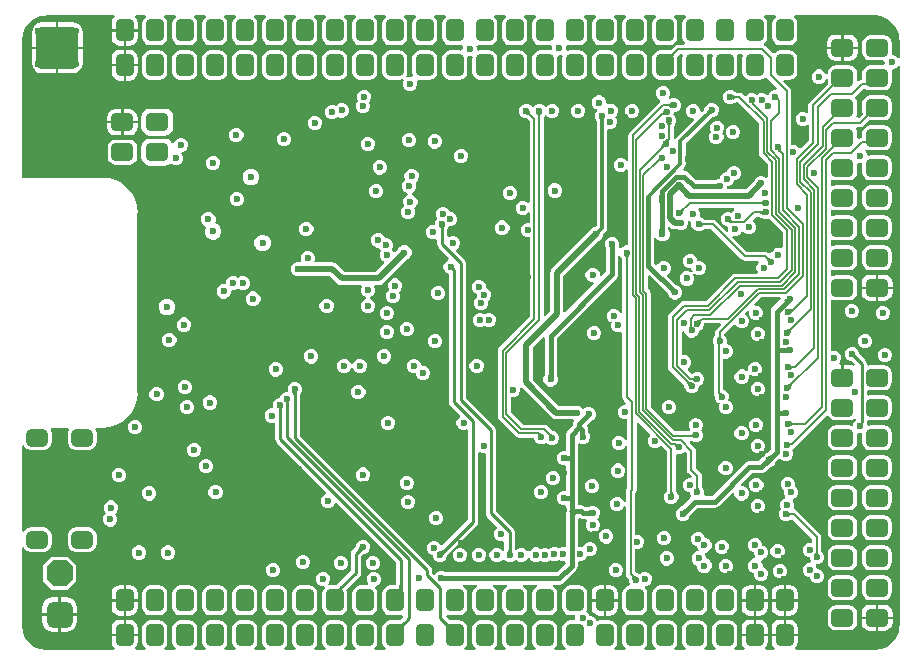
<source format=gbr>
%TF.GenerationSoftware,Altium Limited,Altium Designer,22.10.1 (41)*%
G04 Layer_Physical_Order=4*
G04 Layer_Color=6736896*
%FSLAX45Y45*%
%MOMM*%
%TF.SameCoordinates,A8474BD1-FA4A-4BD0-88DA-22D9B4FA892B*%
%TF.FilePolarity,Positive*%
%TF.FileFunction,Copper,L4,Inr,Signal*%
%TF.Part,Single*%
G01*
G75*
%TA.AperFunction,Conductor*%
%ADD76C,0.50000*%
%ADD77C,0.25000*%
%ADD78C,0.30000*%
%ADD79C,0.40000*%
%ADD80C,0.15000*%
%ADD82C,0.20000*%
%TA.AperFunction,ComponentPad*%
G04:AMPARAMS|DCode=99|XSize=1.8mm|YSize=1.45mm|CornerRadius=0.3625mm|HoleSize=0mm|Usage=FLASHONLY|Rotation=180.000|XOffset=0mm|YOffset=0mm|HoleType=Round|Shape=RoundedRectangle|*
%AMROUNDEDRECTD99*
21,1,1.80000,0.72500,0,0,180.0*
21,1,1.07500,1.45000,0,0,180.0*
1,1,0.72500,-0.53750,0.36250*
1,1,0.72500,0.53750,0.36250*
1,1,0.72500,0.53750,-0.36250*
1,1,0.72500,-0.53750,-0.36250*
%
%ADD99ROUNDEDRECTD99*%
G04:AMPARAMS|DCode=101|XSize=2.2mm|YSize=2.2mm|CornerRadius=0mm|HoleSize=0mm|Usage=FLASHONLY|Rotation=270.000|XOffset=0mm|YOffset=0mm|HoleType=Round|Shape=Octagon|*
%AMOCTAGOND101*
4,1,8,-0.55000,-1.10000,0.55000,-1.10000,1.10000,-0.55000,1.10000,0.55000,0.55000,1.10000,-0.55000,1.10000,-1.10000,0.55000,-1.10000,-0.55000,-0.55000,-1.10000,0.0*
%
%ADD101OCTAGOND101*%

G04:AMPARAMS|DCode=102|XSize=2.2mm|YSize=2.2mm|CornerRadius=0.55mm|HoleSize=0mm|Usage=FLASHONLY|Rotation=270.000|XOffset=0mm|YOffset=0mm|HoleType=Round|Shape=RoundedRectangle|*
%AMROUNDEDRECTD102*
21,1,2.20000,1.10000,0,0,270.0*
21,1,1.10000,2.20000,0,0,270.0*
1,1,1.10000,-0.55000,-0.55000*
1,1,1.10000,-0.55000,0.55000*
1,1,1.10000,0.55000,0.55000*
1,1,1.10000,0.55000,-0.55000*
%
%ADD102ROUNDEDRECTD102*%
%TA.AperFunction,ViaPad*%
%ADD103C,0.60000*%
%TA.AperFunction,ComponentPad*%
G04:AMPARAMS|DCode=104|XSize=1.5mm|YSize=1.9mm|CornerRadius=0.375mm|HoleSize=0mm|Usage=FLASHONLY|Rotation=270.000|XOffset=0mm|YOffset=0mm|HoleType=Round|Shape=RoundedRectangle|*
%AMROUNDEDRECTD104*
21,1,1.50000,1.15000,0,0,270.0*
21,1,0.75000,1.90000,0,0,270.0*
1,1,0.75000,-0.57500,-0.37500*
1,1,0.75000,-0.57500,0.37500*
1,1,0.75000,0.57500,0.37500*
1,1,0.75000,0.57500,-0.37500*
%
%ADD104ROUNDEDRECTD104*%
G04:AMPARAMS|DCode=105|XSize=1.5mm|YSize=1.9mm|CornerRadius=0.375mm|HoleSize=0mm|Usage=FLASHONLY|Rotation=0.000|XOffset=0mm|YOffset=0mm|HoleType=Round|Shape=RoundedRectangle|*
%AMROUNDEDRECTD105*
21,1,1.50000,1.15000,0,0,0.0*
21,1,0.75000,1.90000,0,0,0.0*
1,1,0.75000,0.37500,-0.57500*
1,1,0.75000,-0.37500,-0.57500*
1,1,0.75000,-0.37500,0.57500*
1,1,0.75000,0.37500,0.57500*
%
%ADD105ROUNDEDRECTD105*%
G04:AMPARAMS|DCode=106|XSize=3.6mm|YSize=3.6mm|CornerRadius=0.54mm|HoleSize=0mm|Usage=FLASHONLY|Rotation=0.000|XOffset=0mm|YOffset=0mm|HoleType=Round|Shape=RoundedRectangle|*
%AMROUNDEDRECTD106*
21,1,3.60000,2.52000,0,0,0.0*
21,1,2.52000,3.60000,0,0,0.0*
1,1,1.08000,1.26000,-1.26000*
1,1,1.08000,-1.26000,-1.26000*
1,1,1.08000,-1.26000,1.26000*
1,1,1.08000,1.26000,1.26000*
%
%ADD106ROUNDEDRECTD106*%
G36*
X8434462Y5410484D02*
X8485651Y5389281D01*
X8529609Y5355551D01*
X8563338Y5311594D01*
X8584542Y5260404D01*
X8589867Y5219955D01*
X8591113Y5205471D01*
X8591116Y5205460D01*
X8591116Y5190471D01*
X8591120Y5057416D01*
X8576120Y5054432D01*
X8575688Y5055475D01*
X8558809Y5072354D01*
X8536757Y5081488D01*
X8535268D01*
X8525753Y5093083D01*
X8528322Y5106000D01*
Y5181000D01*
X8523083Y5207337D01*
X8508164Y5229664D01*
X8485837Y5244583D01*
X8459500Y5249822D01*
X8344500D01*
X8318163Y5244583D01*
X8295836Y5229664D01*
X8280917Y5207337D01*
X8275678Y5181000D01*
Y5106000D01*
X8280917Y5079663D01*
X8295836Y5057336D01*
X8318163Y5042417D01*
X8344500Y5037178D01*
X8450964D01*
X8460462Y5034604D01*
X8464822Y5022943D01*
Y5010057D01*
X8464671Y5007715D01*
X8454274Y4995822D01*
X8344500D01*
X8318163Y4990583D01*
X8295836Y4975664D01*
X8280917Y4953337D01*
X8275678Y4927000D01*
Y4872734D01*
X8274500D01*
X8259868Y4869824D01*
X8249322Y4862777D01*
X8242421Y4864633D01*
X8234322Y4869607D01*
Y4927000D01*
X8229083Y4953337D01*
X8214164Y4975664D01*
X8191837Y4990583D01*
X8165500Y4995822D01*
X8050500D01*
X8024163Y4990583D01*
X8001836Y4975664D01*
X7986917Y4953337D01*
X7981678Y4927000D01*
Y4922938D01*
X7966678Y4919955D01*
X7960865Y4933987D01*
X7943987Y4950866D01*
X7921935Y4960000D01*
X7898065D01*
X7876013Y4950866D01*
X7859134Y4933987D01*
X7850000Y4911935D01*
Y4888065D01*
X7859134Y4866013D01*
X7876013Y4849135D01*
X7898065Y4840000D01*
X7921935D01*
X7943987Y4849135D01*
X7960865Y4866013D01*
X7966678Y4880046D01*
X7981678Y4877062D01*
Y4852000D01*
X7984125Y4839697D01*
X7831464Y4687036D01*
X7823176Y4674632D01*
X7820266Y4660000D01*
Y4601500D01*
X7820789Y4598870D01*
X7806965Y4591481D01*
X7806442Y4592003D01*
X7784390Y4601138D01*
X7760520D01*
X7738468Y4592003D01*
X7721589Y4575125D01*
X7712455Y4553072D01*
Y4529203D01*
X7721589Y4507150D01*
X7738468Y4490272D01*
X7760520Y4481138D01*
X7784390D01*
X7806442Y4490272D01*
X7807908Y4491738D01*
X7821766Y4485998D01*
Y4355837D01*
X7756639Y4290711D01*
X7742184Y4293586D01*
X7725306Y4310464D01*
X7703253Y4319599D01*
X7679384D01*
X7673514Y4323521D01*
Y4774720D01*
X7670604Y4789352D01*
X7662316Y4801756D01*
X7607752Y4856320D01*
X7613492Y4870178D01*
X7657500D01*
X7683837Y4875417D01*
X7706164Y4890336D01*
X7721083Y4912663D01*
X7726322Y4939000D01*
Y5054000D01*
X7721083Y5080337D01*
X7706164Y5102664D01*
X7683837Y5117583D01*
X7657500Y5122822D01*
X7582500D01*
X7556163Y5117583D01*
X7533836Y5102664D01*
X7531189Y5098704D01*
X7516262Y5097234D01*
X7456460Y5157036D01*
X7447384Y5163100D01*
X7445359Y5175228D01*
X7446017Y5180228D01*
X7452164Y5184336D01*
X7467083Y5206663D01*
X7472322Y5233000D01*
Y5348000D01*
X7467083Y5374337D01*
X7452164Y5396664D01*
X7444096Y5402056D01*
X7448646Y5417056D01*
X7537354D01*
X7541904Y5402056D01*
X7533836Y5396664D01*
X7518917Y5374337D01*
X7513678Y5348000D01*
Y5233000D01*
X7518917Y5206663D01*
X7533836Y5184336D01*
X7556163Y5169417D01*
X7582500Y5164178D01*
X7657500D01*
X7683837Y5169417D01*
X7706164Y5184336D01*
X7721083Y5206663D01*
X7726322Y5233000D01*
Y5348000D01*
X7721083Y5374337D01*
X7706164Y5396664D01*
X7698096Y5402056D01*
X7702646Y5417056D01*
X8379531D01*
X8381527Y5417453D01*
X8434462Y5410484D01*
D02*
G37*
G36*
X6779904Y5402056D02*
X6771836Y5396664D01*
X6756917Y5374337D01*
X6751678Y5348000D01*
Y5233000D01*
X6756917Y5206663D01*
X6771836Y5184336D01*
X6773484Y5183234D01*
X6768933Y5168234D01*
X6717500D01*
X6702868Y5165324D01*
X6690464Y5157036D01*
X6653803Y5120375D01*
X6641500Y5122822D01*
X6566500D01*
X6540163Y5117583D01*
X6517836Y5102664D01*
X6502917Y5080337D01*
X6497678Y5054000D01*
Y4939000D01*
X6502917Y4912663D01*
X6517836Y4890336D01*
X6540163Y4875417D01*
X6566500Y4870178D01*
X6641500D01*
X6667837Y4875417D01*
X6690164Y4890336D01*
X6705083Y4912663D01*
X6710322Y4939000D01*
Y5054000D01*
X6707875Y5066303D01*
X6733337Y5091766D01*
X6747886D01*
X6756206Y5076765D01*
X6751678Y5054000D01*
Y4939000D01*
X6756917Y4912663D01*
X6771836Y4890336D01*
X6794163Y4875417D01*
X6820500Y4870178D01*
X6895500D01*
X6921837Y4875417D01*
X6944164Y4890336D01*
X6959083Y4912663D01*
X6964322Y4939000D01*
Y5054000D01*
X6959794Y5076765D01*
X6968114Y5091766D01*
X7001886D01*
X7010206Y5076765D01*
X7005678Y5054000D01*
Y4939000D01*
X7010917Y4912663D01*
X7025836Y4890336D01*
X7048163Y4875417D01*
X7074500Y4870178D01*
X7149500D01*
X7175837Y4875417D01*
X7198164Y4890336D01*
X7213083Y4912663D01*
X7218322Y4939000D01*
Y5054000D01*
X7213794Y5076765D01*
X7222114Y5091766D01*
X7255886D01*
X7264206Y5076765D01*
X7259678Y5054000D01*
Y4939000D01*
X7264917Y4912663D01*
X7279836Y4890336D01*
X7302163Y4875417D01*
X7328500Y4870178D01*
X7403500D01*
X7429837Y4875417D01*
X7451616Y4889969D01*
X7451627Y4889974D01*
X7452690Y4890285D01*
X7469122Y4888715D01*
X7472964Y4882964D01*
X7550929Y4805000D01*
X7544715Y4790000D01*
X7528065D01*
X7506013Y4780865D01*
X7489134Y4763987D01*
X7482252Y4747371D01*
X7467839Y4742805D01*
X7465432Y4742978D01*
X7458387Y4750022D01*
X7436335Y4759156D01*
X7412465D01*
X7390413Y4750022D01*
X7382622Y4742231D01*
X7373987Y4750866D01*
X7351935Y4760000D01*
X7328065D01*
X7306013Y4750866D01*
X7289135Y4733987D01*
X7281586Y4732486D01*
X7263155Y4750917D01*
X7250751Y4759205D01*
X7236119Y4762115D01*
X7211252D01*
X7199635Y4769820D01*
X7196208Y4772365D01*
X7193724Y4774849D01*
X7171672Y4783983D01*
X7147803D01*
X7125750Y4774849D01*
X7108872Y4757971D01*
X7099737Y4735918D01*
Y4712049D01*
X7108872Y4689996D01*
X7125750Y4673118D01*
X7147803Y4663984D01*
X7171672D01*
X7193724Y4673118D01*
X7196194Y4675587D01*
X7199711Y4678173D01*
X7206271Y4682711D01*
X7211041Y4685646D01*
X7220282D01*
X7401766Y4504163D01*
Y4250000D01*
X7404676Y4235368D01*
X7412964Y4222964D01*
X7474308Y4161620D01*
Y4045497D01*
X7459308Y4039284D01*
X7452746Y4045847D01*
X7430693Y4054981D01*
X7406824D01*
X7384771Y4045847D01*
X7367893Y4028968D01*
X7363970Y4019498D01*
X7290549Y3946077D01*
X7140267D01*
X7130846Y3959100D01*
X7134003Y3970000D01*
X7141935D01*
X7163987Y3979135D01*
X7180865Y3996013D01*
X7190000Y4018065D01*
Y4020000D01*
X7201935D01*
X7223987Y4029134D01*
X7240866Y4046013D01*
X7250000Y4068065D01*
Y4091935D01*
X7240866Y4113987D01*
X7223987Y4130866D01*
X7201935Y4140000D01*
X7178065D01*
X7156013Y4130866D01*
X7139135Y4113987D01*
X7130000Y4091935D01*
Y4090000D01*
X7118065D01*
X7096013Y4080866D01*
X7079134Y4063987D01*
X7070000Y4041935D01*
Y4029168D01*
X7056232D01*
X7034454Y4020147D01*
X6871948D01*
X6806048Y4086048D01*
X6789509Y4097099D01*
X6770000Y4100980D01*
X6765464D01*
X6759724Y4114838D01*
X6768258Y4123372D01*
X6778204Y4138257D01*
X6781697Y4155815D01*
Y4334311D01*
X7003089Y4555703D01*
X7003400Y4555895D01*
X7004009Y4556216D01*
X7004683Y4556516D01*
X7005456Y4556801D01*
X7006339Y4557065D01*
X7007362Y4557303D01*
X7008513Y4557500D01*
X7011935D01*
X7033987Y4566635D01*
X7050866Y4583513D01*
X7060000Y4605565D01*
Y4629435D01*
X7050866Y4651487D01*
X7033987Y4668366D01*
X7011935Y4677500D01*
X6988065D01*
X6966013Y4668366D01*
X6949134Y4651487D01*
X6940000Y4629435D01*
Y4626013D01*
X6939803Y4624862D01*
X6939565Y4623841D01*
X6939301Y4622955D01*
X6939016Y4622183D01*
X6938716Y4621510D01*
X6938395Y4620900D01*
X6938203Y4620589D01*
X6919999Y4602385D01*
X6904999Y4608599D01*
Y4616935D01*
X6895865Y4638987D01*
X6878986Y4655866D01*
X6856934Y4665000D01*
X6833064D01*
X6811012Y4655866D01*
X6794133Y4638987D01*
X6784999Y4616935D01*
Y4593065D01*
X6794133Y4571013D01*
X6811012Y4554135D01*
X6833064Y4545000D01*
X6841401D01*
X6847614Y4530000D01*
X6703372Y4385759D01*
X6695005Y4373236D01*
X6684603Y4374067D01*
X6680005Y4375731D01*
Y4476771D01*
X6687711Y4488450D01*
X6690160Y4491766D01*
X6692636Y4494242D01*
X6701770Y4516294D01*
Y4540164D01*
X6692636Y4562216D01*
X6676130Y4578723D01*
X6680000Y4588065D01*
Y4597500D01*
X6691935D01*
X6713987Y4606634D01*
X6730866Y4623513D01*
X6740000Y4645565D01*
Y4669435D01*
X6730866Y4691487D01*
X6713987Y4708365D01*
X6691935Y4717500D01*
X6668065D01*
X6646013Y4708365D01*
X6636975Y4719622D01*
X6640866Y4723513D01*
X6650000Y4745565D01*
Y4769435D01*
X6640866Y4791487D01*
X6623987Y4808366D01*
X6601935Y4817500D01*
X6578065D01*
X6556013Y4808366D01*
X6539134Y4791487D01*
X6530000Y4769435D01*
Y4745565D01*
X6539134Y4723513D01*
X6556013Y4706634D01*
X6562510Y4703943D01*
X6564177Y4687017D01*
X6560464Y4684536D01*
X6305464Y4429536D01*
X6297176Y4417132D01*
X6294266Y4402500D01*
Y4190186D01*
X6286771Y4186719D01*
X6279266Y4185587D01*
X6263987Y4200866D01*
X6241935Y4210000D01*
X6218065D01*
X6196013Y4200866D01*
X6179134Y4183987D01*
X6170000Y4161935D01*
Y4138065D01*
X6179134Y4116013D01*
X6196013Y4099135D01*
X6218065Y4090000D01*
X6241935D01*
X6263987Y4099135D01*
X6279266Y4114413D01*
X6286771Y4113281D01*
X6294266Y4109814D01*
Y3471558D01*
X6291934Y3470000D01*
X6268065D01*
X6246013Y3460866D01*
X6233188Y3448041D01*
X6218401Y3449056D01*
X6215822Y3450274D01*
X6214179Y3454012D01*
X6220000Y3468065D01*
Y3491935D01*
X6210866Y3513987D01*
X6193987Y3530865D01*
X6171935Y3540000D01*
X6148065D01*
X6126013Y3530865D01*
X6109135Y3513987D01*
X6100000Y3491935D01*
Y3468065D01*
X6109021Y3446288D01*
Y3251116D01*
X6066672Y3208767D01*
X6052084Y3215393D01*
Y3233633D01*
X6042950Y3255686D01*
X6026072Y3272564D01*
X6004019Y3281698D01*
X5980150D01*
X5958097Y3272564D01*
X5941219Y3255686D01*
X5932085Y3233633D01*
Y3209764D01*
X5941219Y3187711D01*
X5958097Y3170833D01*
X5980150Y3161699D01*
X5998390D01*
X6005016Y3147111D01*
X5761077Y2903173D01*
X5746077Y2909386D01*
Y3212242D01*
X6042642Y3508807D01*
X6052112Y3512730D01*
X6068991Y3529608D01*
X6078125Y3551660D01*
Y3555082D01*
X6078322Y3556233D01*
X6078560Y3557255D01*
X6078581Y3557325D01*
X6100523Y3581107D01*
X6105256Y3585840D01*
X6115202Y3600725D01*
X6118694Y3618283D01*
Y4450530D01*
X6130469Y4458397D01*
X6154338D01*
X6176391Y4467532D01*
X6193269Y4484410D01*
X6202403Y4506463D01*
Y4530332D01*
X6193269Y4552385D01*
X6185253Y4560400D01*
X6200865Y4576013D01*
X6210000Y4598065D01*
Y4621935D01*
X6200865Y4643987D01*
X6183987Y4660865D01*
X6161935Y4670000D01*
X6138065D01*
X6123858Y4664115D01*
X6122448Y4664517D01*
X6110000Y4674451D01*
Y4691935D01*
X6100866Y4713987D01*
X6083987Y4730866D01*
X6061935Y4740000D01*
X6038065D01*
X6016013Y4730866D01*
X5999135Y4713987D01*
X5990000Y4691935D01*
Y4668065D01*
X5999135Y4646013D01*
X6016013Y4629135D01*
X6028764Y4623853D01*
X6032058Y4606253D01*
X6021947Y4596142D01*
X6012813Y4574090D01*
Y4550220D01*
X6021947Y4528168D01*
X6024368Y4525747D01*
X6025039Y4524799D01*
X6025598Y4523902D01*
X6026036Y4523091D01*
X6026379Y4522347D01*
X6026643Y4521657D01*
X6026848Y4520996D01*
X6026931Y4520643D01*
Y3637288D01*
X6025424Y3635780D01*
X6014340Y3624997D01*
X6014116Y3624879D01*
X6013442Y3624579D01*
X6012669Y3624294D01*
X6011787Y3624030D01*
X6010763Y3623792D01*
X6009612Y3623595D01*
X6006190D01*
X5984138Y3614461D01*
X5967260Y3597582D01*
X5963337Y3588112D01*
X5650347Y3275123D01*
X5638191Y3256930D01*
X5633923Y3235470D01*
Y2913228D01*
X5592909Y2872215D01*
X5579051Y2877955D01*
Y4558540D01*
X5586190Y4569359D01*
X5588169Y4570376D01*
X5601050Y4571805D01*
X5605208Y4569939D01*
X5616014Y4559133D01*
X5638067Y4549999D01*
X5661936D01*
X5683989Y4559133D01*
X5700867Y4576011D01*
X5710001Y4598064D01*
Y4621933D01*
X5700867Y4643986D01*
X5683989Y4660864D01*
X5661936Y4669998D01*
X5638067D01*
X5616014Y4660864D01*
X5605208Y4650058D01*
X5595409Y4645659D01*
X5585610Y4650058D01*
X5574804Y4660864D01*
X5552752Y4669998D01*
X5528882D01*
X5506830Y4660864D01*
X5495009Y4649043D01*
X5485409Y4645610D01*
X5475810Y4649043D01*
X5463989Y4660864D01*
X5441937Y4669998D01*
X5418067D01*
X5396015Y4660864D01*
X5379136Y4643986D01*
X5370002Y4621933D01*
Y4598064D01*
X5379136Y4576011D01*
X5396015Y4559133D01*
X5418067Y4549999D01*
X5421568D01*
X5426011Y4549330D01*
X5433866Y4547916D01*
X5439293Y4546636D01*
X5461766Y4524163D01*
Y3833886D01*
X5446766Y3828087D01*
X5433987Y3840866D01*
X5411935Y3850000D01*
X5388065D01*
X5366013Y3840866D01*
X5349135Y3823987D01*
X5340000Y3801935D01*
Y3778065D01*
X5349135Y3756013D01*
X5366013Y3739135D01*
X5388065Y3730000D01*
X5411935D01*
X5433987Y3739135D01*
X5446766Y3751913D01*
X5461766Y3746114D01*
Y3663487D01*
X5459434Y3661929D01*
X5435565D01*
X5413513Y3652795D01*
X5396634Y3635917D01*
X5387500Y3613864D01*
Y3589995D01*
X5396634Y3567942D01*
X5413513Y3551064D01*
X5435565Y3541930D01*
X5459434D01*
X5461766Y3540372D01*
Y2865837D01*
X5202964Y2607036D01*
X5194676Y2594632D01*
X5191766Y2580000D01*
Y2020000D01*
X5194676Y2005368D01*
X5202964Y1992964D01*
X5342964Y1852964D01*
X5355368Y1844676D01*
X5370000Y1841766D01*
X5500000D01*
Y1838065D01*
X5509135Y1816013D01*
X5526013Y1799135D01*
X5548065Y1790000D01*
X5571935D01*
X5593987Y1799135D01*
X5600000Y1805147D01*
X5616013Y1789134D01*
X5638065Y1780000D01*
X5661935D01*
X5683987Y1789134D01*
X5700865Y1806013D01*
X5710000Y1828065D01*
Y1851935D01*
X5700865Y1873987D01*
X5683987Y1890865D01*
X5670325Y1896525D01*
X5667807Y1897910D01*
X5664303Y1899019D01*
X5661935Y1900000D01*
X5661204D01*
X5659617Y1900502D01*
X5653742Y1902640D01*
X5649660Y1904411D01*
X5612036Y1942036D01*
X5599632Y1950324D01*
X5585000Y1953234D01*
X5400837D01*
X5298234Y2055837D01*
Y2183431D01*
X5308066Y2190000D01*
X5331935D01*
X5353987Y2199135D01*
X5370866Y2216013D01*
X5380000Y2238065D01*
Y2259481D01*
X5386718Y2264311D01*
X5393858Y2266836D01*
X5646393Y2014302D01*
X5664586Y2002146D01*
X5686046Y1997877D01*
X5827549D01*
X5835566Y1982877D01*
X5834151Y1980759D01*
X5830270Y1961250D01*
Y1949866D01*
X5783952Y1903548D01*
X5772901Y1887009D01*
X5769020Y1867500D01*
Y1734735D01*
X5761934Y1730000D01*
X5738065D01*
X5716013Y1720865D01*
X5699134Y1703987D01*
X5690000Y1681935D01*
Y1658065D01*
X5699134Y1636013D01*
X5716013Y1619134D01*
X5738065Y1610000D01*
X5761934D01*
X5769020Y1605265D01*
Y1394735D01*
X5761934Y1390000D01*
X5738065D01*
X5716013Y1380865D01*
X5699134Y1363987D01*
X5690000Y1341935D01*
Y1318065D01*
X5699134Y1296013D01*
X5716013Y1279134D01*
X5738065Y1270000D01*
X5761934D01*
X5769020Y1265265D01*
Y1242750D01*
X5765855Y1226834D01*
Y920960D01*
X5756935Y914999D01*
X5733065D01*
X5711013Y905865D01*
X5707032Y901884D01*
X5703993Y904922D01*
X5681941Y914056D01*
X5658071D01*
X5636019Y904922D01*
X5628297Y897200D01*
X5623689Y901808D01*
X5601636Y910942D01*
X5577767D01*
X5555715Y901808D01*
X5550570Y896664D01*
X5543507Y903727D01*
X5521455Y912861D01*
X5497585D01*
X5475533Y903727D01*
X5458655Y886848D01*
X5457286Y883543D01*
X5441050D01*
X5440865Y883987D01*
X5423987Y900866D01*
X5401935Y910000D01*
X5378065D01*
X5356013Y900866D01*
X5350488Y895341D01*
X5349583Y894851D01*
X5346200Y894250D01*
X5333332Y903670D01*
Y1044910D01*
X5330034Y1061492D01*
X5320641Y1075551D01*
X5173332Y1222859D01*
Y1910000D01*
X5170034Y1926583D01*
X5160640Y1940641D01*
X4918943Y2182338D01*
Y3324389D01*
X4915645Y3340972D01*
X4906251Y3355030D01*
X4838089Y3423192D01*
X4841016Y3437904D01*
X4843987Y3439135D01*
X4860866Y3456013D01*
X4870000Y3478065D01*
Y3501935D01*
X4860866Y3523987D01*
X4843987Y3540866D01*
X4821935Y3550000D01*
X4798065D01*
X4778332Y3541827D01*
X4763332Y3547784D01*
Y3605009D01*
X4763581Y3605657D01*
X4764083Y3606753D01*
X4764638Y3607803D01*
X4767188Y3611861D01*
X4768414Y3613561D01*
X4770865Y3616013D01*
X4777208Y3631326D01*
X4800629D01*
X4822682Y3640461D01*
X4839560Y3657339D01*
X4848695Y3679391D01*
Y3703261D01*
X4839560Y3725313D01*
X4822682Y3742192D01*
X4800629Y3751326D01*
X4782986D01*
X4776771Y3766331D01*
X4759893Y3783210D01*
X4737840Y3792344D01*
X4713971D01*
X4691918Y3783210D01*
X4675040Y3766331D01*
X4665906Y3744279D01*
Y3720409D01*
X4675040Y3698357D01*
X4679272Y3694125D01*
X4669134Y3683987D01*
X4660000Y3661935D01*
Y3652357D01*
X4650188Y3640186D01*
X4626319D01*
X4604266Y3631051D01*
X4587388Y3614173D01*
X4578253Y3592121D01*
Y3568251D01*
X4587388Y3546199D01*
X4604266Y3529320D01*
X4626319Y3520186D01*
X4650188D01*
X4661667Y3524941D01*
X4676668Y3514918D01*
Y3480000D01*
X4679966Y3463418D01*
X4689359Y3449360D01*
X4774861Y3363858D01*
X4770599Y3346907D01*
X4756013Y3340866D01*
X4739135Y3323987D01*
X4730000Y3301935D01*
Y3278065D01*
X4739135Y3256013D01*
X4756013Y3239134D01*
X4776668Y3230579D01*
Y2143830D01*
X4779966Y2127248D01*
X4789359Y2113190D01*
X4868613Y2033936D01*
X4866013Y2020865D01*
X4849135Y2003987D01*
X4840000Y1981935D01*
Y1958065D01*
X4849135Y1936013D01*
X4866013Y1919135D01*
X4888065Y1910000D01*
X4911935D01*
X4921667Y1914031D01*
X4936668Y1904009D01*
Y1147949D01*
X4721672Y932953D01*
X4703978Y936473D01*
X4700866Y943987D01*
X4683987Y960865D01*
X4661935Y970000D01*
X4638065D01*
X4616013Y960865D01*
X4599135Y943987D01*
X4590000Y921935D01*
Y898065D01*
X4599135Y876013D01*
X4616013Y859134D01*
X4638065Y850000D01*
X4640000D01*
Y838065D01*
X4649134Y816013D01*
X4666013Y799135D01*
X4688065Y790000D01*
X4711935D01*
X4733987Y799135D01*
X4750866Y816013D01*
X4760000Y838065D01*
Y841530D01*
X4760336Y843606D01*
X4761402Y848274D01*
X4761751Y849407D01*
X4762171Y850537D01*
X4762455Y851174D01*
X5010640Y1099359D01*
X5020034Y1113417D01*
X5023332Y1130000D01*
Y1712216D01*
X5038332Y1718174D01*
X5058065Y1710000D01*
X5081934D01*
X5086668Y1706838D01*
Y1204910D01*
X5089966Y1188327D01*
X5099359Y1174269D01*
X5187133Y1086496D01*
X5186012Y1080865D01*
X5169134Y1063987D01*
X5160000Y1041935D01*
Y1018065D01*
X5169134Y996013D01*
X5186013Y979134D01*
X5208065Y970000D01*
X5231935D01*
X5234196Y970937D01*
X5246668Y962603D01*
Y894991D01*
X5246419Y894343D01*
X5245917Y893247D01*
X5245362Y892198D01*
X5243249Y888835D01*
X5241284Y887848D01*
X5234712Y886708D01*
X5228157Y886965D01*
X5224539Y887947D01*
X5213326Y899160D01*
X5191273Y908294D01*
X5167404D01*
X5145351Y899160D01*
X5128473Y882282D01*
X5119339Y860229D01*
Y836360D01*
X5128473Y814307D01*
X5145351Y797429D01*
X5167404Y788295D01*
X5191273D01*
X5213326Y797429D01*
X5225723Y809826D01*
X5233499Y813413D01*
X5244800Y810348D01*
X5256013Y799135D01*
X5278065Y790000D01*
X5301935D01*
X5323987Y799135D01*
X5340000Y815147D01*
X5356013Y799135D01*
X5378065Y790000D01*
X5401935D01*
X5423987Y799135D01*
X5440865Y816013D01*
X5442234Y819318D01*
X5458470D01*
X5458655Y818874D01*
X5475533Y801996D01*
X5497585Y792861D01*
X5521455D01*
X5543507Y801996D01*
X5548652Y807140D01*
X5555715Y800077D01*
X5577767Y790943D01*
X5601636D01*
X5623689Y800077D01*
X5631411Y807799D01*
X5636019Y803191D01*
X5658071Y794057D01*
X5681941D01*
X5703993Y803191D01*
X5707975Y807172D01*
X5711013Y804134D01*
X5733065Y795000D01*
X5756935D01*
X5762241Y791454D01*
X5763318Y775414D01*
X5688884Y700980D01*
X4745190D01*
X4744646Y701524D01*
X4722593Y710658D01*
X4698724D01*
X4676671Y701524D01*
X4659793Y684646D01*
X4648818Y682463D01*
X4633331Y697950D01*
Y720002D01*
X4630032Y736584D01*
X4620639Y750642D01*
X3514999Y1856282D01*
Y2205976D01*
X3515248Y2206624D01*
X3515750Y2207720D01*
X3516304Y2208770D01*
X3518854Y2212828D01*
X3520081Y2214529D01*
X3522532Y2216980D01*
X3531666Y2239033D01*
Y2262902D01*
X3522532Y2284955D01*
X3505654Y2301833D01*
X3483601Y2310967D01*
X3459732D01*
X3437679Y2301833D01*
X3420801Y2284955D01*
X3411667Y2262902D01*
Y2239033D01*
X3403527Y2226852D01*
X3396630D01*
X3374578Y2217717D01*
X3357699Y2200839D01*
X3349068Y2180000D01*
X3338065D01*
X3316013Y2170866D01*
X3299134Y2153987D01*
X3290000Y2131935D01*
Y2108065D01*
X3291276Y2104984D01*
X3281248Y2089998D01*
X3267373D01*
X3245320Y2080864D01*
X3228442Y2063986D01*
X3219308Y2041933D01*
Y2018064D01*
X3228442Y1996011D01*
X3245320Y1979133D01*
X3267373Y1969999D01*
X3291242D01*
X3294196Y1971222D01*
X3306668Y1962888D01*
Y1830000D01*
X3309966Y1813418D01*
X3319359Y1799360D01*
X3738523Y1380195D01*
X3733315Y1364191D01*
X3716445Y1357203D01*
X3699566Y1340324D01*
X3690432Y1318272D01*
Y1294403D01*
X3699566Y1272350D01*
X3716445Y1255472D01*
X3738497Y1246337D01*
X3762367D01*
X3784419Y1255472D01*
X3801297Y1272350D01*
X3808285Y1289220D01*
X3824290Y1294429D01*
X4326667Y792051D01*
Y590822D01*
X4280500D01*
X4254163Y585583D01*
X4231836Y570664D01*
X4216917Y548337D01*
X4211678Y522000D01*
Y407000D01*
X4216917Y380663D01*
X4231836Y358336D01*
X4254163Y343417D01*
X4280500Y338178D01*
X4355500D01*
X4373771Y341812D01*
X4388612Y332324D01*
X4389533Y330818D01*
X4390334Y324115D01*
X4370808Y304589D01*
X4365859Y299931D01*
X4361996Y296713D01*
X4360742Y295779D01*
X4355500Y296822D01*
X4280500D01*
X4254163Y291583D01*
X4231836Y276664D01*
X4216917Y254337D01*
X4211678Y228000D01*
Y113000D01*
X4216917Y86663D01*
X4231836Y64336D01*
X4239904Y58944D01*
X4235354Y43944D01*
X4146646D01*
X4142096Y58944D01*
X4150164Y64336D01*
X4165083Y86663D01*
X4170322Y113000D01*
Y228000D01*
X4165083Y254337D01*
X4150164Y276664D01*
X4127837Y291583D01*
X4101500Y296822D01*
X4026500D01*
X4000163Y291583D01*
X3977836Y276664D01*
X3962917Y254337D01*
X3957678Y228000D01*
Y113000D01*
X3962917Y86663D01*
X3977836Y64336D01*
X3985904Y58944D01*
X3981354Y43944D01*
X3892646D01*
X3888096Y58944D01*
X3896164Y64336D01*
X3911083Y86663D01*
X3916322Y113000D01*
Y228000D01*
X3911083Y254337D01*
X3896164Y276664D01*
X3873837Y291583D01*
X3847500Y296822D01*
X3772500D01*
X3746163Y291583D01*
X3723836Y276664D01*
X3708917Y254337D01*
X3703678Y228000D01*
Y113000D01*
X3708917Y86663D01*
X3723836Y64336D01*
X3731904Y58944D01*
X3727354Y43944D01*
X3638646D01*
X3634096Y58944D01*
X3642164Y64336D01*
X3657083Y86663D01*
X3662322Y113000D01*
Y228000D01*
X3657083Y254337D01*
X3642164Y276664D01*
X3619837Y291583D01*
X3593500Y296822D01*
X3518500D01*
X3492163Y291583D01*
X3469836Y276664D01*
X3454917Y254337D01*
X3449678Y228000D01*
Y113000D01*
X3454917Y86663D01*
X3469836Y64336D01*
X3477904Y58944D01*
X3473354Y43944D01*
X3384646D01*
X3380096Y58944D01*
X3388164Y64336D01*
X3403083Y86663D01*
X3408322Y113000D01*
Y228000D01*
X3403083Y254337D01*
X3388164Y276664D01*
X3365837Y291583D01*
X3339500Y296822D01*
X3264500D01*
X3238163Y291583D01*
X3215836Y276664D01*
X3200917Y254337D01*
X3195678Y228000D01*
Y113000D01*
X3200917Y86663D01*
X3215836Y64336D01*
X3223904Y58944D01*
X3219354Y43944D01*
X3130646D01*
X3126096Y58944D01*
X3134164Y64336D01*
X3149083Y86663D01*
X3154322Y113000D01*
Y228000D01*
X3149083Y254337D01*
X3134164Y276664D01*
X3111837Y291583D01*
X3085500Y296822D01*
X3010500D01*
X2984163Y291583D01*
X2961836Y276664D01*
X2946917Y254337D01*
X2941678Y228000D01*
Y113000D01*
X2946917Y86663D01*
X2961836Y64336D01*
X2969904Y58944D01*
X2965354Y43944D01*
X2876646D01*
X2872096Y58944D01*
X2880164Y64336D01*
X2895083Y86663D01*
X2900322Y113000D01*
Y228000D01*
X2895083Y254337D01*
X2880164Y276664D01*
X2857837Y291583D01*
X2831500Y296822D01*
X2756500D01*
X2730163Y291583D01*
X2707836Y276664D01*
X2692917Y254337D01*
X2687678Y228000D01*
Y113000D01*
X2692917Y86663D01*
X2707836Y64336D01*
X2715904Y58944D01*
X2711354Y43944D01*
X2622646D01*
X2618096Y58944D01*
X2626164Y64336D01*
X2641083Y86663D01*
X2646322Y113000D01*
Y228000D01*
X2641083Y254337D01*
X2626164Y276664D01*
X2603837Y291583D01*
X2577500Y296822D01*
X2502500D01*
X2476163Y291583D01*
X2453836Y276664D01*
X2438917Y254337D01*
X2433678Y228000D01*
Y113000D01*
X2438917Y86663D01*
X2453836Y64336D01*
X2461904Y58944D01*
X2457354Y43944D01*
X2368646D01*
X2364096Y58944D01*
X2372164Y64336D01*
X2387083Y86663D01*
X2392322Y113000D01*
Y228000D01*
X2387083Y254337D01*
X2372164Y276664D01*
X2349837Y291583D01*
X2323500Y296822D01*
X2248500D01*
X2222163Y291583D01*
X2199836Y276664D01*
X2184917Y254337D01*
X2179678Y228000D01*
Y113000D01*
X2184917Y86663D01*
X2199836Y64336D01*
X2207904Y58944D01*
X2203354Y43944D01*
X2123646D01*
X2119096Y58944D01*
X2121769Y60731D01*
X2137793Y84712D01*
X2143420Y113000D01*
Y160500D01*
X1920580D01*
Y113000D01*
X1926207Y84712D01*
X1942231Y60731D01*
X1944904Y58944D01*
X1940354Y43944D01*
X1371600D01*
X1369643Y43555D01*
X1317066Y50477D01*
X1266249Y71526D01*
X1222611Y105011D01*
X1189126Y148649D01*
X1168077Y199466D01*
X1161155Y252043D01*
X1161544Y254000D01*
Y906011D01*
X1175454Y914991D01*
X1176544Y914852D01*
X1190487Y893986D01*
X1212401Y879344D01*
X1238250Y874202D01*
X1345750D01*
X1371599Y879344D01*
X1393513Y893986D01*
X1408156Y915900D01*
X1413298Y941750D01*
Y1014250D01*
X1408156Y1040099D01*
X1393513Y1062013D01*
X1371599Y1076656D01*
X1345750Y1081798D01*
X1238250D01*
X1212401Y1076656D01*
X1190487Y1062013D01*
X1176544Y1041148D01*
X1175454Y1041009D01*
X1161544Y1049989D01*
Y1770011D01*
X1175454Y1778991D01*
X1176544Y1778852D01*
X1190487Y1757986D01*
X1212401Y1743344D01*
X1238250Y1738202D01*
X1345750D01*
X1371599Y1743344D01*
X1393513Y1757986D01*
X1408156Y1779900D01*
X1413298Y1805750D01*
Y1878250D01*
X1408156Y1904099D01*
X1403327Y1911327D01*
X1410397Y1924556D01*
X1553602D01*
X1560673Y1911327D01*
X1555844Y1904099D01*
X1550702Y1878250D01*
Y1805750D01*
X1555844Y1779900D01*
X1570487Y1757986D01*
X1592401Y1743344D01*
X1618250Y1738202D01*
X1725750D01*
X1751599Y1743344D01*
X1773513Y1757986D01*
X1788156Y1779900D01*
X1793298Y1805750D01*
Y1878250D01*
X1788156Y1904099D01*
X1783327Y1911327D01*
X1790397Y1924556D01*
X1841500D01*
Y1923962D01*
X1899742Y1929699D01*
X1955745Y1946687D01*
X2007359Y1974275D01*
X2052598Y2011402D01*
X2089725Y2056641D01*
X2117313Y2108255D01*
X2134301Y2164258D01*
X2140038Y2222500D01*
X2139444D01*
Y3746500D01*
X2140038D01*
X2134301Y3804742D01*
X2117313Y3860745D01*
X2089725Y3912359D01*
X2052598Y3957598D01*
X2007359Y3994725D01*
X1955745Y4022313D01*
X1899742Y4039301D01*
X1841500Y4045038D01*
Y4044444D01*
X1161544D01*
Y5207000D01*
X1161155Y5208958D01*
X1168077Y5261534D01*
X1189126Y5312351D01*
X1222610Y5355989D01*
X1266248Y5389474D01*
X1317066Y5410523D01*
X1357121Y5415796D01*
X1371600Y5417055D01*
Y5417056D01*
X1940354D01*
X1944904Y5402056D01*
X1942231Y5400269D01*
X1926207Y5376288D01*
X1920580Y5348000D01*
Y5300500D01*
X2143420D01*
Y5348000D01*
X2137793Y5376288D01*
X2121769Y5400269D01*
X2119096Y5402056D01*
X2123646Y5417056D01*
X2203354D01*
X2207904Y5402056D01*
X2199836Y5396664D01*
X2184917Y5374337D01*
X2179678Y5348000D01*
Y5233000D01*
X2184917Y5206663D01*
X2199836Y5184336D01*
X2222163Y5169417D01*
X2248500Y5164178D01*
X2323500D01*
X2349837Y5169417D01*
X2372164Y5184336D01*
X2387083Y5206663D01*
X2392322Y5233000D01*
Y5348000D01*
X2387083Y5374337D01*
X2372164Y5396664D01*
X2364096Y5402056D01*
X2368646Y5417056D01*
X2457354D01*
X2461904Y5402056D01*
X2453836Y5396664D01*
X2438917Y5374337D01*
X2433678Y5348000D01*
Y5233000D01*
X2438917Y5206663D01*
X2453836Y5184336D01*
X2476163Y5169417D01*
X2502500Y5164178D01*
X2577500D01*
X2603837Y5169417D01*
X2626164Y5184336D01*
X2641083Y5206663D01*
X2646322Y5233000D01*
Y5348000D01*
X2641083Y5374337D01*
X2626164Y5396664D01*
X2618096Y5402056D01*
X2622646Y5417056D01*
X2711354D01*
X2715904Y5402056D01*
X2707836Y5396664D01*
X2692917Y5374337D01*
X2687678Y5348000D01*
Y5233000D01*
X2692917Y5206663D01*
X2707836Y5184336D01*
X2730163Y5169417D01*
X2756500Y5164178D01*
X2831500D01*
X2857837Y5169417D01*
X2880164Y5184336D01*
X2895083Y5206663D01*
X2900322Y5233000D01*
Y5348000D01*
X2895083Y5374337D01*
X2880164Y5396664D01*
X2872096Y5402056D01*
X2876646Y5417056D01*
X2965354D01*
X2969904Y5402056D01*
X2961836Y5396664D01*
X2946917Y5374337D01*
X2941678Y5348000D01*
Y5233000D01*
X2946917Y5206663D01*
X2961836Y5184336D01*
X2984163Y5169417D01*
X3010500Y5164178D01*
X3085500D01*
X3111837Y5169417D01*
X3134164Y5184336D01*
X3149083Y5206663D01*
X3154322Y5233000D01*
Y5348000D01*
X3149083Y5374337D01*
X3134164Y5396664D01*
X3126096Y5402056D01*
X3130646Y5417056D01*
X3219354D01*
X3223904Y5402056D01*
X3215836Y5396664D01*
X3200917Y5374337D01*
X3195678Y5348000D01*
Y5233000D01*
X3200917Y5206663D01*
X3215836Y5184336D01*
X3238163Y5169417D01*
X3264500Y5164178D01*
X3339500D01*
X3365837Y5169417D01*
X3388164Y5184336D01*
X3403083Y5206663D01*
X3408322Y5233000D01*
Y5348000D01*
X3403083Y5374337D01*
X3388164Y5396664D01*
X3380096Y5402056D01*
X3384646Y5417056D01*
X3473354D01*
X3477904Y5402056D01*
X3469836Y5396664D01*
X3454917Y5374337D01*
X3449678Y5348000D01*
Y5233000D01*
X3454917Y5206663D01*
X3469836Y5184336D01*
X3492163Y5169417D01*
X3518500Y5164178D01*
X3593500D01*
X3619837Y5169417D01*
X3642164Y5184336D01*
X3657083Y5206663D01*
X3662322Y5233000D01*
Y5348000D01*
X3657083Y5374337D01*
X3642164Y5396664D01*
X3634096Y5402056D01*
X3638646Y5417056D01*
X3727354D01*
X3731904Y5402056D01*
X3723836Y5396664D01*
X3708917Y5374337D01*
X3703678Y5348000D01*
Y5233000D01*
X3708917Y5206663D01*
X3723836Y5184336D01*
X3746163Y5169417D01*
X3772500Y5164178D01*
X3847500D01*
X3873837Y5169417D01*
X3896164Y5184336D01*
X3911083Y5206663D01*
X3916322Y5233000D01*
Y5348000D01*
X3911083Y5374337D01*
X3896164Y5396664D01*
X3888096Y5402056D01*
X3892646Y5417056D01*
X3981354D01*
X3985904Y5402056D01*
X3977836Y5396664D01*
X3962917Y5374337D01*
X3957678Y5348000D01*
Y5233000D01*
X3962917Y5206663D01*
X3977836Y5184336D01*
X4000163Y5169417D01*
X4026500Y5164178D01*
X4101500D01*
X4127837Y5169417D01*
X4150164Y5184336D01*
X4165083Y5206663D01*
X4170322Y5233000D01*
Y5348000D01*
X4165083Y5374337D01*
X4150164Y5396664D01*
X4142096Y5402056D01*
X4146646Y5417056D01*
X4235354D01*
X4239904Y5402056D01*
X4231836Y5396664D01*
X4216917Y5374337D01*
X4211678Y5348000D01*
Y5233000D01*
X4216917Y5206663D01*
X4231836Y5184336D01*
X4254163Y5169417D01*
X4280500Y5164178D01*
X4355500D01*
X4381837Y5169417D01*
X4404164Y5184336D01*
X4419083Y5206663D01*
X4424322Y5233000D01*
Y5348000D01*
X4419083Y5374337D01*
X4404164Y5396664D01*
X4396096Y5402056D01*
X4400646Y5417056D01*
X4489354D01*
X4493904Y5402056D01*
X4485836Y5396664D01*
X4470917Y5374337D01*
X4465678Y5348000D01*
Y5233000D01*
X4470917Y5206663D01*
X4485836Y5184336D01*
X4508163Y5169417D01*
X4534500Y5164178D01*
X4609500D01*
X4635837Y5169417D01*
X4658164Y5184336D01*
X4673083Y5206663D01*
X4678322Y5233000D01*
Y5348000D01*
X4673083Y5374337D01*
X4658164Y5396664D01*
X4650096Y5402056D01*
X4654646Y5417056D01*
X4743354D01*
X4747904Y5402056D01*
X4739836Y5396664D01*
X4724917Y5374337D01*
X4719678Y5348000D01*
Y5233000D01*
X4724917Y5206663D01*
X4739836Y5184336D01*
X4762163Y5169417D01*
X4788500Y5164178D01*
X4863500D01*
X4884170Y5168289D01*
X4895310Y5156815D01*
X4895486Y5156411D01*
X4892487Y5149171D01*
Y5132350D01*
X4881053Y5120773D01*
X4878629Y5119813D01*
X4863500Y5122822D01*
X4788500D01*
X4762163Y5117583D01*
X4739836Y5102664D01*
X4724917Y5080337D01*
X4719678Y5054000D01*
Y4939000D01*
X4724917Y4912663D01*
X4739836Y4890336D01*
X4762163Y4875417D01*
X4788500Y4870178D01*
X4863500D01*
X4889837Y4875417D01*
X4912164Y4890336D01*
X4927083Y4912663D01*
X4932322Y4939000D01*
Y5054000D01*
X4930066Y5065344D01*
X4935793Y5071839D01*
X4942994Y5077236D01*
X4963006D01*
X4965257Y5076414D01*
X4976027Y5065807D01*
X4973678Y5054000D01*
Y4939000D01*
X4978917Y4912663D01*
X4993836Y4890336D01*
X5016163Y4875417D01*
X5042500Y4870178D01*
X5117500D01*
X5143837Y4875417D01*
X5166164Y4890336D01*
X5181083Y4912663D01*
X5186322Y4939000D01*
Y5054000D01*
X5181083Y5080337D01*
X5166164Y5102664D01*
X5143837Y5117583D01*
X5117500Y5122822D01*
X5042500D01*
X5026345Y5119609D01*
X5023632Y5120723D01*
X5012487Y5131794D01*
Y5149171D01*
X5009396Y5156633D01*
X5010690Y5159077D01*
X5020712Y5168512D01*
X5042500Y5164178D01*
X5117500D01*
X5143837Y5169417D01*
X5166164Y5184336D01*
X5181083Y5206663D01*
X5186322Y5233000D01*
Y5348000D01*
X5181083Y5374337D01*
X5166164Y5396664D01*
X5158096Y5402056D01*
X5162646Y5417056D01*
X5251354D01*
X5255904Y5402056D01*
X5247836Y5396664D01*
X5232917Y5374337D01*
X5227678Y5348000D01*
Y5233000D01*
X5232917Y5206663D01*
X5247836Y5184336D01*
X5270163Y5169417D01*
X5296500Y5164178D01*
X5371500D01*
X5397837Y5169417D01*
X5420164Y5184336D01*
X5435083Y5206663D01*
X5440322Y5233000D01*
Y5348000D01*
X5435083Y5374337D01*
X5420164Y5396664D01*
X5412096Y5402056D01*
X5416646Y5417056D01*
X5505354D01*
X5509904Y5402056D01*
X5501836Y5396664D01*
X5486917Y5374337D01*
X5481678Y5348000D01*
Y5233000D01*
X5486917Y5206663D01*
X5501836Y5184336D01*
X5524163Y5169417D01*
X5550500Y5164178D01*
X5625500D01*
X5640734Y5167208D01*
X5651524Y5154060D01*
X5650469Y5151513D01*
Y5133149D01*
X5640363Y5122203D01*
X5637193Y5120496D01*
X5625500Y5122822D01*
X5550500D01*
X5524163Y5117583D01*
X5501836Y5102664D01*
X5486917Y5080337D01*
X5481678Y5054000D01*
Y4939000D01*
X5486917Y4912663D01*
X5501836Y4890336D01*
X5524163Y4875417D01*
X5550500Y4870178D01*
X5625500D01*
X5651837Y4875417D01*
X5674164Y4890336D01*
X5689083Y4912663D01*
X5694322Y4939000D01*
Y5054000D01*
X5691919Y5066083D01*
X5693377Y5069058D01*
X5704528Y5079578D01*
X5722403D01*
X5725747Y5080963D01*
X5738895Y5070174D01*
X5735678Y5054000D01*
Y4939000D01*
X5740917Y4912663D01*
X5755836Y4890336D01*
X5778163Y4875417D01*
X5804500Y4870178D01*
X5879500D01*
X5905837Y4875417D01*
X5928164Y4890336D01*
X5943083Y4912663D01*
X5948322Y4939000D01*
Y5054000D01*
X5943083Y5080337D01*
X5928164Y5102664D01*
X5905837Y5117583D01*
X5879500Y5122822D01*
X5804500D01*
X5782930Y5118532D01*
X5776461Y5123262D01*
X5772091Y5127526D01*
X5770469Y5130183D01*
Y5151513D01*
X5767602Y5158433D01*
X5774879Y5166001D01*
X5779390Y5169173D01*
X5804500Y5164178D01*
X5879500D01*
X5905837Y5169417D01*
X5928164Y5184336D01*
X5943083Y5206663D01*
X5948322Y5233000D01*
Y5348000D01*
X5943083Y5374337D01*
X5928164Y5396664D01*
X5920096Y5402056D01*
X5924646Y5417056D01*
X6013354D01*
X6017904Y5402056D01*
X6009836Y5396664D01*
X5994917Y5374337D01*
X5989678Y5348000D01*
Y5233000D01*
X5994917Y5206663D01*
X6009836Y5184336D01*
X6032163Y5169417D01*
X6058500Y5164178D01*
X6133500D01*
X6159837Y5169417D01*
X6182164Y5184336D01*
X6197083Y5206663D01*
X6202322Y5233000D01*
Y5348000D01*
X6197083Y5374337D01*
X6182164Y5396664D01*
X6174096Y5402056D01*
X6178646Y5417056D01*
X6267354D01*
X6271904Y5402056D01*
X6263836Y5396664D01*
X6248917Y5374337D01*
X6243678Y5348000D01*
Y5233000D01*
X6248917Y5206663D01*
X6263836Y5184336D01*
X6286163Y5169417D01*
X6312500Y5164178D01*
X6387500D01*
X6413837Y5169417D01*
X6436164Y5184336D01*
X6451083Y5206663D01*
X6456322Y5233000D01*
Y5348000D01*
X6451083Y5374337D01*
X6436164Y5396664D01*
X6428096Y5402056D01*
X6432646Y5417056D01*
X6521354D01*
X6525904Y5402056D01*
X6517836Y5396664D01*
X6502917Y5374337D01*
X6497678Y5348000D01*
Y5233000D01*
X6502917Y5206663D01*
X6517836Y5184336D01*
X6540163Y5169417D01*
X6566500Y5164178D01*
X6641500D01*
X6667837Y5169417D01*
X6690164Y5184336D01*
X6705083Y5206663D01*
X6710322Y5233000D01*
Y5348000D01*
X6705083Y5374337D01*
X6690164Y5396664D01*
X6682096Y5402056D01*
X6686646Y5417056D01*
X6775354D01*
X6779904Y5402056D01*
D02*
G37*
G36*
X6688543Y5090436D02*
X6685201Y5086990D01*
X6679902Y5080856D01*
X6677945Y5078168D01*
X6676450Y5075733D01*
X6675416Y5073551D01*
X6674845Y5071622D01*
X6674734Y5069945D01*
X6675086Y5068522D01*
X6675900Y5067351D01*
X6654851Y5088400D01*
X6656022Y5087586D01*
X6657445Y5087234D01*
X6659122Y5087345D01*
X6661051Y5087916D01*
X6663233Y5088950D01*
X6665668Y5090445D01*
X6668356Y5092402D01*
X6671296Y5094821D01*
X6677936Y5101043D01*
X6688543Y5090436D01*
D02*
G37*
G36*
X8325859Y4819792D02*
X8324747Y4821161D01*
X8323182Y4822387D01*
X8321162Y4823468D01*
X8318687Y4824405D01*
X8315759Y4825198D01*
X8312376Y4825847D01*
X8308538Y4826351D01*
X8299500Y4826928D01*
X8294300Y4827000D01*
X8285883Y4842000D01*
X8290844Y4842075D01*
X8298908Y4842679D01*
X8302011Y4843206D01*
X8304494Y4843885D01*
X8306358Y4844714D01*
X8307601Y4845695D01*
X8308225Y4846825D01*
X8308230Y4848107D01*
X8307615Y4849540D01*
X8325859Y4819792D01*
D02*
G37*
G36*
X8037149Y4817600D02*
X8035978Y4818414D01*
X8034555Y4818766D01*
X8032879Y4818655D01*
X8030949Y4818084D01*
X8028767Y4817050D01*
X8026332Y4815555D01*
X8023644Y4813598D01*
X8020704Y4811179D01*
X8014064Y4804957D01*
X8003457Y4815564D01*
X8006799Y4819010D01*
X8012098Y4825144D01*
X8014055Y4827832D01*
X8015550Y4830267D01*
X8016584Y4832449D01*
X8017155Y4834378D01*
X8017266Y4836055D01*
X8016914Y4837478D01*
X8016101Y4838649D01*
X8037149Y4817600D01*
D02*
G37*
G36*
X8591122Y4985565D02*
X8591247Y270194D01*
X8591247Y269996D01*
Y255256D01*
X8589999Y240773D01*
X8584683Y200394D01*
X8563507Y149271D01*
X8529821Y105371D01*
X8485921Y71685D01*
X8434798Y50509D01*
X8381926Y43549D01*
X8379938Y43944D01*
X7711646D01*
X7707096Y58944D01*
X7709769Y60731D01*
X7725793Y84712D01*
X7731420Y113000D01*
Y160500D01*
X7508580D01*
Y113000D01*
X7514207Y84712D01*
X7530231Y60731D01*
X7532904Y58944D01*
X7528354Y43944D01*
X7457646D01*
X7453096Y58944D01*
X7455769Y60731D01*
X7471793Y84712D01*
X7477420Y113000D01*
Y160500D01*
X7254580D01*
Y113000D01*
X7260207Y84712D01*
X7276231Y60731D01*
X7278904Y58944D01*
X7274354Y43944D01*
X7194646D01*
X7190096Y58944D01*
X7198164Y64336D01*
X7213083Y86663D01*
X7218322Y113000D01*
Y228000D01*
X7213083Y254337D01*
X7198164Y276664D01*
X7175837Y291583D01*
X7149500Y296822D01*
X7074500D01*
X7048163Y291583D01*
X7025836Y276664D01*
X7010917Y254337D01*
X7005678Y228000D01*
Y113000D01*
X7010917Y86663D01*
X7025836Y64336D01*
X7033904Y58944D01*
X7029354Y43944D01*
X6940646D01*
X6936096Y58944D01*
X6944164Y64336D01*
X6959083Y86663D01*
X6964322Y113000D01*
Y228000D01*
X6959083Y254337D01*
X6944164Y276664D01*
X6921837Y291583D01*
X6895500Y296822D01*
X6820500D01*
X6794163Y291583D01*
X6771836Y276664D01*
X6756917Y254337D01*
X6751678Y228000D01*
Y113000D01*
X6756917Y86663D01*
X6771836Y64336D01*
X6779904Y58944D01*
X6775354Y43944D01*
X6686646D01*
X6682096Y58944D01*
X6690164Y64336D01*
X6705083Y86663D01*
X6710322Y113000D01*
Y228000D01*
X6705083Y254337D01*
X6690164Y276664D01*
X6667837Y291583D01*
X6641500Y296822D01*
X6566500D01*
X6540163Y291583D01*
X6517836Y276664D01*
X6502917Y254337D01*
X6497678Y228000D01*
Y113000D01*
X6502917Y86663D01*
X6517836Y64336D01*
X6525904Y58944D01*
X6521354Y43944D01*
X6432646D01*
X6428096Y58944D01*
X6436164Y64336D01*
X6451083Y86663D01*
X6456322Y113000D01*
Y228000D01*
X6451083Y254337D01*
X6436164Y276664D01*
X6413837Y291583D01*
X6387500Y296822D01*
X6312500D01*
X6286163Y291583D01*
X6263836Y276664D01*
X6248917Y254337D01*
X6243678Y228000D01*
Y113000D01*
X6248917Y86663D01*
X6263836Y64336D01*
X6271904Y58944D01*
X6267354Y43944D01*
X6178646D01*
X6174096Y58944D01*
X6182164Y64336D01*
X6197083Y86663D01*
X6202322Y113000D01*
Y228000D01*
X6197083Y254337D01*
X6182164Y276664D01*
X6159837Y291583D01*
X6133500Y296822D01*
X6058500D01*
X6032163Y291583D01*
X6023690Y294154D01*
X6018499Y306686D01*
X6001620Y323565D01*
X5979568Y332699D01*
X5966062D01*
X5958305Y351427D01*
X5941427Y368305D01*
X5939366Y375099D01*
X5943083Y380663D01*
X5948322Y407000D01*
Y522000D01*
X5943083Y548337D01*
X5928164Y570664D01*
X5905837Y585583D01*
X5879500Y590822D01*
X5804500D01*
X5778163Y585583D01*
X5755836Y570664D01*
X5740917Y548337D01*
X5735678Y522000D01*
Y407000D01*
X5740917Y380663D01*
X5755836Y358336D01*
X5778163Y343417D01*
X5804500Y338178D01*
X5841557D01*
X5847440Y329374D01*
Y305505D01*
X5841638Y296822D01*
X5804500D01*
X5778163Y291583D01*
X5755836Y276664D01*
X5740917Y254337D01*
X5735678Y228000D01*
Y113000D01*
X5740917Y86663D01*
X5755836Y64336D01*
X5763904Y58944D01*
X5759354Y43944D01*
X5670646D01*
X5666096Y58944D01*
X5674164Y64336D01*
X5689083Y86663D01*
X5694322Y113000D01*
Y228000D01*
X5689083Y254337D01*
X5674164Y276664D01*
X5651837Y291583D01*
X5625500Y296822D01*
X5550500D01*
X5524163Y291583D01*
X5501836Y276664D01*
X5486917Y254337D01*
X5481678Y228000D01*
Y113000D01*
X5486917Y86663D01*
X5501836Y64336D01*
X5509904Y58944D01*
X5505354Y43944D01*
X5416646D01*
X5412096Y58944D01*
X5420164Y64336D01*
X5435083Y86663D01*
X5440322Y113000D01*
Y228000D01*
X5435083Y254337D01*
X5420164Y276664D01*
X5397837Y291583D01*
X5371500Y296822D01*
X5296500D01*
X5270163Y291583D01*
X5247836Y276664D01*
X5232917Y254337D01*
X5227678Y228000D01*
Y113000D01*
X5232917Y86663D01*
X5247836Y64336D01*
X5255904Y58944D01*
X5251354Y43944D01*
X5162646D01*
X5158096Y58944D01*
X5166164Y64336D01*
X5181083Y86663D01*
X5186322Y113000D01*
Y228000D01*
X5181083Y254337D01*
X5166164Y276664D01*
X5143837Y291583D01*
X5117500Y296822D01*
X5042500D01*
X5016163Y291583D01*
X4993836Y276664D01*
X4978917Y254337D01*
X4973678Y228000D01*
Y113000D01*
X4978917Y86663D01*
X4993836Y64336D01*
X5001904Y58944D01*
X4997354Y43944D01*
X4908646D01*
X4904096Y58944D01*
X4912164Y64336D01*
X4927083Y86663D01*
X4932322Y113000D01*
Y228000D01*
X4927083Y254337D01*
X4912164Y276664D01*
X4889837Y291583D01*
X4863500Y296822D01*
X4788500D01*
X4783258Y295779D01*
X4782281Y296506D01*
X4774403Y303378D01*
X4750741Y327040D01*
X4751476Y332517D01*
X4753830Y334918D01*
X4767919Y342272D01*
X4788500Y338178D01*
X4863500D01*
X4889837Y343417D01*
X4912164Y358336D01*
X4927083Y380663D01*
X4932322Y407000D01*
Y522000D01*
X4927083Y548337D01*
X4912164Y570664D01*
X4892176Y584020D01*
X4892956Y594252D01*
X4894671Y599020D01*
X5011329D01*
X5013044Y594252D01*
X5013824Y584020D01*
X4993836Y570664D01*
X4978917Y548337D01*
X4973678Y522000D01*
Y407000D01*
X4978917Y380663D01*
X4993836Y358336D01*
X5016163Y343417D01*
X5042500Y338178D01*
X5117500D01*
X5143837Y343417D01*
X5166164Y358336D01*
X5181083Y380663D01*
X5186322Y407000D01*
Y522000D01*
X5181083Y548337D01*
X5166164Y570664D01*
X5146176Y584020D01*
X5146956Y594252D01*
X5148671Y599020D01*
X5265329D01*
X5267044Y594252D01*
X5267824Y584020D01*
X5247836Y570664D01*
X5232917Y548337D01*
X5227678Y522000D01*
Y407000D01*
X5232917Y380663D01*
X5247836Y358336D01*
X5270163Y343417D01*
X5296500Y338178D01*
X5371500D01*
X5397837Y343417D01*
X5420164Y358336D01*
X5435083Y380663D01*
X5440322Y407000D01*
Y522000D01*
X5435083Y548337D01*
X5420164Y570664D01*
X5400176Y584020D01*
X5400956Y594252D01*
X5402671Y599020D01*
X5519329D01*
X5521044Y594252D01*
X5521824Y584020D01*
X5501836Y570664D01*
X5486917Y548337D01*
X5481678Y522000D01*
Y407000D01*
X5486917Y380663D01*
X5501836Y358336D01*
X5524163Y343417D01*
X5550500Y338178D01*
X5625500D01*
X5651837Y343417D01*
X5674164Y358336D01*
X5689083Y380663D01*
X5694322Y407000D01*
Y522000D01*
X5689083Y548337D01*
X5674164Y570664D01*
X5654176Y584020D01*
X5654956Y594252D01*
X5656671Y599020D01*
X5710000D01*
X5729509Y602901D01*
X5746048Y613952D01*
X5852882Y720786D01*
X5863933Y737325D01*
X5867814Y756834D01*
Y792364D01*
X5878065Y799214D01*
X5901935D01*
X5923987Y808348D01*
X5940865Y825226D01*
X5948608Y843918D01*
X5958065Y840000D01*
X5981935D01*
X6003987Y849134D01*
X6020866Y866013D01*
X6030000Y888065D01*
Y911935D01*
X6020866Y933987D01*
X6003987Y950866D01*
X5981935Y960000D01*
X5958065D01*
X5936013Y950866D01*
X5919134Y933987D01*
X5911392Y915296D01*
X5901935Y919213D01*
X5878065D01*
X5867814Y926063D01*
Y1155179D01*
X5882770Y1163174D01*
X5882858Y1163168D01*
X5889770Y1158549D01*
X5909279Y1154669D01*
X5940191D01*
X5946404Y1139669D01*
X5944112Y1137377D01*
X5934978Y1115324D01*
Y1091455D01*
X5944112Y1069402D01*
X5960991Y1052524D01*
X5983043Y1043390D01*
X6006913D01*
X6028965Y1052524D01*
X6045843Y1069402D01*
X6054978Y1091455D01*
Y1115324D01*
X6045843Y1137377D01*
X6038357Y1144863D01*
X6029076Y1154375D01*
X6038357Y1164461D01*
X6045557Y1171661D01*
X6054691Y1193713D01*
Y1217583D01*
X6045557Y1239635D01*
X6028678Y1256514D01*
X6006626Y1265648D01*
X5982756D01*
X5960979Y1256628D01*
X5929787D01*
X5915082Y1266453D01*
X5895573Y1270334D01*
X5870980D01*
Y1330000D01*
Y1660000D01*
X5869985Y1665000D01*
X5870980Y1670000D01*
Y1784983D01*
X5885980Y1795006D01*
X5898065Y1790000D01*
X5921935D01*
X5943987Y1799135D01*
X5960866Y1816013D01*
X5970000Y1838065D01*
Y1861935D01*
X5960866Y1883987D01*
X5957153Y1887700D01*
Y1903826D01*
X5953272Y1923335D01*
X5942221Y1939874D01*
X5937096Y1945000D01*
X5970680Y1978584D01*
X5971935D01*
X5993987Y1987718D01*
X6010866Y2004597D01*
X6020000Y2026649D01*
Y2050519D01*
X6010866Y2072571D01*
X5993987Y2089449D01*
X5971935Y2098584D01*
X5948065D01*
X5930318Y2091233D01*
X5915445Y2087942D01*
X5898567Y2104820D01*
X5876515Y2113954D01*
X5852645D01*
X5843176Y2110032D01*
X5709274D01*
X5486077Y2333228D01*
Y2428595D01*
X5490000Y2438065D01*
Y2461935D01*
X5486077Y2471405D01*
Y2606772D01*
X5571883Y2692577D01*
X5585741Y2686837D01*
Y2368712D01*
X5576720Y2346935D01*
Y2323065D01*
X5585855Y2301013D01*
X5602733Y2284134D01*
X5624786Y2275000D01*
X5648655D01*
X5670707Y2284134D01*
X5687586Y2301013D01*
X5696720Y2323065D01*
Y2346935D01*
X5687700Y2368712D01*
Y2685604D01*
X6196048Y3193952D01*
X6207099Y3210491D01*
X6210980Y3230000D01*
Y3380645D01*
X6225980Y3383629D01*
X6229134Y3376013D01*
X6235912Y3369235D01*
X6237412Y3366922D01*
X6242305Y3361893D01*
X6243413Y3360582D01*
X6244216Y3359517D01*
Y2897985D01*
X6229216Y2895002D01*
X6223135Y2909683D01*
X6206257Y2926562D01*
X6184204Y2935696D01*
X6160335D01*
X6138282Y2926562D01*
X6121404Y2909683D01*
X6112270Y2887631D01*
Y2863761D01*
X6121404Y2841709D01*
X6138282Y2824831D01*
X6155556Y2817676D01*
X6151916Y2808886D01*
Y2785017D01*
X6161050Y2762965D01*
X6177928Y2746086D01*
X6199981Y2736952D01*
X6223850D01*
X6231744Y2740222D01*
X6244216Y2731888D01*
Y2182783D01*
X6244216Y2182782D01*
X6247321Y2167174D01*
X6256161Y2153943D01*
X6273533Y2136571D01*
X6267320Y2121571D01*
X6256670D01*
X6234618Y2112437D01*
X6217740Y2095559D01*
X6208605Y2073506D01*
Y2049637D01*
X6217740Y2027584D01*
X6234618Y2010706D01*
X6256670Y2001572D01*
X6280540D01*
X6284216Y1999115D01*
Y1821619D01*
X6269216Y1818636D01*
X6264256Y1830612D01*
X6247377Y1847490D01*
X6225325Y1856624D01*
X6201455D01*
X6179403Y1847490D01*
X6162525Y1830612D01*
X6153390Y1808559D01*
Y1784690D01*
X6162525Y1762637D01*
X6179403Y1745759D01*
X6201455Y1736625D01*
X6225325D01*
X6247377Y1745759D01*
X6264256Y1762637D01*
X6269216Y1774613D01*
X6284216Y1771630D01*
Y1415230D01*
X6277321Y1404910D01*
X6274216Y1389303D01*
X6274217Y1389302D01*
Y1299293D01*
X6259217Y1296309D01*
X6252410Y1312742D01*
X6235532Y1329620D01*
X6213479Y1338754D01*
X6189610D01*
X6167557Y1329620D01*
X6150679Y1312742D01*
X6141545Y1290689D01*
Y1266820D01*
X6150679Y1244767D01*
X6167557Y1227889D01*
X6189610Y1218754D01*
X6213479D01*
X6235532Y1227889D01*
X6252410Y1244767D01*
X6259217Y1261199D01*
X6274217Y1258216D01*
Y685001D01*
X6274216Y685000D01*
X6277321Y669393D01*
X6286162Y656162D01*
X6297029Y645294D01*
X6297158Y644946D01*
X6297505Y643822D01*
X6299527Y634599D01*
X6300000Y631552D01*
Y628065D01*
X6309134Y606013D01*
X6309623Y605524D01*
X6304669Y589265D01*
X6286163Y585583D01*
X6263836Y570664D01*
X6248917Y548337D01*
X6243678Y522000D01*
Y407000D01*
X6248917Y380663D01*
X6263836Y358336D01*
X6286163Y343417D01*
X6312500Y338178D01*
X6387500D01*
X6413837Y343417D01*
X6436164Y358336D01*
X6451083Y380663D01*
X6456322Y407000D01*
Y522000D01*
X6451083Y548337D01*
X6436164Y570664D01*
X6432805Y572909D01*
X6437355Y587909D01*
X6447320D01*
X6469372Y597044D01*
X6486251Y613922D01*
X6495385Y635974D01*
Y659844D01*
X6486251Y681896D01*
X6469372Y698775D01*
X6447320Y707909D01*
X6423450D01*
X6401398Y698775D01*
X6393635Y691012D01*
X6371935Y700000D01*
X6368503D01*
X6361765Y701142D01*
X6356450Y702411D01*
X6355784Y702617D01*
Y898475D01*
X6358066Y900000D01*
X6381935D01*
X6403987Y909135D01*
X6420865Y926013D01*
X6430000Y948065D01*
Y971935D01*
X6420865Y993987D01*
X6403987Y1010866D01*
X6381935Y1020000D01*
X6358066D01*
X6355784Y1021525D01*
Y1373376D01*
X6362679Y1383695D01*
X6365783Y1399303D01*
Y1967293D01*
X6379641Y1973033D01*
X6475534Y1877141D01*
X6474851Y1856610D01*
X6466931Y1848690D01*
X6457797Y1826638D01*
Y1802769D01*
X6466931Y1780716D01*
X6483809Y1763838D01*
X6505862Y1754703D01*
X6529731D01*
X6551784Y1763838D01*
X6559704Y1771757D01*
X6580234Y1772440D01*
X6621766Y1730909D01*
Y1391458D01*
X6614059Y1379779D01*
X6611611Y1376464D01*
X6609134Y1373987D01*
X6600000Y1351935D01*
Y1328065D01*
X6609134Y1306013D01*
X6626013Y1289135D01*
X6648065Y1280000D01*
X6671935D01*
X6693987Y1289135D01*
X6710865Y1306013D01*
X6720000Y1328065D01*
Y1351935D01*
X6710865Y1373987D01*
X6708388Y1376465D01*
X6705722Y1380076D01*
X6701167Y1386629D01*
X6698234Y1391374D01*
Y1693431D01*
X6708066Y1700000D01*
X6731935D01*
X6753987Y1709135D01*
X6766037Y1721184D01*
X6779871Y1721659D01*
X6791766Y1710058D01*
Y1570000D01*
X6794676Y1555368D01*
X6802964Y1542964D01*
X6830928Y1515000D01*
X6824715Y1500000D01*
X6808065D01*
X6786012Y1490866D01*
X6769134Y1473987D01*
X6760000Y1451935D01*
Y1428065D01*
X6769134Y1406013D01*
X6786012Y1389135D01*
X6808065Y1380000D01*
X6820000D01*
Y1368066D01*
X6829134Y1346013D01*
X6820919Y1333015D01*
X6747790Y1259886D01*
X6726013Y1250865D01*
X6709134Y1233987D01*
X6700000Y1211935D01*
Y1188065D01*
X6709134Y1166013D01*
X6726013Y1149134D01*
X6748065Y1140000D01*
X6771935D01*
X6793987Y1149134D01*
X6810865Y1166013D01*
X6819886Y1187790D01*
X6881116Y1249020D01*
X7030000D01*
X7049509Y1252901D01*
X7066048Y1263952D01*
X7178733Y1376638D01*
X7193733Y1370424D01*
Y1358065D01*
X7202868Y1336013D01*
X7219746Y1319135D01*
X7241799Y1310000D01*
X7265668D01*
X7287721Y1319135D01*
X7304599Y1336013D01*
X7313733Y1358065D01*
Y1381935D01*
X7304599Y1403987D01*
X7287721Y1420866D01*
X7265668Y1430000D01*
X7253309D01*
X7247096Y1445000D01*
X7341116Y1539021D01*
X7418311D01*
X7437820Y1542901D01*
X7454359Y1553952D01*
X7497322Y1596916D01*
X7519100Y1605936D01*
X7535978Y1622814D01*
X7544998Y1644591D01*
X7565599Y1665193D01*
X7584664Y1664765D01*
X7594906Y1654523D01*
X7616958Y1645388D01*
X7640828D01*
X7662880Y1654523D01*
X7679759Y1671401D01*
X7688893Y1693454D01*
Y1717323D01*
X7681737Y1734600D01*
X7692455Y1745319D01*
X7696520Y1755132D01*
X7704606Y1760535D01*
X7973276Y2029204D01*
X7990935Y2025650D01*
X8001836Y2009336D01*
X8024163Y1994417D01*
X8050500Y1989178D01*
X8165500D01*
X8191837Y1994417D01*
X8206845Y2004445D01*
X8222804Y1999390D01*
X8223037Y1998770D01*
X8224073Y1988926D01*
X8209134Y1973987D01*
X8201050Y1954468D01*
X8198442Y1951105D01*
X8185000Y1943943D01*
X8165500Y1947822D01*
X8050500D01*
X8024163Y1942583D01*
X8001836Y1927664D01*
X7986917Y1905337D01*
X7981678Y1879000D01*
Y1804000D01*
X7986917Y1777663D01*
X8001836Y1755336D01*
X8024163Y1740417D01*
X8050500Y1735178D01*
X8165500D01*
X8191837Y1740417D01*
X8214164Y1755336D01*
X8229083Y1777663D01*
X8234322Y1804000D01*
Y1869457D01*
X8248007Y1879955D01*
X8248651Y1880000D01*
X8261349D01*
X8272138Y1879247D01*
X8275678Y1866142D01*
Y1804000D01*
X8280917Y1777663D01*
X8295836Y1755336D01*
X8318163Y1740417D01*
X8344500Y1735178D01*
X8459500D01*
X8485837Y1740417D01*
X8508164Y1755336D01*
X8523083Y1777663D01*
X8528322Y1804000D01*
Y1879000D01*
X8523083Y1905337D01*
X8508164Y1927664D01*
X8485837Y1942583D01*
X8459500Y1947822D01*
X8344500D01*
X8328813Y1944702D01*
X8320000Y1951935D01*
X8312780Y1969366D01*
X8313332Y1972145D01*
Y1980977D01*
X8328333Y1992394D01*
X8344500Y1989178D01*
X8459500D01*
X8485837Y1994417D01*
X8508164Y2009336D01*
X8523083Y2031663D01*
X8528322Y2058000D01*
Y2133000D01*
X8523083Y2159337D01*
X8508164Y2181664D01*
X8485837Y2196583D01*
X8459500Y2201822D01*
X8344500D01*
X8328333Y2198606D01*
X8313332Y2210023D01*
Y2234977D01*
X8328333Y2246394D01*
X8344500Y2243178D01*
X8459500D01*
X8485837Y2248417D01*
X8508164Y2263336D01*
X8523083Y2285663D01*
X8528322Y2312000D01*
Y2387000D01*
X8523083Y2413337D01*
X8508164Y2435664D01*
X8485837Y2450583D01*
X8459500Y2455822D01*
X8344500D01*
X8328333Y2452606D01*
X8313332Y2464023D01*
Y2469116D01*
X8310034Y2485699D01*
X8300640Y2499757D01*
X8253752Y2546645D01*
X8253706Y2546758D01*
X8253403Y2547667D01*
X8253176Y2548529D01*
X8252415Y2552867D01*
X8252155Y2555421D01*
X8251820Y2556511D01*
Y2561863D01*
X8242686Y2583915D01*
X8225808Y2600794D01*
X8203755Y2609928D01*
X8179886D01*
X8157833Y2600794D01*
X8140955Y2583915D01*
X8131820Y2561863D01*
Y2537993D01*
X8140955Y2515941D01*
X8157833Y2499063D01*
X8179886Y2489928D01*
X8182872D01*
X8187215Y2488749D01*
X8188274Y2488376D01*
X8189398Y2487907D01*
X8190242Y2487495D01*
X8190472Y2487363D01*
X8215677Y2462158D01*
X8215176Y2459043D01*
X8198837Y2451920D01*
X8193788Y2455293D01*
X8165500Y2460920D01*
X8118000D01*
Y2349500D01*
X8098000D01*
Y2460920D01*
X8086986D01*
X8080773Y2475920D01*
X8090207Y2485354D01*
X8099341Y2507407D01*
Y2531276D01*
X8090207Y2553329D01*
X8073329Y2570207D01*
X8051276Y2579342D01*
X8027407D01*
X8020169Y2576344D01*
X8007697Y2584677D01*
Y3005509D01*
X8020926Y3012579D01*
X8024163Y3010417D01*
X8050500Y3005178D01*
X8165500D01*
X8191837Y3010417D01*
X8214164Y3025336D01*
X8229083Y3047663D01*
X8234322Y3074000D01*
Y3149000D01*
X8229083Y3175337D01*
X8214164Y3197664D01*
X8191837Y3212583D01*
X8165500Y3217822D01*
X8050500D01*
X8024163Y3212583D01*
X8020926Y3210421D01*
X8007697Y3217491D01*
Y3259509D01*
X8020926Y3266579D01*
X8024163Y3264417D01*
X8050500Y3259178D01*
X8165500D01*
X8191837Y3264417D01*
X8214164Y3279336D01*
X8229083Y3301663D01*
X8234322Y3328000D01*
Y3403000D01*
X8229083Y3429337D01*
X8214164Y3451664D01*
X8191837Y3466583D01*
X8165500Y3471822D01*
X8050500D01*
X8024163Y3466583D01*
X8020926Y3464421D01*
X8007697Y3471491D01*
Y3513509D01*
X8020926Y3520579D01*
X8024163Y3518417D01*
X8050500Y3513178D01*
X8165500D01*
X8191837Y3518417D01*
X8214164Y3533336D01*
X8229083Y3555663D01*
X8234322Y3582000D01*
Y3657000D01*
X8229083Y3683337D01*
X8214164Y3705664D01*
X8191837Y3720583D01*
X8165500Y3725822D01*
X8050500D01*
X8024163Y3720583D01*
X8020926Y3718421D01*
X8007697Y3725491D01*
Y3767509D01*
X8020926Y3774579D01*
X8024163Y3772417D01*
X8050500Y3767178D01*
X8165500D01*
X8191837Y3772417D01*
X8214164Y3787336D01*
X8229083Y3809663D01*
X8234322Y3836000D01*
Y3911000D01*
X8229083Y3937337D01*
X8214164Y3959664D01*
X8191837Y3974583D01*
X8165500Y3979822D01*
X8050500D01*
X8024163Y3974583D01*
X8020926Y3972421D01*
X8007697Y3979491D01*
Y4021509D01*
X8020926Y4028579D01*
X8024163Y4026417D01*
X8050500Y4021178D01*
X8165500D01*
X8191837Y4026417D01*
X8214164Y4041336D01*
X8229083Y4063663D01*
X8234322Y4090000D01*
Y4159457D01*
X8246398Y4169820D01*
X8248622Y4170000D01*
X8261378D01*
X8273036Y4165924D01*
X8275678Y4156142D01*
Y4090000D01*
X8280917Y4063663D01*
X8295836Y4041336D01*
X8318163Y4026417D01*
X8344500Y4021178D01*
X8459500D01*
X8485837Y4026417D01*
X8508164Y4041336D01*
X8523083Y4063663D01*
X8528322Y4090000D01*
Y4165000D01*
X8523083Y4191337D01*
X8508164Y4213664D01*
X8485837Y4228583D01*
X8459500Y4233822D01*
X8344500D01*
X8331595Y4231255D01*
X8320000Y4240771D01*
Y4241935D01*
X8310866Y4263987D01*
X8301025Y4273827D01*
X8310587Y4285479D01*
X8318163Y4280417D01*
X8344500Y4275178D01*
X8459500D01*
X8485837Y4280417D01*
X8508164Y4295336D01*
X8523083Y4317663D01*
X8528322Y4344000D01*
Y4419000D01*
X8523083Y4445337D01*
X8508164Y4467664D01*
X8485837Y4482583D01*
X8459500Y4487822D01*
X8344500D01*
X8318163Y4482583D01*
X8295836Y4467664D01*
X8280917Y4445337D01*
X8275678Y4419000D01*
Y4381955D01*
X8274500D01*
X8259868Y4379045D01*
X8249322Y4371998D01*
X8235481Y4375720D01*
X8234322Y4376201D01*
Y4419000D01*
X8229083Y4445337D01*
X8221447Y4456766D01*
X8229465Y4471766D01*
X8256500D01*
X8271132Y4474676D01*
X8283536Y4482964D01*
X8332197Y4531625D01*
X8344500Y4529178D01*
X8459500D01*
X8485837Y4534417D01*
X8508164Y4549336D01*
X8523083Y4571663D01*
X8528322Y4598000D01*
Y4673000D01*
X8523083Y4699337D01*
X8508164Y4721664D01*
X8485837Y4736583D01*
X8459500Y4741822D01*
X8344500D01*
X8318163Y4736583D01*
X8295836Y4721664D01*
X8280917Y4699337D01*
X8275678Y4673000D01*
Y4598000D01*
X8278125Y4585697D01*
X8244970Y4552542D01*
X8234144Y4553712D01*
X8226916Y4568420D01*
X8229083Y4571663D01*
X8234322Y4598000D01*
Y4673000D01*
X8229083Y4699337D01*
X8214450Y4721237D01*
X8217036Y4722964D01*
X8290337Y4796266D01*
X8299697D01*
X8305565Y4795891D01*
X8307313Y4795661D01*
X8307888Y4795040D01*
X8309056Y4794502D01*
X8310593Y4793475D01*
X8311289Y4792897D01*
X8311604Y4792799D01*
X8318163Y4788417D01*
X8344500Y4783178D01*
X8459500D01*
X8485837Y4788417D01*
X8508164Y4803336D01*
X8523083Y4825663D01*
X8528322Y4852000D01*
Y4927000D01*
X8524446Y4946488D01*
X8534304Y4961488D01*
X8536757D01*
X8558809Y4970623D01*
X8575688Y4987501D01*
X8576122Y4988549D01*
X8591122Y4985565D01*
D02*
G37*
G36*
X7182051Y4744779D02*
X7196016Y4735516D01*
X7198767Y4734027D01*
X7201222Y4732869D01*
X7203381Y4732042D01*
X7205244Y4731546D01*
X7206811Y4731381D01*
X7206758Y4716381D01*
X7205191Y4716217D01*
X7203327Y4715724D01*
X7201166Y4714903D01*
X7198706Y4713753D01*
X7195950Y4712275D01*
X7189543Y4708333D01*
X7181946Y4703077D01*
X7177701Y4699956D01*
X7177819Y4747922D01*
X7182051Y4744779D01*
D02*
G37*
G36*
X7569159Y4722154D02*
X7569013Y4719783D01*
X7569074Y4717501D01*
X7569342Y4715308D01*
X7569817Y4713204D01*
X7570500Y4711189D01*
X7571390Y4709262D01*
X7572487Y4707425D01*
X7573792Y4705676D01*
X7575303Y4704016D01*
X7564697Y4693410D01*
X7562984Y4694980D01*
X7561183Y4696352D01*
X7559293Y4697527D01*
X7557315Y4698503D01*
X7555248Y4699283D01*
X7553093Y4699864D01*
X7550849Y4700249D01*
X7548517Y4700435D01*
X7546096Y4700424D01*
X7543587Y4700215D01*
X7569512Y4724614D01*
X7569159Y4722154D01*
D02*
G37*
G36*
X6661985Y4633511D02*
X6657743Y4636644D01*
X6643749Y4645878D01*
X6640994Y4647362D01*
X6638538Y4648516D01*
X6636378Y4649340D01*
X6634517Y4649835D01*
X6632953Y4650000D01*
Y4665000D01*
X6634517Y4665165D01*
X6636378Y4665659D01*
X6638538Y4666484D01*
X6640994Y4667638D01*
X6643749Y4669122D01*
X6650151Y4673079D01*
X6657743Y4678356D01*
X6661985Y4681489D01*
Y4633511D01*
D02*
G37*
G36*
X7004224Y4587799D02*
X7001309Y4587299D01*
X6998493Y4586644D01*
X6995775Y4585833D01*
X6993156Y4584866D01*
X6990635Y4583744D01*
X6988213Y4582466D01*
X6985888Y4581031D01*
X6983663Y4579441D01*
X6981536Y4577696D01*
X6979508Y4575795D01*
X6958294Y4597008D01*
X6960196Y4599036D01*
X6961941Y4601163D01*
X6963531Y4603389D01*
X6964965Y4605713D01*
X6966244Y4608135D01*
X6967366Y4610656D01*
X6968333Y4613275D01*
X6969144Y4615993D01*
X6969799Y4618809D01*
X6970299Y4621724D01*
X7004224Y4587799D01*
D02*
G37*
G36*
X6609741Y4571808D02*
X6605856Y4573116D01*
X6602216Y4574120D01*
X6598820Y4574823D01*
X6595668Y4575224D01*
X6592760Y4575322D01*
X6590097Y4575119D01*
X6587678Y4574613D01*
X6585504Y4573805D01*
X6583574Y4572694D01*
X6581889Y4571282D01*
X6573260Y4583867D01*
X6575433Y4586134D01*
X6579642Y4591098D01*
X6581680Y4593795D01*
X6587523Y4602750D01*
X6589381Y4606022D01*
X6592962Y4612997D01*
X6609741Y4571808D01*
D02*
G37*
G36*
X5460488Y4609008D02*
X5463854Y4592583D01*
X5464752Y4589586D01*
X5465673Y4587032D01*
X5466617Y4584923D01*
X5467583Y4583257D01*
X5468573Y4582034D01*
X5457966Y4571428D01*
X5456743Y4572417D01*
X5455077Y4573384D01*
X5452968Y4574327D01*
X5450414Y4575248D01*
X5447417Y4576147D01*
X5440092Y4577875D01*
X5430993Y4579513D01*
X5425778Y4580297D01*
X5459703Y4614223D01*
X5460488Y4609008D01*
D02*
G37*
G36*
X8331149Y4563600D02*
X8329978Y4564414D01*
X8328555Y4564766D01*
X8326878Y4564655D01*
X8324949Y4564084D01*
X8322767Y4563050D01*
X8320332Y4561555D01*
X8317644Y4559598D01*
X8314704Y4557179D01*
X8308064Y4550957D01*
X8297457Y4561564D01*
X8300799Y4565010D01*
X8306098Y4571144D01*
X8308055Y4573832D01*
X8309550Y4576267D01*
X8310584Y4578449D01*
X8311155Y4580378D01*
X8311266Y4582055D01*
X8310914Y4583478D01*
X8310100Y4584649D01*
X8331149Y4563600D01*
D02*
G37*
G36*
X5561673Y4587741D02*
X5552439Y4573747D01*
X5550955Y4570993D01*
X5549801Y4568536D01*
X5548976Y4566377D01*
X5548482Y4564515D01*
X5548317Y4562951D01*
X5533317D01*
X5533152Y4564515D01*
X5532657Y4566377D01*
X5531833Y4568536D01*
X5530679Y4570993D01*
X5529195Y4573747D01*
X5525238Y4580149D01*
X5519961Y4587741D01*
X5516828Y4591983D01*
X5564806D01*
X5561673Y4587741D01*
D02*
G37*
G36*
X8051697Y4560789D02*
X8050160Y4561209D01*
X8048400Y4561200D01*
X8046416Y4560762D01*
X8044209Y4559894D01*
X8041779Y4558597D01*
X8039125Y4556870D01*
X8036248Y4554714D01*
X8029823Y4549113D01*
X8026275Y4545669D01*
X8011963Y4552570D01*
X8015298Y4556010D01*
X8020454Y4562010D01*
X8022275Y4564569D01*
X8023591Y4566835D01*
X8024402Y4568807D01*
X8024709Y4570485D01*
X8024512Y4571870D01*
X8023809Y4572961D01*
X8022602Y4573759D01*
X8051697Y4560789D01*
D02*
G37*
G36*
X6095094Y4541726D02*
X6093566Y4539271D01*
X6092217Y4536776D01*
X6091049Y4534240D01*
X6090060Y4531664D01*
X6089251Y4529047D01*
X6088622Y4526390D01*
X6088172Y4523692D01*
X6087903Y4520953D01*
X6087813Y4518174D01*
X6057813D01*
X6057723Y4520953D01*
X6057453Y4523692D01*
X6057004Y4526390D01*
X6056375Y4529047D01*
X6055566Y4531664D01*
X6054577Y4534240D01*
X6053409Y4536776D01*
X6052060Y4539271D01*
X6050532Y4541726D01*
X6048824Y4544140D01*
X6096802D01*
X6095094Y4541726D01*
D02*
G37*
G36*
X6662627Y4505972D02*
X6653393Y4491978D01*
X6651909Y4489223D01*
X6650755Y4486767D01*
X6649930Y4484607D01*
X6649436Y4482746D01*
X6649270Y4481182D01*
X6634271D01*
X6634106Y4482746D01*
X6633611Y4484607D01*
X6632787Y4486767D01*
X6631632Y4489223D01*
X6630148Y4491978D01*
X6626191Y4498380D01*
X6620915Y4505972D01*
X6617782Y4510214D01*
X6665759D01*
X6662627Y4505972D01*
D02*
G37*
G36*
X6643892Y4363990D02*
X6642629Y4362462D01*
X6641556Y4360593D01*
X6640673Y4358384D01*
X6639979Y4355834D01*
X6639476Y4352944D01*
X6639162Y4349714D01*
X6639039Y4346143D01*
X6639362Y4337980D01*
X6639808Y4333388D01*
X6601117Y4358655D01*
X6605643Y4360098D01*
X6622952Y4366860D01*
X6625350Y4368122D01*
X6627393Y4369353D01*
X6629082Y4370555D01*
X6630415Y4371726D01*
X6643892Y4363990D01*
D02*
G37*
G36*
X8310851Y4328838D02*
X8310439Y4330241D01*
X8309555Y4331496D01*
X8308200Y4332603D01*
X8306373Y4333563D01*
X8304075Y4334375D01*
X8301305Y4335040D01*
X8298063Y4335556D01*
X8294350Y4335926D01*
X8285508Y4336221D01*
X8284484Y4351221D01*
X8288978Y4351296D01*
X8296490Y4351896D01*
X8299508Y4352421D01*
X8302034Y4353096D01*
X8304069Y4353921D01*
X8305612Y4354896D01*
X8306663Y4356021D01*
X8307222Y4357296D01*
X8307289Y4358721D01*
X8310851Y4328838D01*
D02*
G37*
G36*
X8053139Y4306789D02*
X8051565Y4307172D01*
X8049771Y4307130D01*
X8047759Y4306663D01*
X8045528Y4305771D01*
X8043079Y4304455D01*
X8040411Y4302714D01*
X8037523Y4300548D01*
X8031093Y4294941D01*
X8027549Y4291501D01*
X8012779Y4297943D01*
X8016114Y4301385D01*
X8021259Y4307373D01*
X8023067Y4309920D01*
X8024366Y4312169D01*
X8025157Y4314120D01*
X8025438Y4315773D01*
X8025211Y4317128D01*
X8024474Y4318184D01*
X8023228Y4318943D01*
X8053139Y4306789D01*
D02*
G37*
G36*
X6614224Y4300299D02*
X6609009Y4299514D01*
X6592584Y4296148D01*
X6589588Y4295250D01*
X6587034Y4294329D01*
X6584924Y4293385D01*
X6583258Y4292418D01*
X6582036Y4291429D01*
X6571429Y4302036D01*
X6572418Y4303258D01*
X6573385Y4304924D01*
X6574329Y4307034D01*
X6575250Y4309588D01*
X6576148Y4312584D01*
X6577877Y4319909D01*
X6579514Y4329009D01*
X6580299Y4334224D01*
X6614224Y4300299D01*
D02*
G37*
G36*
X7589072Y4291048D02*
X7588510Y4283041D01*
X7588543Y4279527D01*
X7588786Y4276338D01*
X7589238Y4273476D01*
X7589899Y4270940D01*
X7590771Y4268730D01*
X7591851Y4266846D01*
X7593142Y4265288D01*
X7579231Y4257985D01*
X7577878Y4259187D01*
X7576186Y4260423D01*
X7574157Y4261693D01*
X7571788Y4262998D01*
X7566037Y4265711D01*
X7558932Y4268563D01*
X7550474Y4271553D01*
X7589667Y4295540D01*
X7589072Y4291048D01*
D02*
G37*
G36*
X7050151Y3945179D02*
X7048972Y3945937D01*
X7047558Y3946615D01*
X7045909Y3947213D01*
X7044027Y3947732D01*
X7041909Y3948171D01*
X7039557Y3948530D01*
X7034150Y3949008D01*
X7027806Y3949168D01*
Y3989168D01*
X7031095Y3989208D01*
X7039557Y3989806D01*
X7041909Y3990165D01*
X7044027Y3990604D01*
X7045909Y3991122D01*
X7047558Y3991720D01*
X7048972Y3992399D01*
X7050151Y3993157D01*
Y3945179D01*
D02*
G37*
G36*
X6600307Y3903566D02*
X6600322Y3900165D01*
X6601282Y3884958D01*
X6601541Y3884016D01*
X6601830Y3883381D01*
X6554972Y3888252D01*
X6555986Y3889463D01*
X6556893Y3890902D01*
X6557693Y3892568D01*
X6558386Y3894462D01*
X6558973Y3896584D01*
X6559453Y3898933D01*
X6559827Y3901509D01*
X6560254Y3907345D01*
X6560307Y3910605D01*
X6600307Y3903566D01*
D02*
G37*
G36*
X6599711Y3848143D02*
X6599033Y3846729D01*
X6598435Y3845081D01*
X6597916Y3843198D01*
X6597477Y3841081D01*
X6597118Y3838729D01*
X6596640Y3833322D01*
X6596480Y3826977D01*
X6556480D01*
X6556440Y3830267D01*
X6555842Y3838729D01*
X6555483Y3841081D01*
X6555044Y3843198D01*
X6554526Y3845081D01*
X6553927Y3846729D01*
X6553249Y3848143D01*
X6552491Y3849323D01*
X6600469D01*
X6599711Y3848143D01*
D02*
G37*
G36*
X7442028Y3806011D02*
X7438392Y3808669D01*
X7428564Y3814964D01*
X7425647Y3816503D01*
X7422910Y3817762D01*
X7420352Y3818741D01*
X7417975Y3819440D01*
X7415777Y3819860D01*
X7413759Y3820000D01*
Y3840000D01*
X7415777Y3840140D01*
X7417975Y3840560D01*
X7420352Y3841259D01*
X7422910Y3842238D01*
X7425647Y3843497D01*
X7428564Y3845036D01*
X7434936Y3848953D01*
X7442028Y3853989D01*
Y3806011D01*
D02*
G37*
G36*
X7194103Y3774216D02*
X7186013Y3770865D01*
X7169135Y3753987D01*
X7165206Y3744503D01*
X7151935Y3750000D01*
X7128065D01*
X7106013Y3740866D01*
X7089134Y3723987D01*
X7080000Y3701935D01*
Y3678065D01*
X7089134Y3656013D01*
X7106013Y3639134D01*
X7127246Y3630340D01*
X7139055Y3623348D01*
X7140000Y3621934D01*
Y3598065D01*
X7141966Y3593318D01*
X7129250Y3584822D01*
X7037036Y3677036D01*
X7024632Y3685324D01*
X7010000Y3688234D01*
X6941458D01*
X6929779Y3695941D01*
X6926463Y3698389D01*
X6923987Y3700866D01*
X6913659Y3705144D01*
X6903692Y3720280D01*
Y3744149D01*
X6894558Y3766201D01*
X6886542Y3774216D01*
X6892756Y3789216D01*
X7191119D01*
X7194103Y3774216D01*
D02*
G37*
G36*
X6765602Y3767046D02*
X6764244Y3765483D01*
X6762976Y3763605D01*
X6761799Y3761410D01*
X6760714Y3758899D01*
X6759720Y3756072D01*
X6758818Y3752930D01*
X6757287Y3745696D01*
X6756658Y3741605D01*
X6756121Y3737199D01*
X6721428Y3770013D01*
X6725785Y3770787D01*
X6736982Y3773498D01*
X6740089Y3774532D01*
X6742884Y3775629D01*
X6745367Y3776792D01*
X6747537Y3778020D01*
X6749395Y3779312D01*
X6750941Y3780669D01*
X6765602Y3767046D01*
D02*
G37*
G36*
X7441985Y3726011D02*
X7438350Y3728669D01*
X7428521Y3734964D01*
X7425604Y3736503D01*
X7422867Y3737762D01*
X7420310Y3738741D01*
X7417932Y3739441D01*
X7415734Y3739860D01*
X7413716Y3740000D01*
Y3760000D01*
X7415734Y3760140D01*
X7417932Y3760560D01*
X7420310Y3761259D01*
X7422867Y3762238D01*
X7425604Y3763497D01*
X7428521Y3765036D01*
X7434894Y3768953D01*
X7441985Y3773989D01*
Y3726011D01*
D02*
G37*
G36*
X7170091Y3692193D02*
X7170687Y3690062D01*
X7171474Y3687919D01*
X7172453Y3685765D01*
X7173624Y3683600D01*
X7174988Y3681424D01*
X7176543Y3679236D01*
X7178291Y3677036D01*
X7182362Y3672604D01*
X7168753Y3657929D01*
X7167139Y3659405D01*
X7165487Y3660645D01*
X7163797Y3661648D01*
X7162069Y3662415D01*
X7160302Y3662945D01*
X7158497Y3663239D01*
X7156654Y3663296D01*
X7154773Y3663117D01*
X7152854Y3662701D01*
X7150896Y3662049D01*
X7169688Y3694313D01*
X7170091Y3692193D01*
D02*
G37*
G36*
X6912257Y3670856D02*
X6926251Y3661622D01*
X6929006Y3660138D01*
X6931462Y3658984D01*
X6933622Y3658160D01*
X6935483Y3657665D01*
X6937047Y3657500D01*
Y3642500D01*
X6935483Y3642335D01*
X6933622Y3641841D01*
X6931462Y3641016D01*
X6929006Y3639862D01*
X6926251Y3638378D01*
X6919850Y3634421D01*
X6912257Y3629144D01*
X6908015Y3626011D01*
Y3673989D01*
X6912257Y3670856D01*
D02*
G37*
G36*
X4741806Y3628959D02*
X4738129Y3623107D01*
X4736636Y3620281D01*
X4735372Y3617522D01*
X4734338Y3614829D01*
X4733534Y3612204D01*
X4732960Y3609645D01*
X4732615Y3607154D01*
X4732500Y3604728D01*
X4707500D01*
X4707385Y3607154D01*
X4707040Y3609645D01*
X4706466Y3612204D01*
X4705662Y3614829D01*
X4704628Y3617522D01*
X4703364Y3620281D01*
X4701870Y3623107D01*
X4698194Y3628959D01*
X4696011Y3631985D01*
X4743989D01*
X4741806Y3628959D01*
D02*
G37*
G36*
X6820033Y3677070D02*
X6830000Y3661935D01*
Y3638065D01*
X6839134Y3616013D01*
X6856013Y3599135D01*
X6878065Y3590000D01*
X6901935D01*
X6923987Y3599135D01*
X6926464Y3601612D01*
X6930076Y3604278D01*
X6936629Y3608833D01*
X6941373Y3611766D01*
X6994163D01*
X7252964Y3352964D01*
X7265368Y3344676D01*
X7280000Y3341766D01*
X7396115D01*
X7401913Y3326766D01*
X7389135Y3313987D01*
X7380000Y3291935D01*
Y3268065D01*
X7389135Y3246013D01*
X7391913Y3243234D01*
X7385700Y3228234D01*
X7200000D01*
X7185368Y3225324D01*
X7172964Y3217036D01*
X6954163Y2998234D01*
X6770000D01*
X6755368Y2995324D01*
X6742964Y2987036D01*
X6642964Y2887036D01*
X6634676Y2874632D01*
X6631766Y2860000D01*
Y2440682D01*
X6634676Y2426050D01*
X6642964Y2413646D01*
X6766960Y2289651D01*
X6769769Y2275943D01*
X6770382Y2271866D01*
Y2268365D01*
X6779517Y2246313D01*
X6796395Y2229434D01*
X6818447Y2220300D01*
X6842317D01*
X6864369Y2229434D01*
X6881248Y2246313D01*
X6890382Y2268365D01*
Y2279093D01*
X6911613Y2287887D01*
X6928491Y2304765D01*
X6937625Y2326818D01*
Y2350687D01*
X6928491Y2372739D01*
X6911613Y2389618D01*
X6889560Y2398752D01*
X6865691D01*
X6843638Y2389618D01*
X6841161Y2387141D01*
X6837550Y2384474D01*
X6832858Y2381213D01*
X6800062Y2414009D01*
X6802989Y2428721D01*
X6803987Y2429134D01*
X6820865Y2446013D01*
X6830000Y2468065D01*
Y2491935D01*
X6820865Y2513987D01*
X6803987Y2530865D01*
X6781934Y2540000D01*
X6758065D01*
X6748234Y2546568D01*
Y2736116D01*
X6762136Y2746083D01*
X6770382Y2743489D01*
Y2738365D01*
X6779516Y2716313D01*
X6796395Y2699435D01*
X6818447Y2690300D01*
X6842317D01*
X6864369Y2699435D01*
X6881247Y2716313D01*
X6890382Y2738365D01*
Y2749093D01*
X6911612Y2757887D01*
X6928491Y2774765D01*
X6937625Y2796818D01*
Y2800319D01*
X6938293Y2804762D01*
X6939554Y2811766D01*
X7070522D01*
X7076262Y2797908D01*
X7042963Y2764609D01*
X7034675Y2752205D01*
X7031765Y2737573D01*
Y2711458D01*
X7024058Y2699778D01*
X7021610Y2696463D01*
X7019135Y2693987D01*
X7010000Y2671935D01*
Y2648065D01*
X7019135Y2626013D01*
X7021766Y2623382D01*
Y2221518D01*
X7024676Y2206886D01*
X7030000Y2198918D01*
Y2196795D01*
X7029899Y2196365D01*
X7030000Y2195738D01*
Y2178065D01*
X7039135Y2156013D01*
X7056013Y2139134D01*
X7069033Y2133741D01*
X7060000Y2111935D01*
Y2088065D01*
X7069134Y2066013D01*
X7086013Y2049135D01*
X7108065Y2040000D01*
X7131935D01*
X7153987Y2049135D01*
X7170866Y2066013D01*
X7180000Y2088065D01*
Y2111935D01*
X7170866Y2133987D01*
X7153987Y2150866D01*
X7140967Y2156259D01*
X7150000Y2178065D01*
Y2201935D01*
X7140866Y2223987D01*
X7123987Y2240865D01*
X7101935Y2250000D01*
X7098234D01*
Y2507019D01*
X7106229Y2512361D01*
X7130098D01*
X7152150Y2521495D01*
X7169029Y2538373D01*
X7178163Y2560426D01*
Y2584295D01*
X7169029Y2606348D01*
X7152150Y2623226D01*
X7138320Y2628955D01*
X7129235Y2646219D01*
X7130000Y2648065D01*
Y2671935D01*
X7120866Y2693987D01*
X7118390Y2696463D01*
X7115721Y2700077D01*
X7111165Y2706632D01*
X7108233Y2711374D01*
Y2721736D01*
X7187360Y2800862D01*
X7199916Y2798364D01*
X7203296Y2795584D01*
X7219746Y2779134D01*
X7241798Y2770000D01*
X7265668D01*
X7287720Y2779134D01*
X7304599Y2796013D01*
X7313733Y2818065D01*
Y2841935D01*
X7304599Y2863987D01*
X7287720Y2880865D01*
X7285797Y2881662D01*
X7282871Y2896373D01*
X7306480Y2919982D01*
X7319197Y2911486D01*
X7318777Y2910473D01*
Y2886604D01*
X7327912Y2864552D01*
X7344790Y2847673D01*
X7366843Y2838539D01*
X7390712D01*
X7412764Y2847673D01*
X7429643Y2864552D01*
X7438777Y2886604D01*
Y2910473D01*
X7429643Y2932526D01*
X7412764Y2949404D01*
X7390712Y2958539D01*
X7366843D01*
X7365830Y2958119D01*
X7357334Y2970836D01*
X7418264Y3031766D01*
X7580072D01*
X7585812Y3017908D01*
X7513952Y2946048D01*
X7502901Y2929509D01*
X7499020Y2910000D01*
Y2580000D01*
Y2040000D01*
Y1742805D01*
X7472902Y1716687D01*
X7451125Y1707667D01*
X7434247Y1690789D01*
X7425226Y1669011D01*
X7397195Y1640980D01*
X7320000D01*
X7300491Y1637099D01*
X7283952Y1626048D01*
X7008884Y1350980D01*
X6946422D01*
X6938088Y1363451D01*
X6939999Y1368066D01*
Y1391935D01*
X6930865Y1413988D01*
X6928388Y1416465D01*
X6925721Y1420076D01*
X6921167Y1426629D01*
X6918234Y1431374D01*
Y1520001D01*
X6915323Y1534632D01*
X6907035Y1547036D01*
X6868234Y1585837D01*
Y1730000D01*
X6865324Y1744632D01*
X6857036Y1757036D01*
X6816134Y1797938D01*
X6820425Y1814860D01*
X6827010Y1816815D01*
X6833326Y1813444D01*
X6835026Y1811744D01*
X6857079Y1802610D01*
X6880948D01*
X6903001Y1811744D01*
X6919879Y1828622D01*
X6929014Y1850675D01*
Y1874544D01*
X6919879Y1896597D01*
X6910664Y1905812D01*
X6920866Y1916013D01*
X6930000Y1938065D01*
Y1961935D01*
X6920866Y1983987D01*
X6903987Y2000865D01*
X6881935Y2010000D01*
X6858065D01*
X6836013Y2000865D01*
X6819134Y1983987D01*
X6810000Y1961935D01*
Y1938065D01*
X6819134Y1916013D01*
X6819626Y1912183D01*
X6816705Y1897229D01*
X6816513Y1897073D01*
X6816392Y1896987D01*
X6691109D01*
X6485734Y2102362D01*
Y3062013D01*
X6482824Y3076644D01*
X6474535Y3089048D01*
X6460734Y3102850D01*
Y3210414D01*
X6474592Y3216154D01*
X6630864Y3059883D01*
X6639884Y3038106D01*
X6656762Y3021227D01*
X6678815Y3012093D01*
X6702684D01*
X6724737Y3021227D01*
X6741615Y3038106D01*
X6750750Y3060158D01*
Y3084028D01*
X6741615Y3106080D01*
X6724737Y3122958D01*
X6702960Y3131979D01*
X6624293Y3210646D01*
X6627117Y3224841D01*
X6643995Y3241719D01*
X6653129Y3263772D01*
Y3287641D01*
X6643995Y3309694D01*
X6627117Y3326572D01*
X6605064Y3335707D01*
X6581195D01*
X6559142Y3326572D01*
X6542264Y3309694D01*
X6528068Y3306870D01*
X6515980Y3318959D01*
Y3533925D01*
X6530980Y3536909D01*
X6533623Y3530528D01*
X6550501Y3513649D01*
X6572554Y3504515D01*
X6596423D01*
X6618475Y3513649D01*
X6635354Y3530528D01*
X6644488Y3552580D01*
Y3576450D01*
X6635354Y3598502D01*
X6627460Y3606396D01*
Y3623637D01*
X6641318Y3629377D01*
X6647143Y3623551D01*
X6665336Y3611395D01*
X6686796Y3607127D01*
X6717201D01*
X6726671Y3603204D01*
X6750540D01*
X6772593Y3612338D01*
X6789471Y3629217D01*
X6798605Y3651269D01*
Y3671235D01*
X6804091Y3676233D01*
X6807720Y3678471D01*
X6812463Y3680206D01*
X6820033Y3677070D01*
D02*
G37*
G36*
X6596480Y3610014D02*
X6596543Y3606761D01*
X6597050Y3600975D01*
X6597493Y3598441D01*
X6598063Y3596147D01*
X6598760Y3594092D01*
X6599583Y3592277D01*
X6600533Y3590701D01*
X6601609Y3589365D01*
X6602813Y3588268D01*
X6557814Y3578244D01*
X6556480Y3611426D01*
X6596480Y3610014D01*
D02*
G37*
G36*
X7412067Y3709061D02*
X7413107Y3708513D01*
X7421059Y3703420D01*
X7423545Y3701602D01*
X7426013Y3699135D01*
X7448065Y3690000D01*
X7471935D01*
X7488901Y3697028D01*
X7600906Y3585023D01*
Y3453546D01*
X7585906Y3444213D01*
X7571935Y3450000D01*
X7548065D01*
X7526013Y3440866D01*
X7509135Y3423987D01*
X7502291Y3407466D01*
X7487720Y3402896D01*
X7485471Y3403072D01*
X7481508Y3407036D01*
X7469103Y3415324D01*
X7454472Y3418234D01*
X7295837D01*
X7174822Y3539250D01*
X7183319Y3551966D01*
X7188065Y3550000D01*
X7211935D01*
X7233987Y3559134D01*
X7250866Y3576013D01*
X7252438Y3579809D01*
X7270060Y3583156D01*
X7280095Y3573121D01*
X7302148Y3563987D01*
X7326017D01*
X7348070Y3573121D01*
X7364948Y3589999D01*
X7374082Y3612052D01*
Y3635921D01*
X7364948Y3657974D01*
X7348070Y3674852D01*
X7347150Y3679474D01*
X7376893Y3709217D01*
X7411729D01*
X7412067Y3709061D01*
D02*
G37*
G36*
X6083419Y3607676D02*
X6052539Y3574207D01*
X6051881Y3572960D01*
X6050759Y3570439D01*
X6049792Y3567820D01*
X6048981Y3565102D01*
X6048326Y3562286D01*
X6047826Y3559371D01*
X6043158Y3564039D01*
X6043122Y3564000D01*
X6018530Y3588592D01*
X6018585Y3588613D01*
X6013901Y3593296D01*
X6016816Y3593796D01*
X6019632Y3594451D01*
X6022350Y3595262D01*
X6024969Y3596229D01*
X6027490Y3597351D01*
X6029913Y3598630D01*
X6032237Y3600064D01*
X6033513Y3600976D01*
X6062206Y3628889D01*
X6083419Y3607676D01*
D02*
G37*
G36*
X6183231Y3460805D02*
X6182553Y3459391D01*
X6181955Y3457743D01*
X6181436Y3455860D01*
X6180997Y3453743D01*
X6180638Y3451391D01*
X6180160Y3445984D01*
X6180000Y3439639D01*
X6140000D01*
X6139960Y3442929D01*
X6139362Y3451391D01*
X6139003Y3453743D01*
X6138564Y3455860D01*
X6138046Y3457743D01*
X6137447Y3459391D01*
X6136769Y3460805D01*
X6136011Y3461985D01*
X6183989D01*
X6183231Y3460805D01*
D02*
G37*
G36*
X6303698Y3391074D02*
X6298866Y3381409D01*
X6297684Y3378479D01*
X6295966Y3373057D01*
X6295429Y3370565D01*
X6295107Y3368219D01*
X6295000Y3366019D01*
X6275000Y3362420D01*
X6274843Y3364649D01*
X6274373Y3366956D01*
X6273590Y3369343D01*
X6272494Y3371808D01*
X6271084Y3374352D01*
X6269361Y3376975D01*
X6267324Y3379676D01*
X6264975Y3382456D01*
X6259336Y3388252D01*
X6305738Y3394588D01*
X6303698Y3391074D01*
D02*
G37*
G36*
X7478992Y3366319D02*
X7480658Y3365353D01*
X7482768Y3364409D01*
X7485322Y3363488D01*
X7488319Y3362590D01*
X7495643Y3360861D01*
X7504743Y3359224D01*
X7509958Y3358439D01*
X7476033Y3324514D01*
X7475248Y3329729D01*
X7471882Y3346153D01*
X7470984Y3349150D01*
X7470063Y3351704D01*
X7469119Y3353813D01*
X7468152Y3355479D01*
X7467163Y3356702D01*
X7477770Y3367308D01*
X7478992Y3366319D01*
D02*
G37*
G36*
X4819448Y3283469D02*
X4819543Y3281825D01*
X4819875Y3280125D01*
X4820444Y3278371D01*
X4821250Y3276562D01*
X4822294Y3274698D01*
X4823574Y3272779D01*
X4825092Y3270806D01*
X4826847Y3268777D01*
X4828839Y3266694D01*
X4811161Y3249017D01*
X4808892Y3251204D01*
X4804583Y3254858D01*
X4802544Y3256323D01*
X4800582Y3257548D01*
X4798698Y3258532D01*
X4796890Y3259276D01*
X4795159Y3259779D01*
X4793505Y3260041D01*
X4791928Y3260062D01*
X4819590Y3285059D01*
X4819448Y3283469D01*
D02*
G37*
G36*
X6678707Y3112476D02*
X6685113Y3106916D01*
X6687030Y3105507D01*
X6688838Y3104320D01*
X6690536Y3103355D01*
X6692125Y3102613D01*
X6693604Y3102092D01*
X6694974Y3101794D01*
X6661048Y3067869D01*
X6660750Y3069239D01*
X6660230Y3070718D01*
X6659487Y3072307D01*
X6658523Y3074005D01*
X6657336Y3075812D01*
X6655926Y3077729D01*
X6652442Y3081891D01*
X6648068Y3086490D01*
X6676352Y3114774D01*
X6678707Y3112476D01*
D02*
G37*
G36*
X7664224Y2990299D02*
X7662854Y2990001D01*
X7661375Y2989480D01*
X7659786Y2988738D01*
X7658088Y2987773D01*
X7656281Y2986586D01*
X7654364Y2985177D01*
X7650202Y2981692D01*
X7645603Y2977319D01*
X7617319Y3005603D01*
X7619616Y3007957D01*
X7625177Y3014364D01*
X7626586Y3016281D01*
X7627773Y3018088D01*
X7628738Y3019786D01*
X7629480Y3021375D01*
X7630000Y3022854D01*
X7630299Y3024224D01*
X7664224Y2990299D01*
D02*
G37*
G36*
X7664813Y2931243D02*
X7667543Y2929657D01*
X7670159Y2928463D01*
X7672660Y2927663D01*
X7675046Y2927257D01*
X7677318Y2927243D01*
X7679476Y2927623D01*
X7681518Y2928396D01*
X7683446Y2929562D01*
X7685260Y2931122D01*
X7691999Y2916648D01*
X7668159Y2891480D01*
X7661968Y2933223D01*
X7664813Y2931243D01*
D02*
G37*
G36*
X6916196Y2836716D02*
X6915207Y2835494D01*
X6914240Y2833828D01*
X6913296Y2831718D01*
X6912375Y2829165D01*
X6911477Y2826168D01*
X6909748Y2818843D01*
X6908111Y2809743D01*
X6907326Y2804528D01*
X6873401Y2838454D01*
X6878616Y2839238D01*
X6895041Y2842604D01*
X6898038Y2843503D01*
X6900591Y2844424D01*
X6902701Y2845367D01*
X6904367Y2846334D01*
X6905589Y2847323D01*
X6916196Y2836716D01*
D02*
G37*
G36*
X7680160Y2757269D02*
X7679171Y2756047D01*
X7678204Y2754381D01*
X7677261Y2752271D01*
X7676340Y2749718D01*
X7675441Y2746721D01*
X7673713Y2739396D01*
X7672075Y2730296D01*
X7671291Y2725081D01*
X7637365Y2759006D01*
X7642580Y2759791D01*
X7659005Y2763157D01*
X7662002Y2764055D01*
X7664555Y2764976D01*
X7666665Y2765920D01*
X7668331Y2766887D01*
X7669554Y2767876D01*
X7680160Y2757269D01*
D02*
G37*
G36*
X7077664Y2705484D02*
X7078159Y2703622D01*
X7078983Y2701463D01*
X7080137Y2699006D01*
X7081621Y2696252D01*
X7085579Y2689850D01*
X7090856Y2682258D01*
X7093989Y2678015D01*
X7046011Y2678014D01*
X7049144Y2682257D01*
X7058377Y2696251D01*
X7059861Y2699006D01*
X7061015Y2701462D01*
X7061840Y2703621D01*
X7062334Y2705483D01*
X7062499Y2707047D01*
X7077499Y2707048D01*
X7077664Y2705484D01*
D02*
G37*
G36*
X7645264Y2559995D02*
X7644084Y2560753D01*
X7642670Y2561431D01*
X7641022Y2562029D01*
X7639139Y2562548D01*
X7637022Y2562987D01*
X7634670Y2563346D01*
X7629263Y2563824D01*
X7622918Y2563984D01*
Y2603984D01*
X7626208Y2604024D01*
X7634670Y2604622D01*
X7637022Y2604981D01*
X7639139Y2605420D01*
X7641022Y2605938D01*
X7642670Y2606537D01*
X7644084Y2607215D01*
X7645264Y2607973D01*
Y2559995D01*
D02*
G37*
G36*
X8222097Y2548671D02*
X8223271Y2541976D01*
X8224073Y2538931D01*
X8225020Y2536087D01*
X8226110Y2533445D01*
X8227343Y2531003D01*
X8228720Y2528764D01*
X8230241Y2526725D01*
X8231906Y2524889D01*
X8213018Y2508421D01*
X8211178Y2510115D01*
X8209156Y2511700D01*
X8206953Y2513174D01*
X8204568Y2514539D01*
X8202001Y2515793D01*
X8199254Y2516937D01*
X8196324Y2517971D01*
X8189921Y2519709D01*
X8186448Y2520413D01*
X8221725Y2552320D01*
X8222097Y2548671D01*
D02*
G37*
G36*
X7666226Y2460079D02*
X7680220Y2450846D01*
X7682974Y2449362D01*
X7685431Y2448207D01*
X7687590Y2447383D01*
X7689452Y2446888D01*
X7691016Y2446724D01*
Y2431723D01*
X7689452Y2431559D01*
X7687590Y2431064D01*
X7685431Y2430239D01*
X7682974Y2429085D01*
X7680220Y2427601D01*
X7673818Y2423644D01*
X7666226Y2418368D01*
X7661983Y2415235D01*
Y2463212D01*
X7666226Y2460079D01*
D02*
G37*
G36*
X5656760Y2372071D02*
X5657359Y2363609D01*
X5657717Y2361257D01*
X5658156Y2359140D01*
X5658675Y2357257D01*
X5659273Y2355608D01*
X5659951Y2354194D01*
X5660709Y2353015D01*
X5612731D01*
X5613489Y2354194D01*
X5614168Y2355608D01*
X5614766Y2357257D01*
X5615284Y2359140D01*
X5615723Y2361257D01*
X5616082Y2363609D01*
X5616561Y2369016D01*
X5616720Y2375361D01*
X5656720D01*
X5656760Y2372071D01*
D02*
G37*
G36*
X6859610Y2314763D02*
X6855368Y2317896D01*
X6841374Y2327130D01*
X6838620Y2328614D01*
X6836163Y2329768D01*
X6834004Y2330593D01*
X6832142Y2331087D01*
X6830578Y2331252D01*
Y2346252D01*
X6832142Y2346417D01*
X6834004Y2346912D01*
X6836163Y2347736D01*
X6838620Y2348890D01*
X6841374Y2350375D01*
X6847776Y2354332D01*
X6855368Y2359608D01*
X6859610Y2362741D01*
Y2314763D01*
D02*
G37*
G36*
X6803640Y2317882D02*
X6805306Y2316915D01*
X6807416Y2315971D01*
X6809970Y2315050D01*
X6812967Y2314152D01*
X6820291Y2312423D01*
X6829391Y2310786D01*
X6834606Y2310001D01*
X6800681Y2276076D01*
X6799896Y2281291D01*
X6796530Y2297715D01*
X6795632Y2300712D01*
X6794711Y2303266D01*
X6793767Y2305376D01*
X6792800Y2307042D01*
X6791811Y2308264D01*
X6802418Y2318871D01*
X6803640Y2317882D01*
D02*
G37*
G36*
X7680160Y2287269D02*
X7679171Y2286047D01*
X7678205Y2284381D01*
X7677261Y2282271D01*
X7676340Y2279718D01*
X7675442Y2276721D01*
X7673713Y2269396D01*
X7672076Y2260296D01*
X7671291Y2255081D01*
X7637365Y2289006D01*
X7642581Y2289791D01*
X7659005Y2293157D01*
X7662002Y2294055D01*
X7664556Y2294976D01*
X7666665Y2295920D01*
X7668331Y2296887D01*
X7669554Y2297876D01*
X7680160Y2287269D01*
D02*
G37*
G36*
X3493472Y2229926D02*
X3489796Y2224074D01*
X3488302Y2221248D01*
X3487038Y2218489D01*
X3486004Y2215797D01*
X3485200Y2213171D01*
X3484626Y2210613D01*
X3484281Y2208121D01*
X3484166Y2205696D01*
X3459167D01*
X3459052Y2208121D01*
X3458707Y2210613D01*
X3458133Y2213171D01*
X3457328Y2215797D01*
X3456294Y2218489D01*
X3455030Y2221248D01*
X3453537Y2224074D01*
X3449861Y2229926D01*
X3447678Y2232952D01*
X3495655D01*
X3493472Y2229926D01*
D02*
G37*
G36*
X7067027Y2225243D02*
X7068846Y2223861D01*
X7070761Y2222674D01*
X7072772Y2221683D01*
X7074879Y2220886D01*
X7077082Y2220285D01*
X7079381Y2219880D01*
X7081776Y2219669D01*
X7084267Y2219654D01*
X7086853Y2219835D01*
X7060467Y2195271D01*
X7060823Y2197798D01*
X7060971Y2200229D01*
X7060913Y2202564D01*
X7060647Y2204802D01*
X7060173Y2206945D01*
X7059493Y2208991D01*
X7058605Y2210941D01*
X7057509Y2212795D01*
X7056207Y2214553D01*
X7054697Y2216214D01*
X7065303Y2226821D01*
X7067027Y2225243D01*
D02*
G37*
G36*
X3371806Y2098959D02*
X3368129Y2093107D01*
X3366636Y2090281D01*
X3365372Y2087522D01*
X3364338Y2084829D01*
X3363534Y2082204D01*
X3362959Y2079645D01*
X3362615Y2077154D01*
X3362500Y2074728D01*
X3337500D01*
X3337385Y2077154D01*
X3337040Y2079645D01*
X3336466Y2082204D01*
X3335662Y2084829D01*
X3334628Y2087522D01*
X3333364Y2090281D01*
X3331870Y2093107D01*
X3328194Y2098959D01*
X3326011Y2101985D01*
X3373989D01*
X3371806Y2098959D01*
D02*
G37*
G36*
X7608190Y2023511D02*
X7607011Y2024269D01*
X7605597Y2024947D01*
X7603948Y2025546D01*
X7602066Y2026064D01*
X7599948Y2026503D01*
X7597596Y2026862D01*
X7592189Y2027341D01*
X7585845Y2027500D01*
Y2067500D01*
X7589134Y2067540D01*
X7597596Y2068138D01*
X7599948Y2068497D01*
X7602066Y2068936D01*
X7603948Y2069455D01*
X7605597Y2070053D01*
X7607011Y2070731D01*
X7608190Y2071489D01*
Y2023511D01*
D02*
G37*
G36*
X5963249Y2008761D02*
X5961806Y2008496D01*
X5960262Y2008007D01*
X5958618Y2007294D01*
X5956873Y2006355D01*
X5955028Y2005192D01*
X5953081Y2003804D01*
X5948887Y2000354D01*
X5946638Y1998292D01*
X5944289Y1996005D01*
X5917274Y2025558D01*
X5919599Y2027931D01*
X5926649Y2036121D01*
X5927848Y2037842D01*
X5928823Y2039434D01*
X5929572Y2040895D01*
X5930095Y2042226D01*
X5930394Y2043427D01*
X5963249Y2008761D01*
D02*
G37*
G36*
X7666226Y1980080D02*
X7680220Y1970846D01*
X7682974Y1969362D01*
X7685431Y1968208D01*
X7687590Y1967384D01*
X7689452Y1966889D01*
X7691016Y1966724D01*
Y1951724D01*
X7689452Y1951559D01*
X7687590Y1951065D01*
X7685431Y1950240D01*
X7682974Y1949086D01*
X7680220Y1947602D01*
X7673818Y1943645D01*
X7666226Y1938368D01*
X7661983Y1935235D01*
Y1983213D01*
X7666226Y1980080D01*
D02*
G37*
G36*
X5926227Y1890008D02*
X5926653Y1884171D01*
X5927027Y1881595D01*
X5927507Y1879246D01*
X5928094Y1877124D01*
X5928787Y1875230D01*
X5929588Y1873564D01*
X5930494Y1872126D01*
X5931508Y1870914D01*
X5884650Y1866043D01*
X5884939Y1866678D01*
X5885198Y1867621D01*
X5885427Y1868871D01*
X5885625Y1870428D01*
X5886036Y1876945D01*
X5886173Y1886229D01*
X5926173Y1893267D01*
X5926227Y1890008D01*
D02*
G37*
G36*
X5535447Y1883793D02*
X5537205Y1882491D01*
X5539059Y1881396D01*
X5541009Y1880508D01*
X5543055Y1879827D01*
X5545198Y1879353D01*
X5547436Y1879087D01*
X5549771Y1879029D01*
X5552202Y1879177D01*
X5554729Y1879533D01*
X5530165Y1853147D01*
X5530346Y1855733D01*
X5530331Y1858224D01*
X5530120Y1860619D01*
X5529715Y1862918D01*
X5529114Y1865121D01*
X5528317Y1867228D01*
X5527326Y1869239D01*
X5526139Y1871154D01*
X5524757Y1872974D01*
X5523179Y1874697D01*
X5533786Y1885303D01*
X5535447Y1883793D01*
D02*
G37*
G36*
X5630357Y1880416D02*
X5632044Y1879231D01*
X5634093Y1878018D01*
X5636505Y1876777D01*
X5642413Y1874212D01*
X5649770Y1871535D01*
X5658576Y1868748D01*
X5620138Y1842877D01*
X5620512Y1847515D01*
X5620717Y1855750D01*
X5620550Y1859347D01*
X5620202Y1862597D01*
X5619674Y1865499D01*
X5618965Y1868054D01*
X5618077Y1870262D01*
X5617007Y1872122D01*
X5615758Y1873636D01*
X5629032Y1881574D01*
X5630357Y1880416D01*
D02*
G37*
G36*
X6852987Y1837249D02*
X6848701Y1839910D01*
X6831644Y1849012D01*
X6829107Y1849993D01*
X6826862Y1850693D01*
X6824908Y1851113D01*
X6823246Y1851253D01*
X6821236Y1866253D01*
X6823039Y1866431D01*
X6825039Y1866967D01*
X6827234Y1867859D01*
X6829624Y1869108D01*
X6832211Y1870714D01*
X6834993Y1872676D01*
X6841144Y1877673D01*
X6848078Y1884096D01*
X6852987Y1837249D01*
D02*
G37*
G36*
X7666578Y1796064D02*
X7667034Y1795856D01*
X7667681Y1795672D01*
X7668520Y1795512D01*
X7669550Y1795377D01*
X7672184Y1795181D01*
X7677571Y1795071D01*
Y1780071D01*
X7676445Y1780050D01*
X7674544Y1779883D01*
X7673768Y1779738D01*
X7673109Y1779550D01*
X7672566Y1779321D01*
X7672140Y1779051D01*
X7671830Y1778739D01*
X7671637Y1778385D01*
X7671561Y1777989D01*
X7666314Y1796297D01*
X7666578Y1796064D01*
D02*
G37*
G36*
X6695447Y1793793D02*
X6697205Y1792491D01*
X6699059Y1791395D01*
X6701009Y1790507D01*
X6703055Y1789827D01*
X6705198Y1789353D01*
X6707436Y1789087D01*
X6709771Y1789029D01*
X6712202Y1789177D01*
X6714729Y1789533D01*
X6690165Y1763147D01*
X6690346Y1765733D01*
X6690331Y1768224D01*
X6690120Y1770619D01*
X6689715Y1772918D01*
X6689114Y1775121D01*
X6688317Y1777228D01*
X6687326Y1779239D01*
X6686139Y1781154D01*
X6684757Y1782974D01*
X6683179Y1784697D01*
X6693786Y1795303D01*
X6695447Y1793793D01*
D02*
G37*
G36*
X7527794Y1671199D02*
X7525496Y1668844D01*
X7519935Y1662438D01*
X7518526Y1660521D01*
X7517339Y1658713D01*
X7516374Y1657015D01*
X7515632Y1655426D01*
X7515111Y1653947D01*
X7514813Y1652577D01*
X7480888Y1686502D01*
X7482258Y1686801D01*
X7483737Y1687321D01*
X7485326Y1688063D01*
X7487024Y1689028D01*
X7488832Y1690215D01*
X7490749Y1691624D01*
X7494910Y1695109D01*
X7499510Y1699483D01*
X7527794Y1671199D01*
D02*
G37*
G36*
X5769194Y1693231D02*
X5770608Y1692553D01*
X5772257Y1691954D01*
X5774140Y1691436D01*
X5776257Y1690997D01*
X5778609Y1690638D01*
X5784016Y1690159D01*
X5790361Y1690000D01*
Y1650000D01*
X5787071Y1649960D01*
X5778609Y1649362D01*
X5776257Y1649003D01*
X5774140Y1648564D01*
X5772257Y1648045D01*
X5770608Y1647447D01*
X5769194Y1646769D01*
X5768015Y1646011D01*
Y1693989D01*
X5769194Y1693231D01*
D02*
G37*
G36*
X7489336Y1627100D02*
X7487966Y1626802D01*
X7486487Y1626282D01*
X7484898Y1625539D01*
X7483200Y1624575D01*
X7481393Y1623388D01*
X7479476Y1621978D01*
X7475314Y1618494D01*
X7470715Y1614120D01*
X7442431Y1642404D01*
X7444729Y1644758D01*
X7450289Y1651165D01*
X7451699Y1653082D01*
X7452886Y1654890D01*
X7453850Y1656587D01*
X7454593Y1658176D01*
X7455113Y1659656D01*
X7455411Y1661025D01*
X7489336Y1627100D01*
D02*
G37*
G36*
X6887664Y1425484D02*
X6888159Y1423622D01*
X6888983Y1421463D01*
X6890138Y1419006D01*
X6891622Y1416251D01*
X6895579Y1409850D01*
X6900855Y1402258D01*
X6903988Y1398015D01*
X6856011D01*
X6859144Y1402258D01*
X6868377Y1416251D01*
X6869861Y1419006D01*
X6871015Y1421463D01*
X6871840Y1423622D01*
X6872334Y1425484D01*
X6872499Y1427048D01*
X6887500D01*
X6887664Y1425484D01*
D02*
G37*
G36*
X6667665Y1385483D02*
X6668159Y1383622D01*
X6668984Y1381463D01*
X6670138Y1379006D01*
X6671622Y1376251D01*
X6675579Y1369850D01*
X6680856Y1362258D01*
X6683989Y1358015D01*
X6636011D01*
X6639144Y1362258D01*
X6648378Y1376251D01*
X6649862Y1379006D01*
X6651016Y1381463D01*
X6651840Y1383622D01*
X6652335Y1385483D01*
X6652500Y1387048D01*
X6667500D01*
X6667665Y1385483D01*
D02*
G37*
G36*
X5769194Y1353231D02*
X5770608Y1352553D01*
X5772257Y1351954D01*
X5774140Y1351436D01*
X5776257Y1350997D01*
X5778609Y1350638D01*
X5784016Y1350159D01*
X5790361Y1350000D01*
Y1310000D01*
X5787071Y1309960D01*
X5778609Y1309362D01*
X5776257Y1309003D01*
X5774140Y1308564D01*
X5772257Y1308045D01*
X5770608Y1307447D01*
X5769194Y1306769D01*
X5768015Y1306011D01*
Y1353989D01*
X5769194Y1353231D01*
D02*
G37*
G36*
X6802681Y1214397D02*
X6800383Y1212043D01*
X6794823Y1205636D01*
X6793414Y1203719D01*
X6792227Y1201912D01*
X6791262Y1200214D01*
X6790520Y1198625D01*
X6789999Y1197146D01*
X6789701Y1195776D01*
X6755776Y1229701D01*
X6757146Y1229999D01*
X6758625Y1230520D01*
X6760214Y1231262D01*
X6761912Y1232227D01*
X6763719Y1233414D01*
X6765636Y1234823D01*
X6769798Y1238308D01*
X6774397Y1242681D01*
X6802681Y1214397D01*
D02*
G37*
G36*
X5976676Y1181659D02*
X5975497Y1182417D01*
X5974083Y1183095D01*
X5972434Y1183694D01*
X5970551Y1184212D01*
X5968434Y1184651D01*
X5966082Y1185010D01*
X5960675Y1185489D01*
X5954330Y1185648D01*
Y1225648D01*
X5957620Y1225688D01*
X5966082Y1226286D01*
X5968434Y1226645D01*
X5970551Y1227084D01*
X5972434Y1227603D01*
X5974083Y1228201D01*
X5975497Y1228879D01*
X5976676Y1229637D01*
Y1181659D01*
D02*
G37*
G36*
X5876834Y1199354D02*
X5869234Y1198954D01*
X5862434Y1197754D01*
X5856434Y1195754D01*
X5851234Y1192954D01*
X5846834Y1189354D01*
X5843234Y1184954D01*
X5840434Y1179754D01*
X5838434Y1173754D01*
X5837234Y1166954D01*
X5836834Y1159354D01*
X5796834Y1219354D01*
X5816834D01*
X5876834Y1199354D01*
D02*
G37*
G36*
X5302615Y892847D02*
X5302960Y890355D01*
X5303534Y887796D01*
X5304338Y885171D01*
X5305372Y882478D01*
X5306636Y879719D01*
X5308130Y876893D01*
X5311806Y871041D01*
X5313989Y868015D01*
X5266011D01*
X5268194Y871041D01*
X5271871Y876893D01*
X5273364Y879719D01*
X5274628Y882478D01*
X5275662Y885171D01*
X5276466Y887796D01*
X5277040Y890355D01*
X5277385Y892847D01*
X5277500Y895272D01*
X5302500D01*
X5302615Y892847D01*
D02*
G37*
G36*
X4740851Y873173D02*
X4739217Y871377D01*
X4737699Y869372D01*
X4736296Y867156D01*
X4735008Y864731D01*
X4733836Y862096D01*
X4732778Y859252D01*
X4731836Y856197D01*
X4730298Y849459D01*
X4729701Y845776D01*
X4695776Y879701D01*
X4699459Y880298D01*
X4706197Y881836D01*
X4709251Y882778D01*
X4712096Y883836D01*
X4714731Y885008D01*
X4717156Y886296D01*
X4719372Y887699D01*
X4721377Y889217D01*
X4723173Y890851D01*
X4740851Y873173D01*
D02*
G37*
G36*
X6335869Y678471D02*
X6337720Y677214D01*
X6339896Y676027D01*
X6342397Y674911D01*
X6345222Y673866D01*
X6348373Y672891D01*
X6355649Y671155D01*
X6364224Y669701D01*
X6330299Y635776D01*
X6329607Y640226D01*
X6327109Y651627D01*
X6326134Y654778D01*
X6325089Y657603D01*
X6323973Y660104D01*
X6322786Y662280D01*
X6321529Y664131D01*
X6320201Y665657D01*
X6334343Y679799D01*
X6335869Y678471D01*
D02*
G37*
G36*
X4730381Y673448D02*
X4731813Y672725D01*
X4733476Y672086D01*
X4735370Y671533D01*
X4737495Y671064D01*
X4739852Y670681D01*
X4745259Y670170D01*
X4748309Y670043D01*
X4751591Y670000D01*
X4750412Y630000D01*
X4747101Y629964D01*
X4738639Y629428D01*
X4736310Y629106D01*
X4732387Y628248D01*
X4730793Y627712D01*
X4729445Y627104D01*
X4728343Y626425D01*
X4729181Y674257D01*
X4730381Y673448D01*
D02*
G37*
G36*
X4382500Y585413D02*
X4382592Y579223D01*
X4383978Y561748D01*
X4384809Y556287D01*
X4387027Y545910D01*
X4388412Y540995D01*
X4391738Y531710D01*
X4345000Y559821D01*
X4347375Y558837D01*
X4349500Y558892D01*
X4351375Y559987D01*
X4353000Y562121D01*
X4354375Y565295D01*
X4355500Y569507D01*
X4356375Y574760D01*
X4357000Y581051D01*
X4357500Y596753D01*
X4382500Y585413D01*
D02*
G37*
G36*
X4415662Y270484D02*
X4409687Y264335D01*
X4400173Y253428D01*
X4396635Y248671D01*
X4393909Y244377D01*
X4391995Y240548D01*
X4390893Y237182D01*
X4390604Y234281D01*
X4391127Y231843D01*
X4392462Y229870D01*
X4357370Y264962D01*
X4359343Y263627D01*
X4361781Y263104D01*
X4364682Y263393D01*
X4368048Y264495D01*
X4371877Y266409D01*
X4376171Y269135D01*
X4380928Y272673D01*
X4386149Y277024D01*
X4397984Y288162D01*
X4415662Y270484D01*
D02*
G37*
G36*
X4752165Y282187D02*
X4763072Y272673D01*
X4767829Y269135D01*
X4772123Y266409D01*
X4775952Y264495D01*
X4779318Y263393D01*
X4782219Y263104D01*
X4784657Y263627D01*
X4786630Y264962D01*
X4751538Y229870D01*
X4752873Y231843D01*
X4753396Y234281D01*
X4753107Y237182D01*
X4752005Y240548D01*
X4750091Y244377D01*
X4747365Y248671D01*
X4743827Y253428D01*
X4739476Y258649D01*
X4728338Y270484D01*
X4746016Y288162D01*
X4752165Y282187D01*
D02*
G37*
%LPC*%
G36*
X8165500Y5254920D02*
X8118000D01*
Y5153500D01*
X8239420D01*
Y5181000D01*
X8233793Y5209288D01*
X8217769Y5233269D01*
X8193788Y5249293D01*
X8165500Y5254920D01*
D02*
G37*
G36*
X8098000D02*
X8050500D01*
X8022212Y5249293D01*
X7998231Y5233269D01*
X7982207Y5209288D01*
X7976580Y5181000D01*
Y5153500D01*
X8098000D01*
Y5254920D01*
D02*
G37*
G36*
X8239420Y5133500D02*
X8118000D01*
Y5032080D01*
X8165500D01*
X8193788Y5037707D01*
X8217769Y5053731D01*
X8233793Y5077712D01*
X8239420Y5106000D01*
Y5133500D01*
D02*
G37*
G36*
X8098000D02*
X7976580D01*
Y5106000D01*
X7982207Y5077712D01*
X7998231Y5053731D01*
X8022212Y5037707D01*
X8050500Y5032080D01*
X8098000D01*
Y5133500D01*
D02*
G37*
G36*
X2143420Y5280500D02*
X2042000D01*
Y5159080D01*
X2069500D01*
X2097788Y5164707D01*
X2121769Y5180731D01*
X2137793Y5204712D01*
X2143420Y5233000D01*
Y5280500D01*
D02*
G37*
G36*
X2022000D02*
X1920580D01*
Y5233000D01*
X1926207Y5204712D01*
X1942231Y5180731D01*
X1966212Y5164707D01*
X1994500Y5159080D01*
X2022000D01*
Y5280500D01*
D02*
G37*
G36*
X1586500Y5360244D02*
X1470500D01*
Y5153500D01*
X1677244D01*
Y5269500D01*
X1670336Y5304226D01*
X1650665Y5333665D01*
X1621226Y5353336D01*
X1586500Y5360244D01*
D02*
G37*
G36*
X1450500D02*
X1334500D01*
X1299774Y5353336D01*
X1270335Y5333665D01*
X1250664Y5304226D01*
X1243756Y5269500D01*
Y5153500D01*
X1450500D01*
Y5360244D01*
D02*
G37*
G36*
X2069500Y5127920D02*
X2042000D01*
Y5006500D01*
X2143420D01*
Y5054000D01*
X2137793Y5082288D01*
X2121769Y5106269D01*
X2097788Y5122293D01*
X2069500Y5127920D01*
D02*
G37*
G36*
X2022000D02*
X1994500D01*
X1966212Y5122293D01*
X1942231Y5106269D01*
X1926207Y5082288D01*
X1920580Y5054000D01*
Y5006500D01*
X2022000D01*
Y5127920D01*
D02*
G37*
G36*
X1677244Y5133500D02*
X1470500D01*
Y4926756D01*
X1586500D01*
X1621226Y4933664D01*
X1650665Y4953335D01*
X1670336Y4982774D01*
X1677244Y5017500D01*
Y5133500D01*
D02*
G37*
G36*
X1450500D02*
X1243756D01*
Y5017500D01*
X1250664Y4982774D01*
X1270335Y4953335D01*
X1299774Y4933664D01*
X1334500Y4926756D01*
X1450500D01*
Y5133500D01*
D02*
G37*
G36*
X4609500Y5122822D02*
X4534500D01*
X4508163Y5117583D01*
X4485836Y5102664D01*
X4470917Y5080337D01*
X4465678Y5054000D01*
Y4939000D01*
X4470917Y4912663D01*
X4471053Y4912459D01*
X4463506Y4902147D01*
X4461338Y4900000D01*
X4438065D01*
X4425064Y4894615D01*
X4415120Y4906732D01*
X4419083Y4912663D01*
X4424322Y4939000D01*
Y5054000D01*
X4419083Y5080337D01*
X4404164Y5102664D01*
X4381837Y5117583D01*
X4355500Y5122822D01*
X4280500D01*
X4254163Y5117583D01*
X4231836Y5102664D01*
X4216917Y5080337D01*
X4211678Y5054000D01*
Y4939000D01*
X4216917Y4912663D01*
X4231836Y4890336D01*
X4254163Y4875417D01*
X4280500Y4870178D01*
X4355500D01*
X4381837Y4875417D01*
X4384124Y4876945D01*
X4396240Y4867000D01*
X4390000Y4851935D01*
Y4828065D01*
X4399134Y4806013D01*
X4416013Y4789134D01*
X4438065Y4780000D01*
X4461935D01*
X4483987Y4789134D01*
X4500866Y4806013D01*
X4510000Y4828065D01*
Y4851935D01*
X4506469Y4860460D01*
X4517259Y4873607D01*
X4534500Y4870178D01*
X4609500D01*
X4635837Y4875417D01*
X4658164Y4890336D01*
X4673083Y4912663D01*
X4678322Y4939000D01*
Y5054000D01*
X4673083Y5080337D01*
X4658164Y5102664D01*
X4635837Y5117583D01*
X4609500Y5122822D01*
D02*
G37*
G36*
X6387500D02*
X6312500D01*
X6286163Y5117583D01*
X6263836Y5102664D01*
X6248917Y5080337D01*
X6243678Y5054000D01*
Y4939000D01*
X6248917Y4912663D01*
X6263836Y4890336D01*
X6286163Y4875417D01*
X6312500Y4870178D01*
X6387500D01*
X6413837Y4875417D01*
X6436164Y4890336D01*
X6451083Y4912663D01*
X6456322Y4939000D01*
Y5054000D01*
X6451083Y5080337D01*
X6436164Y5102664D01*
X6413837Y5117583D01*
X6387500Y5122822D01*
D02*
G37*
G36*
X6133500D02*
X6058500D01*
X6032163Y5117583D01*
X6009836Y5102664D01*
X5994917Y5080337D01*
X5989678Y5054000D01*
Y4939000D01*
X5994917Y4912663D01*
X6009836Y4890336D01*
X6032163Y4875417D01*
X6058500Y4870178D01*
X6133500D01*
X6159837Y4875417D01*
X6182164Y4890336D01*
X6197083Y4912663D01*
X6202322Y4939000D01*
Y5054000D01*
X6197083Y5080337D01*
X6182164Y5102664D01*
X6159837Y5117583D01*
X6133500Y5122822D01*
D02*
G37*
G36*
X5371500D02*
X5296500D01*
X5270163Y5117583D01*
X5247836Y5102664D01*
X5232917Y5080337D01*
X5227678Y5054000D01*
Y4939000D01*
X5232917Y4912663D01*
X5247836Y4890336D01*
X5270163Y4875417D01*
X5296500Y4870178D01*
X5371500D01*
X5397837Y4875417D01*
X5420164Y4890336D01*
X5435083Y4912663D01*
X5440322Y4939000D01*
Y5054000D01*
X5435083Y5080337D01*
X5420164Y5102664D01*
X5397837Y5117583D01*
X5371500Y5122822D01*
D02*
G37*
G36*
X4101500D02*
X4026500D01*
X4000163Y5117583D01*
X3977836Y5102664D01*
X3962917Y5080337D01*
X3957678Y5054000D01*
Y4939000D01*
X3962917Y4912663D01*
X3977836Y4890336D01*
X4000163Y4875417D01*
X4026500Y4870178D01*
X4101500D01*
X4127837Y4875417D01*
X4150164Y4890336D01*
X4165083Y4912663D01*
X4170322Y4939000D01*
Y5054000D01*
X4165083Y5080337D01*
X4150164Y5102664D01*
X4127837Y5117583D01*
X4101500Y5122822D01*
D02*
G37*
G36*
X3847500D02*
X3772500D01*
X3746163Y5117583D01*
X3723836Y5102664D01*
X3708917Y5080337D01*
X3703678Y5054000D01*
Y4939000D01*
X3708917Y4912663D01*
X3723836Y4890336D01*
X3746163Y4875417D01*
X3772500Y4870178D01*
X3847500D01*
X3873837Y4875417D01*
X3896164Y4890336D01*
X3911083Y4912663D01*
X3916322Y4939000D01*
Y5054000D01*
X3911083Y5080337D01*
X3896164Y5102664D01*
X3873837Y5117583D01*
X3847500Y5122822D01*
D02*
G37*
G36*
X3593500D02*
X3518500D01*
X3492163Y5117583D01*
X3469836Y5102664D01*
X3454917Y5080337D01*
X3449678Y5054000D01*
Y4939000D01*
X3454917Y4912663D01*
X3469836Y4890336D01*
X3492163Y4875417D01*
X3518500Y4870178D01*
X3593500D01*
X3619837Y4875417D01*
X3642164Y4890336D01*
X3657083Y4912663D01*
X3662322Y4939000D01*
Y5054000D01*
X3657083Y5080337D01*
X3642164Y5102664D01*
X3619837Y5117583D01*
X3593500Y5122822D01*
D02*
G37*
G36*
X3339500D02*
X3264500D01*
X3238163Y5117583D01*
X3215836Y5102664D01*
X3200917Y5080337D01*
X3195678Y5054000D01*
Y4939000D01*
X3200917Y4912663D01*
X3215836Y4890336D01*
X3238163Y4875417D01*
X3264500Y4870178D01*
X3339500D01*
X3365837Y4875417D01*
X3388164Y4890336D01*
X3403083Y4912663D01*
X3408322Y4939000D01*
Y5054000D01*
X3403083Y5080337D01*
X3388164Y5102664D01*
X3365837Y5117583D01*
X3339500Y5122822D01*
D02*
G37*
G36*
X3085500D02*
X3010500D01*
X2984163Y5117583D01*
X2961836Y5102664D01*
X2946917Y5080337D01*
X2941678Y5054000D01*
Y4939000D01*
X2946917Y4912663D01*
X2961836Y4890336D01*
X2984163Y4875417D01*
X3010500Y4870178D01*
X3085500D01*
X3111837Y4875417D01*
X3134164Y4890336D01*
X3149083Y4912663D01*
X3154322Y4939000D01*
Y5054000D01*
X3149083Y5080337D01*
X3134164Y5102664D01*
X3111837Y5117583D01*
X3085500Y5122822D01*
D02*
G37*
G36*
X2831500D02*
X2756500D01*
X2730163Y5117583D01*
X2707836Y5102664D01*
X2692917Y5080337D01*
X2687678Y5054000D01*
Y4939000D01*
X2692917Y4912663D01*
X2707836Y4890336D01*
X2730163Y4875417D01*
X2756500Y4870178D01*
X2831500D01*
X2857837Y4875417D01*
X2880164Y4890336D01*
X2895083Y4912663D01*
X2900322Y4939000D01*
Y5054000D01*
X2895083Y5080337D01*
X2880164Y5102664D01*
X2857837Y5117583D01*
X2831500Y5122822D01*
D02*
G37*
G36*
X2577500D02*
X2502500D01*
X2476163Y5117583D01*
X2453836Y5102664D01*
X2438917Y5080337D01*
X2433678Y5054000D01*
Y4939000D01*
X2438917Y4912663D01*
X2453836Y4890336D01*
X2476163Y4875417D01*
X2502500Y4870178D01*
X2577500D01*
X2603837Y4875417D01*
X2626164Y4890336D01*
X2641083Y4912663D01*
X2646322Y4939000D01*
Y5054000D01*
X2641083Y5080337D01*
X2626164Y5102664D01*
X2603837Y5117583D01*
X2577500Y5122822D01*
D02*
G37*
G36*
X2323500D02*
X2248500D01*
X2222163Y5117583D01*
X2199836Y5102664D01*
X2184917Y5080337D01*
X2179678Y5054000D01*
Y4939000D01*
X2184917Y4912663D01*
X2199836Y4890336D01*
X2222163Y4875417D01*
X2248500Y4870178D01*
X2323500D01*
X2349837Y4875417D01*
X2372164Y4890336D01*
X2387083Y4912663D01*
X2392322Y4939000D01*
Y5054000D01*
X2387083Y5080337D01*
X2372164Y5102664D01*
X2349837Y5117583D01*
X2323500Y5122822D01*
D02*
G37*
G36*
X2143420Y4986500D02*
X2042000D01*
Y4865080D01*
X2069500D01*
X2097788Y4870707D01*
X2121769Y4886731D01*
X2137793Y4910712D01*
X2143420Y4939000D01*
Y4986500D01*
D02*
G37*
G36*
X2022000D02*
X1920580D01*
Y4939000D01*
X1926207Y4910712D01*
X1942231Y4886731D01*
X1966212Y4870707D01*
X1994500Y4865080D01*
X2022000D01*
Y4986500D01*
D02*
G37*
G36*
X3881935Y4672500D02*
X3858065D01*
X3836013Y4663365D01*
X3823652Y4651004D01*
X3801935Y4660000D01*
X3778065D01*
X3756013Y4650865D01*
X3739135Y4633987D01*
X3730000Y4611935D01*
Y4588065D01*
X3739135Y4566013D01*
X3756013Y4549134D01*
X3778065Y4540000D01*
X3801935D01*
X3823987Y4549134D01*
X3836348Y4561495D01*
X3858065Y4552500D01*
X3881935D01*
X3903987Y4561634D01*
X3920865Y4578513D01*
X3930000Y4600565D01*
Y4624434D01*
X3920865Y4646487D01*
X3903987Y4663365D01*
X3881935Y4672500D01*
D02*
G37*
G36*
X4071935Y4790000D02*
X4048065D01*
X4026013Y4780865D01*
X4009134Y4763987D01*
X4000000Y4741935D01*
Y4718065D01*
X4009134Y4696013D01*
X4010147Y4695000D01*
X3999134Y4683987D01*
X3990000Y4661935D01*
Y4638065D01*
X3999134Y4616013D01*
X4016013Y4599135D01*
X4038065Y4590000D01*
X4061935D01*
X4083987Y4599135D01*
X4100866Y4616013D01*
X4110000Y4638065D01*
Y4661935D01*
X4100866Y4683987D01*
X4099853Y4685000D01*
X4110866Y4696013D01*
X4120000Y4718065D01*
Y4741935D01*
X4110866Y4763987D01*
X4093987Y4780865D01*
X4071935Y4790000D01*
D02*
G37*
G36*
X5881935Y4670000D02*
X5858065D01*
X5836013Y4660865D01*
X5819134Y4643987D01*
X5810000Y4621935D01*
Y4598065D01*
X5819134Y4576013D01*
X5836013Y4559134D01*
X5858065Y4550000D01*
X5881935D01*
X5903987Y4559134D01*
X5920865Y4576013D01*
X5930000Y4598065D01*
Y4621935D01*
X5920865Y4643987D01*
X5903987Y4660865D01*
X5881935Y4670000D01*
D02*
G37*
G36*
X6339878Y4668868D02*
X6316008D01*
X6293956Y4659734D01*
X6277078Y4642856D01*
X6267943Y4620803D01*
Y4596934D01*
X6277078Y4574881D01*
X6293956Y4558003D01*
X6316008Y4548869D01*
X6339878D01*
X6361930Y4558003D01*
X6378809Y4574881D01*
X6387943Y4596934D01*
Y4620803D01*
X6378809Y4642856D01*
X6361930Y4659734D01*
X6339878Y4668868D01*
D02*
G37*
G36*
X2069500Y4623820D02*
X2022000D01*
Y4522400D01*
X2143420D01*
Y4549900D01*
X2137793Y4578188D01*
X2121769Y4602169D01*
X2097788Y4618193D01*
X2069500Y4623820D01*
D02*
G37*
G36*
X2002000D02*
X1954500D01*
X1926212Y4618193D01*
X1902231Y4602169D01*
X1886207Y4578188D01*
X1880580Y4549900D01*
Y4522400D01*
X2002000D01*
Y4623820D01*
D02*
G37*
G36*
X3651932Y4569998D02*
X3628063D01*
X3606011Y4560864D01*
X3589132Y4543986D01*
X3579998Y4521933D01*
Y4498064D01*
X3589132Y4476011D01*
X3606011Y4459133D01*
X3628063Y4449999D01*
X3651932D01*
X3673985Y4459133D01*
X3690863Y4476011D01*
X3699998Y4498064D01*
Y4521933D01*
X3690863Y4543986D01*
X3673985Y4560864D01*
X3651932Y4569998D01*
D02*
G37*
G36*
X2143420Y4502400D02*
X2022000D01*
Y4400980D01*
X2069500D01*
X2097788Y4406607D01*
X2121769Y4422630D01*
X2137793Y4446612D01*
X2143420Y4474900D01*
Y4502400D01*
D02*
G37*
G36*
X2002000D02*
X1880580D01*
Y4474900D01*
X1886207Y4446612D01*
X1902231Y4422630D01*
X1926212Y4406607D01*
X1954500Y4400980D01*
X2002000D01*
Y4502400D01*
D02*
G37*
G36*
X2363500Y4628918D02*
X2248500D01*
X2218261Y4622903D01*
X2192626Y4605774D01*
X2175497Y4580139D01*
X2169482Y4549900D01*
Y4474900D01*
X2175497Y4444661D01*
X2192626Y4419026D01*
X2218261Y4401897D01*
X2248500Y4395882D01*
X2363500D01*
X2393739Y4401897D01*
X2419374Y4419026D01*
X2436503Y4444661D01*
X2442518Y4474900D01*
Y4549900D01*
X2436503Y4580139D01*
X2419374Y4605774D01*
X2393739Y4622903D01*
X2363500Y4628918D01*
D02*
G37*
G36*
X7196070Y4490000D02*
X7172201D01*
X7150148Y4480866D01*
X7133270Y4463987D01*
X7124136Y4441935D01*
Y4418065D01*
X7133270Y4396013D01*
X7150148Y4379134D01*
X7172201Y4370000D01*
X7196070D01*
X7218123Y4379134D01*
X7235001Y4396013D01*
X7244135Y4418065D01*
Y4441935D01*
X7235001Y4463987D01*
X7218123Y4480866D01*
X7196070Y4490000D01*
D02*
G37*
G36*
X2989435Y4467500D02*
X2965565D01*
X2943513Y4458366D01*
X2926634Y4441487D01*
X2917500Y4419435D01*
Y4395566D01*
X2926634Y4373513D01*
X2943513Y4356635D01*
X2965565Y4347500D01*
X2989435D01*
X3011487Y4356635D01*
X3028366Y4373513D01*
X3037500Y4395566D01*
Y4419435D01*
X3028366Y4441487D01*
X3011487Y4458366D01*
X2989435Y4467500D01*
D02*
G37*
G36*
X2520164Y4382875D02*
X2496295D01*
X2474242Y4373741D01*
X2457364Y4356862D01*
X2448429Y4335290D01*
X2445936Y4334233D01*
X2433230Y4331038D01*
X2419374Y4351774D01*
X2393739Y4368903D01*
X2363500Y4374918D01*
X2248500D01*
X2218261Y4368903D01*
X2192626Y4351774D01*
X2175497Y4326139D01*
X2169482Y4295900D01*
Y4220900D01*
X2175497Y4190661D01*
X2192626Y4165026D01*
X2218261Y4147897D01*
X2248500Y4141882D01*
X2363500D01*
X2393739Y4147897D01*
X2419374Y4165025D01*
X2424267Y4165508D01*
X2433811Y4155963D01*
X2455864Y4146829D01*
X2479733D01*
X2501786Y4155963D01*
X2518664Y4172841D01*
X2527798Y4194894D01*
Y4218763D01*
X2518664Y4240816D01*
X2511605Y4247875D01*
X2517818Y4262875D01*
X2520164D01*
X2542217Y4272009D01*
X2559095Y4288888D01*
X2568230Y4310940D01*
Y4334810D01*
X2559095Y4356862D01*
X2542217Y4373741D01*
X2520164Y4382875D01*
D02*
G37*
G36*
X7061070Y4526648D02*
X7037201D01*
X7015148Y4517513D01*
X6998270Y4500635D01*
X6989136Y4478583D01*
Y4454713D01*
X6998270Y4432661D01*
X6998752Y4432179D01*
X6990260Y4423688D01*
X6981126Y4401635D01*
Y4377766D01*
X6990260Y4355713D01*
X7007138Y4338835D01*
X7029191Y4329701D01*
X7053060D01*
X7075113Y4338835D01*
X7091991Y4355713D01*
X7101125Y4377766D01*
Y4401635D01*
X7091991Y4423688D01*
X7091510Y4424169D01*
X7100001Y4432661D01*
X7109135Y4454713D01*
Y4478583D01*
X7100001Y4500635D01*
X7083123Y4517513D01*
X7061070Y4526648D01*
D02*
G37*
G36*
X3391935Y4430000D02*
X3368065D01*
X3346013Y4420865D01*
X3329135Y4403987D01*
X3320000Y4381935D01*
Y4358065D01*
X3329135Y4336013D01*
X3346013Y4319134D01*
X3368065Y4310000D01*
X3391935D01*
X3413987Y4319134D01*
X3430866Y4336013D01*
X3440000Y4358065D01*
Y4381935D01*
X3430866Y4403987D01*
X3413987Y4420865D01*
X3391935Y4430000D01*
D02*
G37*
G36*
X4451935Y4420000D02*
X4428065D01*
X4406013Y4410865D01*
X4389134Y4393987D01*
X4380000Y4371935D01*
Y4348065D01*
X4389134Y4326013D01*
X4406013Y4309134D01*
X4428065Y4300000D01*
X4451935D01*
X4473987Y4309134D01*
X4490866Y4326013D01*
X4500000Y4348065D01*
Y4371935D01*
X4490866Y4393987D01*
X4473987Y4410865D01*
X4451935Y4420000D01*
D02*
G37*
G36*
X4667347Y4410000D02*
X4643477D01*
X4621425Y4400865D01*
X4604547Y4383987D01*
X4595412Y4361935D01*
Y4338065D01*
X4604547Y4316013D01*
X4621425Y4299134D01*
X4643477Y4290000D01*
X4667347D01*
X4689399Y4299134D01*
X4706278Y4316013D01*
X4715412Y4338065D01*
Y4361935D01*
X4706278Y4383987D01*
X4689399Y4400865D01*
X4667347Y4410000D01*
D02*
G37*
G36*
X4101935Y4390000D02*
X4078065D01*
X4056013Y4380866D01*
X4039134Y4363987D01*
X4030000Y4341935D01*
Y4318065D01*
X4039134Y4296013D01*
X4056013Y4279134D01*
X4078065Y4270000D01*
X4101935D01*
X4123987Y4279134D01*
X4140865Y4296013D01*
X4150000Y4318065D01*
Y4341935D01*
X4140865Y4363987D01*
X4123987Y4380866D01*
X4101935Y4390000D01*
D02*
G37*
G36*
X4891935Y4290000D02*
X4868065D01*
X4846013Y4280865D01*
X4829134Y4263987D01*
X4820000Y4241935D01*
Y4218065D01*
X4829134Y4196013D01*
X4846013Y4179134D01*
X4868065Y4170000D01*
X4891935D01*
X4913987Y4179134D01*
X4930865Y4196013D01*
X4940000Y4218065D01*
Y4241935D01*
X4930865Y4263987D01*
X4913987Y4280865D01*
X4891935Y4290000D01*
D02*
G37*
G36*
X2069500Y4364722D02*
X1954500D01*
X1928163Y4359483D01*
X1905836Y4344564D01*
X1890917Y4322237D01*
X1885678Y4295900D01*
Y4220900D01*
X1890917Y4194563D01*
X1905836Y4172235D01*
X1928163Y4157317D01*
X1954500Y4152078D01*
X2069500D01*
X2095837Y4157317D01*
X2118164Y4172235D01*
X2133083Y4194563D01*
X2138322Y4220900D01*
Y4295900D01*
X2133083Y4322237D01*
X2118164Y4344564D01*
X2095837Y4359483D01*
X2069500Y4364722D01*
D02*
G37*
G36*
X2791935Y4230000D02*
X2768065D01*
X2746013Y4220866D01*
X2729134Y4203987D01*
X2720000Y4181935D01*
Y4158065D01*
X2729134Y4136013D01*
X2746013Y4119135D01*
X2768065Y4110000D01*
X2791935D01*
X2813987Y4119135D01*
X2830866Y4136013D01*
X2840000Y4158065D01*
Y4181935D01*
X2830866Y4203987D01*
X2813987Y4220866D01*
X2791935Y4230000D01*
D02*
G37*
G36*
X4201935Y4190000D02*
X4178065D01*
X4156013Y4180866D01*
X4139134Y4163987D01*
X4130000Y4141935D01*
Y4118065D01*
X4139134Y4096013D01*
X4156013Y4079135D01*
X4178065Y4070000D01*
X4201935D01*
X4223987Y4079135D01*
X4240866Y4096013D01*
X4250000Y4118065D01*
Y4141935D01*
X4240866Y4163987D01*
X4223987Y4180866D01*
X4201935Y4190000D01*
D02*
G37*
G36*
X3113924Y4120000D02*
X3086076D01*
X3060348Y4109343D01*
X3040657Y4089652D01*
X3030000Y4063924D01*
Y4036076D01*
X3040657Y4010348D01*
X3060348Y3990657D01*
X3086076Y3980000D01*
X3113924D01*
X3139652Y3990657D01*
X3159343Y4010348D01*
X3170000Y4036076D01*
Y4063924D01*
X3159343Y4089652D01*
X3139652Y4109343D01*
X3113924Y4120000D01*
D02*
G37*
G36*
X5684435Y3995000D02*
X5660565D01*
X5638513Y3985866D01*
X5621634Y3968987D01*
X5612500Y3946935D01*
Y3923065D01*
X5621634Y3901013D01*
X5638513Y3884134D01*
X5660565Y3875000D01*
X5684435D01*
X5706487Y3884134D01*
X5723365Y3901013D01*
X5732500Y3923065D01*
Y3946935D01*
X5723365Y3968987D01*
X5706487Y3985866D01*
X5684435Y3995000D01*
D02*
G37*
G36*
X4171937Y3990000D02*
X4148067D01*
X4126015Y3980865D01*
X4109136Y3963987D01*
X4100002Y3941934D01*
Y3918065D01*
X4109136Y3896013D01*
X4126015Y3879134D01*
X4148067Y3870000D01*
X4171937D01*
X4193989Y3879134D01*
X4210867Y3896013D01*
X4220002Y3918065D01*
Y3941934D01*
X4210867Y3963987D01*
X4193989Y3980865D01*
X4171937Y3990000D01*
D02*
G37*
G36*
X5307972Y3970717D02*
X5284103D01*
X5262050Y3961583D01*
X5245172Y3944705D01*
X5236038Y3922652D01*
Y3898783D01*
X5245172Y3876730D01*
X5262050Y3859852D01*
X5284103Y3850717D01*
X5307972D01*
X5330025Y3859852D01*
X5346903Y3876730D01*
X5356038Y3898783D01*
Y3922652D01*
X5346903Y3944705D01*
X5330025Y3961583D01*
X5307972Y3970717D01*
D02*
G37*
G36*
X2991935Y3920000D02*
X2968065D01*
X2946013Y3910865D01*
X2929134Y3893987D01*
X2920000Y3871935D01*
Y3848065D01*
X2929134Y3826013D01*
X2946013Y3809134D01*
X2968065Y3800000D01*
X2991935D01*
X3013987Y3809134D01*
X3030865Y3826013D01*
X3040000Y3848065D01*
Y3871935D01*
X3030865Y3893987D01*
X3013987Y3910865D01*
X2991935Y3920000D01*
D02*
G37*
G36*
X4471936Y4120002D02*
X4448067D01*
X4426014Y4110868D01*
X4409136Y4093989D01*
X4400001Y4071937D01*
Y4048067D01*
X4404759Y4036581D01*
X4406014Y4020865D01*
X4389136Y4003987D01*
X4380001Y3981934D01*
Y3958065D01*
X4389136Y3936012D01*
X4406014Y3919134D01*
X4425074Y3911239D01*
X4427058Y3900337D01*
X4426566Y3895621D01*
X4416672Y3891523D01*
X4399794Y3874645D01*
X4390659Y3852592D01*
Y3828723D01*
X4395552Y3816911D01*
X4395977Y3802050D01*
X4390198Y3795052D01*
X4379133Y3783987D01*
X4369999Y3761935D01*
Y3738065D01*
X4379133Y3716013D01*
X4396012Y3699135D01*
X4418064Y3690000D01*
X4441933D01*
X4463986Y3699135D01*
X4480864Y3716013D01*
X4489999Y3738065D01*
Y3761935D01*
X4485106Y3773747D01*
X4484680Y3788608D01*
X4490460Y3795606D01*
X4501525Y3806671D01*
X4510659Y3828723D01*
Y3852592D01*
X4501525Y3874645D01*
X4484646Y3891523D01*
X4465586Y3899418D01*
X4463602Y3910320D01*
X4464095Y3915036D01*
X4473989Y3919134D01*
X4490867Y3936012D01*
X4500001Y3958065D01*
Y3981934D01*
X4495243Y3993421D01*
X4493989Y4009137D01*
X4510867Y4026015D01*
X4520001Y4048067D01*
Y4071937D01*
X4510867Y4093989D01*
X4493988Y4110868D01*
X4471936Y4120002D01*
D02*
G37*
G36*
X5241192Y3681307D02*
X5217322D01*
X5195270Y3672172D01*
X5178391Y3655294D01*
X5169257Y3633241D01*
Y3609372D01*
X5178391Y3587319D01*
X5195270Y3570441D01*
X5217322Y3561307D01*
X5241192D01*
X5263244Y3570441D01*
X5280123Y3587319D01*
X5289257Y3609372D01*
Y3633241D01*
X5280123Y3655294D01*
X5263244Y3672172D01*
X5241192Y3681307D01*
D02*
G37*
G36*
X3581935Y3670000D02*
X3558065D01*
X3536013Y3660865D01*
X3519134Y3643987D01*
X3510000Y3621935D01*
Y3598065D01*
X3519134Y3576013D01*
X3536013Y3559134D01*
X3558065Y3550000D01*
X3581935D01*
X3603987Y3559134D01*
X3620866Y3576013D01*
X3630000Y3598065D01*
Y3621935D01*
X3620866Y3643987D01*
X3603987Y3660865D01*
X3581935Y3670000D01*
D02*
G37*
G36*
X2751935Y3750000D02*
X2728065D01*
X2706013Y3740866D01*
X2689135Y3723987D01*
X2680000Y3701935D01*
Y3678065D01*
X2689135Y3656013D01*
X2706013Y3639134D01*
X2709215Y3637808D01*
X2716125Y3618710D01*
X2710000Y3603924D01*
Y3576076D01*
X2720657Y3550348D01*
X2740348Y3530657D01*
X2766076Y3520000D01*
X2793924D01*
X2819652Y3530657D01*
X2839343Y3550348D01*
X2850000Y3576076D01*
Y3603924D01*
X2839343Y3629652D01*
X2819652Y3649343D01*
X2793924Y3660000D01*
X2793055Y3661300D01*
X2800000Y3678065D01*
Y3701935D01*
X2790866Y3723987D01*
X2773987Y3740866D01*
X2751935Y3750000D01*
D02*
G37*
G36*
X3213924Y3560000D02*
X3186076D01*
X3160348Y3549343D01*
X3140657Y3529652D01*
X3130000Y3503924D01*
Y3476076D01*
X3140657Y3450348D01*
X3160348Y3430657D01*
X3186076Y3420000D01*
X3213924D01*
X3239652Y3430657D01*
X3259343Y3450348D01*
X3270000Y3476076D01*
Y3503924D01*
X3259343Y3529652D01*
X3239652Y3549343D01*
X3213924Y3560000D01*
D02*
G37*
G36*
X4189752Y3572327D02*
X4165883D01*
X4143830Y3563193D01*
X4126952Y3546314D01*
X4117818Y3524262D01*
Y3500393D01*
X4126952Y3478340D01*
X4143830Y3461462D01*
X4165883Y3452327D01*
X4183484D01*
X4189716Y3437283D01*
X4201073Y3425926D01*
X4199134Y3423987D01*
X4190000Y3401935D01*
Y3378065D01*
X4199134Y3356013D01*
X4216013Y3339135D01*
X4224924Y3335443D01*
X4228444Y3317749D01*
X4156772Y3246077D01*
X3893228D01*
X3829653Y3309653D01*
X3811460Y3321809D01*
X3790000Y3326077D01*
X3644392D01*
X3636058Y3338549D01*
X3640000Y3348065D01*
Y3371935D01*
X3630865Y3393987D01*
X3613987Y3410865D01*
X3591935Y3420000D01*
X3568065D01*
X3546013Y3410865D01*
X3529134Y3393987D01*
X3520000Y3371935D01*
Y3348065D01*
X3522585Y3341824D01*
X3511935Y3330000D01*
X3488065D01*
X3466013Y3320866D01*
X3449135Y3303987D01*
X3440000Y3281935D01*
Y3258065D01*
X3449135Y3236013D01*
X3466013Y3219135D01*
X3488065Y3210000D01*
X3511935D01*
X3521405Y3213923D01*
X3766772D01*
X3830348Y3150347D01*
X3848540Y3138191D01*
X3870000Y3133923D01*
X4031969D01*
X4039535Y3118922D01*
X4032499Y3101936D01*
Y3078067D01*
X4041633Y3056014D01*
X4058512Y3039136D01*
X4071789Y3033636D01*
Y3017400D01*
X4056013Y3010865D01*
X4039134Y2993987D01*
X4030000Y2971935D01*
Y2948065D01*
X4039134Y2926013D01*
X4056013Y2909134D01*
X4078065Y2900000D01*
X4101935D01*
X4123987Y2909134D01*
X4140865Y2926013D01*
X4150000Y2948065D01*
Y2971935D01*
X4140865Y2993987D01*
X4123987Y3010865D01*
X4110710Y3016365D01*
Y3032601D01*
X4126486Y3039136D01*
X4143364Y3056014D01*
X4152499Y3078067D01*
Y3101936D01*
X4145463Y3118922D01*
X4153029Y3133923D01*
X4180000D01*
X4201460Y3138191D01*
X4219653Y3150347D01*
X4424517Y3355212D01*
X4433987Y3359135D01*
X4450866Y3376013D01*
X4460000Y3398065D01*
Y3421935D01*
X4450866Y3443987D01*
X4433987Y3460866D01*
X4411935Y3470000D01*
X4388065D01*
X4366013Y3460866D01*
X4349135Y3443987D01*
X4345212Y3434517D01*
X4322251Y3411556D01*
X4304557Y3415075D01*
X4300865Y3423987D01*
X4289508Y3435344D01*
X4291447Y3437283D01*
X4300581Y3459336D01*
Y3483205D01*
X4291447Y3505258D01*
X4274569Y3522136D01*
X4252516Y3531270D01*
X4234914D01*
X4228683Y3546314D01*
X4211805Y3563193D01*
X4189752Y3572327D01*
D02*
G37*
G36*
X3043252Y3210000D02*
X3019382D01*
X2997330Y3200866D01*
X2990658Y3194194D01*
X2983987Y3200866D01*
X2961935Y3210000D01*
X2938065D01*
X2916013Y3200866D01*
X2899134Y3183987D01*
X2890000Y3161935D01*
Y3152895D01*
X2881935Y3140000D01*
X2858065D01*
X2836013Y3130865D01*
X2819135Y3113987D01*
X2810000Y3091935D01*
Y3068065D01*
X2819135Y3046013D01*
X2836013Y3029134D01*
X2858065Y3020000D01*
X2881935D01*
X2903987Y3029134D01*
X2920866Y3046013D01*
X2930000Y3068065D01*
Y3077105D01*
X2938065Y3090000D01*
X2961935D01*
X2983987Y3099135D01*
X2990658Y3105806D01*
X2997330Y3099135D01*
X3019382Y3090000D01*
X3043252D01*
X3065304Y3099135D01*
X3082183Y3116013D01*
X3091317Y3138065D01*
Y3161935D01*
X3082183Y3183987D01*
X3065304Y3200866D01*
X3043252Y3210000D01*
D02*
G37*
G36*
X4697049Y3124220D02*
X4673179D01*
X4651127Y3115085D01*
X4634249Y3098207D01*
X4625114Y3076154D01*
Y3052285D01*
X4634249Y3030232D01*
X4651127Y3013354D01*
X4673179Y3004220D01*
X4697049D01*
X4719101Y3013354D01*
X4735980Y3030232D01*
X4745114Y3052285D01*
Y3076154D01*
X4735980Y3098207D01*
X4719101Y3115085D01*
X4697049Y3124220D01*
D02*
G37*
G36*
X4331936Y3190001D02*
X4308067D01*
X4286014Y3180867D01*
X4269136Y3163989D01*
X4260002Y3141936D01*
Y3118067D01*
X4264759Y3106581D01*
X4266014Y3090864D01*
X4249136Y3073986D01*
X4240002Y3051934D01*
Y3028064D01*
X4249136Y3006012D01*
X4266014Y2989133D01*
X4288067Y2979999D01*
X4311936D01*
X4333989Y2989133D01*
X4350867Y3006012D01*
X4360001Y3028064D01*
Y3051934D01*
X4355244Y3063420D01*
X4353989Y3079136D01*
X4370867Y3096014D01*
X4380001Y3118067D01*
Y3141936D01*
X4370867Y3163989D01*
X4353989Y3180867D01*
X4331936Y3190001D01*
D02*
G37*
G36*
X3133290Y3079999D02*
X3109421D01*
X3087368Y3070865D01*
X3070490Y3053986D01*
X3061355Y3031934D01*
Y3008064D01*
X3070490Y2986012D01*
X3087368Y2969134D01*
X3109421Y2959999D01*
X3133290D01*
X3155342Y2969134D01*
X3172221Y2986012D01*
X3181355Y3008064D01*
Y3031934D01*
X3172221Y3053986D01*
X3155342Y3070865D01*
X3133290Y3079999D01*
D02*
G37*
G36*
X5041935Y3180000D02*
X5018065D01*
X4996013Y3170866D01*
X4979135Y3153987D01*
X4970000Y3131935D01*
Y3108065D01*
X4979135Y3086013D01*
X4996013Y3069135D01*
X5013717Y3061801D01*
Y3039216D01*
X5017005Y3031277D01*
X5016013Y3030865D01*
X4999135Y3013987D01*
X4990000Y2991935D01*
Y2968065D01*
X4999135Y2946013D01*
X5016013Y2929134D01*
X5038065Y2920000D01*
X5061935D01*
X5083987Y2929134D01*
X5100866Y2946013D01*
X5110000Y2968065D01*
Y2991935D01*
X5106711Y2999874D01*
X5107704Y3000285D01*
X5124582Y3017164D01*
X5133717Y3039216D01*
Y3063086D01*
X5124582Y3085138D01*
X5107704Y3102016D01*
X5090000Y3109350D01*
Y3131935D01*
X5080866Y3153987D01*
X5063987Y3170866D01*
X5041935Y3180000D01*
D02*
G37*
G36*
X3751932Y3019999D02*
X3728063D01*
X3706010Y3010865D01*
X3689132Y2993986D01*
X3679998Y2971934D01*
Y2948064D01*
X3689132Y2926012D01*
X3706010Y2909134D01*
X3728063Y2899999D01*
X3751932D01*
X3773985Y2909134D01*
X3790863Y2926012D01*
X3799997Y2948064D01*
Y2971934D01*
X3790863Y2993986D01*
X3773985Y3010865D01*
X3751932Y3019999D01*
D02*
G37*
G36*
X5128194Y2901998D02*
X5104325D01*
X5082272Y2892864D01*
X5077131Y2887722D01*
X5073987Y2890865D01*
X5051935Y2900000D01*
X5028065D01*
X5006013Y2890865D01*
X4989135Y2873987D01*
X4980000Y2851935D01*
Y2828065D01*
X4989135Y2806013D01*
X5006013Y2789134D01*
X5028065Y2780000D01*
X5051935D01*
X5073987Y2789134D01*
X5079129Y2794276D01*
X5082272Y2791133D01*
X5104325Y2781998D01*
X5128194D01*
X5150247Y2791133D01*
X5167125Y2808011D01*
X5176259Y2830064D01*
Y2853933D01*
X5167125Y2875986D01*
X5150247Y2892864D01*
X5128194Y2901998D01*
D02*
G37*
G36*
X2403922Y3019999D02*
X2376074D01*
X2350346Y3009342D01*
X2330655Y2989651D01*
X2319998Y2963923D01*
Y2936076D01*
X2330655Y2910348D01*
X2350346Y2890656D01*
X2376074Y2880000D01*
X2403922D01*
X2429649Y2890656D01*
X2449341Y2910348D01*
X2459998Y2936076D01*
Y2963923D01*
X2449341Y2989651D01*
X2429649Y3009342D01*
X2403922Y3019999D01*
D02*
G37*
G36*
X4263681Y2957500D02*
X4239812D01*
X4217759Y2948365D01*
X4200881Y2931487D01*
X4191747Y2909435D01*
Y2885565D01*
X4200881Y2863513D01*
X4217759Y2846634D01*
X4239812Y2837500D01*
X4263681D01*
X4285734Y2846634D01*
X4302612Y2863513D01*
X4311747Y2885565D01*
Y2909435D01*
X4302612Y2931487D01*
X4285734Y2948365D01*
X4263681Y2957500D01*
D02*
G37*
G36*
X2541935Y2860000D02*
X2518065D01*
X2496013Y2850866D01*
X2479134Y2833987D01*
X2470000Y2811935D01*
Y2788065D01*
X2479134Y2766013D01*
X2496013Y2749134D01*
X2518065Y2740000D01*
X2541935D01*
X2563987Y2749134D01*
X2580866Y2766013D01*
X2590000Y2788065D01*
Y2811935D01*
X2580866Y2833987D01*
X2563987Y2850866D01*
X2541935Y2860000D01*
D02*
G37*
G36*
X4431935Y2820000D02*
X4408065D01*
X4386013Y2810866D01*
X4369135Y2793987D01*
X4360000Y2771935D01*
Y2748065D01*
X4369135Y2726013D01*
X4386013Y2709135D01*
X4408065Y2700000D01*
X4431935D01*
X4453987Y2709135D01*
X4470866Y2726013D01*
X4480000Y2748065D01*
Y2771935D01*
X4470866Y2793987D01*
X4453987Y2810866D01*
X4431935Y2820000D01*
D02*
G37*
G36*
X4261935Y2800000D02*
X4238065D01*
X4216013Y2790866D01*
X4199134Y2773987D01*
X4190000Y2751935D01*
Y2728065D01*
X4199134Y2706013D01*
X4216013Y2689135D01*
X4238065Y2680000D01*
X4261935D01*
X4283987Y2689135D01*
X4300865Y2706013D01*
X4310000Y2728065D01*
Y2751935D01*
X4300865Y2773987D01*
X4283987Y2790866D01*
X4261935Y2800000D01*
D02*
G37*
G36*
X2421935Y2730000D02*
X2398065D01*
X2376013Y2720866D01*
X2359134Y2703987D01*
X2350000Y2681935D01*
Y2658065D01*
X2359134Y2636013D01*
X2376013Y2619134D01*
X2398065Y2610000D01*
X2421935D01*
X2443987Y2619134D01*
X2460866Y2636013D01*
X2470000Y2658065D01*
Y2681935D01*
X2460866Y2703987D01*
X2443987Y2720866D01*
X2421935Y2730000D01*
D02*
G37*
G36*
X4671935Y2720000D02*
X4648065D01*
X4626013Y2710866D01*
X4609135Y2693987D01*
X4600000Y2671935D01*
Y2648065D01*
X4609135Y2626013D01*
X4626013Y2609134D01*
X4648065Y2600000D01*
X4671935D01*
X4693987Y2609134D01*
X4710866Y2626013D01*
X4720000Y2648065D01*
Y2671935D01*
X4710866Y2693987D01*
X4693987Y2710866D01*
X4671935Y2720000D01*
D02*
G37*
G36*
X4241935Y2590000D02*
X4218065D01*
X4196013Y2580866D01*
X4179134Y2563987D01*
X4170000Y2541935D01*
Y2518065D01*
X4179134Y2496013D01*
X4196013Y2479134D01*
X4218065Y2470000D01*
X4241935D01*
X4263987Y2479134D01*
X4280865Y2496013D01*
X4290000Y2518065D01*
Y2541935D01*
X4280865Y2563987D01*
X4263987Y2580866D01*
X4241935Y2590000D01*
D02*
G37*
G36*
X3621935D02*
X3598065D01*
X3576013Y2580866D01*
X3559134Y2563987D01*
X3550000Y2541935D01*
Y2518065D01*
X3559134Y2496013D01*
X3576013Y2479134D01*
X3598065Y2470000D01*
X3621935D01*
X3643987Y2479134D01*
X3660865Y2496013D01*
X3670000Y2518065D01*
Y2541935D01*
X3660865Y2563987D01*
X3643987Y2580866D01*
X3621935Y2590000D01*
D02*
G37*
G36*
X4031935Y2510000D02*
X4008065D01*
X3986013Y2500865D01*
X3969135Y2483987D01*
X3963118Y2469462D01*
X3946882D01*
X3940866Y2483987D01*
X3923987Y2500865D01*
X3901935Y2510000D01*
X3878065D01*
X3856013Y2500865D01*
X3839135Y2483987D01*
X3830000Y2461935D01*
Y2438065D01*
X3839135Y2416013D01*
X3856013Y2399134D01*
X3878065Y2390000D01*
X3901935D01*
X3923987Y2399134D01*
X3940866Y2416013D01*
X3946882Y2430538D01*
X3963118D01*
X3969135Y2416013D01*
X3986013Y2399134D01*
X4008065Y2390000D01*
X4031935D01*
X4053987Y2399134D01*
X4070866Y2416013D01*
X4080000Y2438065D01*
Y2461935D01*
X4070866Y2483987D01*
X4053987Y2500865D01*
X4031935Y2510000D01*
D02*
G37*
G36*
X5021935D02*
X4998065D01*
X4976013Y2500865D01*
X4959134Y2483987D01*
X4950000Y2461935D01*
Y2438065D01*
X4959134Y2416013D01*
X4976013Y2399134D01*
X4998065Y2390000D01*
X5021935D01*
X5043987Y2399134D01*
X5060865Y2416013D01*
X5070000Y2438065D01*
Y2461935D01*
X5060865Y2483987D01*
X5043987Y2500865D01*
X5021935Y2510000D01*
D02*
G37*
G36*
X3321935Y2480000D02*
X3298065D01*
X3276013Y2470866D01*
X3259134Y2453987D01*
X3250000Y2431935D01*
Y2408065D01*
X3259134Y2386013D01*
X3276013Y2369134D01*
X3298065Y2360000D01*
X3321935D01*
X3343987Y2369134D01*
X3360866Y2386013D01*
X3370000Y2408065D01*
Y2431935D01*
X3360866Y2453987D01*
X3343987Y2470866D01*
X3321935Y2480000D01*
D02*
G37*
G36*
X4491936Y2509998D02*
X4468067D01*
X4446014Y2500863D01*
X4429136Y2483985D01*
X4420001Y2461932D01*
Y2438063D01*
X4429136Y2416010D01*
X4446014Y2399132D01*
X4468067Y2389998D01*
X4491936D01*
X4493348Y2389054D01*
X4500341Y2377243D01*
X4509136Y2356011D01*
X4526014Y2339132D01*
X4548066Y2329998D01*
X4571936D01*
X4593988Y2339132D01*
X4610867Y2356011D01*
X4620001Y2378063D01*
Y2401932D01*
X4610867Y2423985D01*
X4593988Y2440863D01*
X4571936Y2449998D01*
X4548067D01*
X4546654Y2450942D01*
X4539661Y2462752D01*
X4530867Y2483985D01*
X4513988Y2500863D01*
X4491936Y2509998D01*
D02*
G37*
G36*
X2551935Y2330000D02*
X2528065D01*
X2506013Y2320866D01*
X2489134Y2303987D01*
X2480000Y2281935D01*
Y2258065D01*
X2489134Y2236013D01*
X2506013Y2219134D01*
X2528065Y2210000D01*
X2551935D01*
X2573987Y2219134D01*
X2590866Y2236013D01*
X2600000Y2258065D01*
Y2281935D01*
X2590866Y2303987D01*
X2573987Y2320866D01*
X2551935Y2330000D01*
D02*
G37*
G36*
X4021935Y2290000D02*
X3998065D01*
X3976013Y2280866D01*
X3959135Y2263987D01*
X3950000Y2241935D01*
Y2218065D01*
X3959135Y2196013D01*
X3976013Y2179135D01*
X3998065Y2170000D01*
X4021935D01*
X4043987Y2179135D01*
X4060866Y2196013D01*
X4070000Y2218065D01*
Y2241935D01*
X4060866Y2263987D01*
X4043987Y2280866D01*
X4021935Y2290000D01*
D02*
G37*
G36*
X2312509Y2271070D02*
X2288640D01*
X2266587Y2261936D01*
X2249709Y2245057D01*
X2240575Y2223005D01*
Y2199135D01*
X2249709Y2177083D01*
X2266587Y2160204D01*
X2288640Y2151070D01*
X2312509D01*
X2334562Y2160204D01*
X2351440Y2177083D01*
X2360574Y2199135D01*
Y2223005D01*
X2351440Y2245057D01*
X2334562Y2261936D01*
X2312509Y2271070D01*
D02*
G37*
G36*
X2761937Y2200001D02*
X2738067D01*
X2716015Y2190866D01*
X2699137Y2173988D01*
X2690002Y2151935D01*
Y2128066D01*
X2699137Y2106014D01*
X2716015Y2089135D01*
X2738067Y2080001D01*
X2761937D01*
X2783989Y2089135D01*
X2800868Y2106014D01*
X2810002Y2128066D01*
Y2151935D01*
X2800868Y2173988D01*
X2783989Y2190866D01*
X2761937Y2200001D01*
D02*
G37*
G36*
X2571935Y2160000D02*
X2548065D01*
X2526013Y2150866D01*
X2509134Y2133987D01*
X2500000Y2111935D01*
Y2088065D01*
X2509134Y2066013D01*
X2526013Y2049135D01*
X2548065Y2040000D01*
X2571935D01*
X2593987Y2049135D01*
X2610865Y2066013D01*
X2620000Y2088065D01*
Y2111935D01*
X2610865Y2133987D01*
X2593987Y2150866D01*
X2571935Y2160000D01*
D02*
G37*
G36*
X4271935Y2030000D02*
X4248065D01*
X4226013Y2020866D01*
X4209135Y2003987D01*
X4200000Y1981935D01*
Y1958065D01*
X4209135Y1936013D01*
X4226013Y1919135D01*
X4248065Y1910000D01*
X4271935D01*
X4293987Y1919135D01*
X4310866Y1936013D01*
X4320000Y1958065D01*
Y1981935D01*
X4310866Y2003987D01*
X4293987Y2020866D01*
X4271935Y2030000D01*
D02*
G37*
G36*
X2131935Y1990000D02*
X2108065D01*
X2086013Y1980865D01*
X2069135Y1963987D01*
X2060000Y1941935D01*
Y1918065D01*
X2069135Y1896013D01*
X2086013Y1879134D01*
X2108065Y1870000D01*
X2131935D01*
X2153987Y1879134D01*
X2170866Y1896013D01*
X2180000Y1918065D01*
Y1941935D01*
X2170866Y1963987D01*
X2153987Y1980865D01*
X2131935Y1990000D01*
D02*
G37*
G36*
X2631935Y1800000D02*
X2608065D01*
X2586013Y1790866D01*
X2569135Y1773987D01*
X2560000Y1751935D01*
Y1728065D01*
X2569135Y1706013D01*
X2586013Y1689135D01*
X2608065Y1680000D01*
X2631935D01*
X2653987Y1689135D01*
X2670866Y1706013D01*
X2680000Y1728065D01*
Y1751935D01*
X2670866Y1773987D01*
X2653987Y1790866D01*
X2631935Y1800000D01*
D02*
G37*
G36*
X2731935Y1660000D02*
X2708065D01*
X2686013Y1650866D01*
X2669134Y1633987D01*
X2660000Y1611935D01*
Y1588065D01*
X2669134Y1566013D01*
X2686013Y1549135D01*
X2708065Y1540000D01*
X2731935D01*
X2753987Y1549135D01*
X2770865Y1566013D01*
X2780000Y1588065D01*
Y1611935D01*
X2770865Y1633987D01*
X2753987Y1650866D01*
X2731935Y1660000D01*
D02*
G37*
G36*
X4061935Y1590000D02*
X4038065D01*
X4016013Y1580866D01*
X3999134Y1563987D01*
X3990000Y1541935D01*
Y1518065D01*
X3999134Y1496013D01*
X4016013Y1479134D01*
X4038065Y1470000D01*
X4061935D01*
X4083987Y1479134D01*
X4100866Y1496013D01*
X4110000Y1518065D01*
Y1541935D01*
X4100866Y1563987D01*
X4083987Y1580866D01*
X4061935Y1590000D01*
D02*
G37*
G36*
X1991935Y1583733D02*
X1968065D01*
X1946013Y1574599D01*
X1929135Y1557721D01*
X1920000Y1535668D01*
Y1511799D01*
X1929135Y1489746D01*
X1946013Y1472868D01*
X1968065Y1463734D01*
X1991935D01*
X2013987Y1472868D01*
X2030866Y1489746D01*
X2040000Y1511799D01*
Y1535668D01*
X2030866Y1557721D01*
X2013987Y1574599D01*
X1991935Y1583733D01*
D02*
G37*
G36*
X5671935Y1560000D02*
X5648065D01*
X5626013Y1550866D01*
X5609135Y1533987D01*
X5600000Y1511935D01*
Y1488065D01*
X5609135Y1466013D01*
X5626013Y1449135D01*
X5648065Y1440000D01*
X5671935D01*
X5693987Y1449135D01*
X5710866Y1466013D01*
X5720000Y1488065D01*
Y1511935D01*
X5710866Y1533987D01*
X5693987Y1550866D01*
X5671935Y1560000D01*
D02*
G37*
G36*
X4431347Y1519076D02*
X4407477D01*
X4385425Y1509942D01*
X4368547Y1493064D01*
X4359412Y1471011D01*
Y1447142D01*
X4368547Y1425089D01*
X4385425Y1408211D01*
X4407477Y1399077D01*
X4431347D01*
X4453399Y1408211D01*
X4470278Y1425089D01*
X4479412Y1447142D01*
Y1471011D01*
X4470278Y1493064D01*
X4453399Y1509942D01*
X4431347Y1519076D01*
D02*
G37*
G36*
X2811935Y1440000D02*
X2788065D01*
X2766013Y1430866D01*
X2749134Y1413987D01*
X2740000Y1391935D01*
Y1368065D01*
X2749134Y1346013D01*
X2766013Y1329135D01*
X2788065Y1320000D01*
X2811935D01*
X2833987Y1329135D01*
X2850866Y1346013D01*
X2860000Y1368065D01*
Y1391935D01*
X2850866Y1413987D01*
X2833987Y1430866D01*
X2811935Y1440000D01*
D02*
G37*
G36*
X5570430Y1439464D02*
X5546561D01*
X5524508Y1430330D01*
X5507630Y1413452D01*
X5498495Y1391399D01*
Y1367530D01*
X5507630Y1345477D01*
X5524508Y1328599D01*
X5546561Y1319465D01*
X5570430D01*
X5592483Y1328599D01*
X5609361Y1345477D01*
X5618495Y1367530D01*
Y1391399D01*
X5609361Y1413452D01*
X5592483Y1430330D01*
X5570430Y1439464D01*
D02*
G37*
G36*
X2251935Y1430000D02*
X2228065D01*
X2206013Y1420865D01*
X2189135Y1403987D01*
X2180000Y1381934D01*
Y1358065D01*
X2189135Y1336013D01*
X2206013Y1319134D01*
X2228065Y1310000D01*
X2251935D01*
X2273987Y1319134D01*
X2290866Y1336013D01*
X2300000Y1358065D01*
Y1381934D01*
X2290866Y1403987D01*
X2273987Y1420865D01*
X2251935Y1430000D01*
D02*
G37*
G36*
X4441935Y1360000D02*
X4418065D01*
X4396013Y1350865D01*
X4379134Y1333987D01*
X4370000Y1311935D01*
Y1288065D01*
X4379134Y1266013D01*
X4396013Y1249134D01*
X4418065Y1240000D01*
X4441935D01*
X4463987Y1249134D01*
X4480866Y1266013D01*
X4490000Y1288065D01*
Y1311935D01*
X4480866Y1333987D01*
X4463987Y1350865D01*
X4441935Y1360000D01*
D02*
G37*
G36*
X4681935Y1220000D02*
X4658065D01*
X4636013Y1210865D01*
X4619135Y1193987D01*
X4610000Y1171935D01*
Y1148065D01*
X4619135Y1126013D01*
X4636013Y1109134D01*
X4658065Y1100000D01*
X4681935D01*
X4703987Y1109134D01*
X4720866Y1126013D01*
X4730000Y1148065D01*
Y1171935D01*
X4720866Y1193987D01*
X4703987Y1210865D01*
X4681935Y1220000D01*
D02*
G37*
G36*
X1925726Y1310948D02*
X1901856D01*
X1879804Y1301813D01*
X1862926Y1284935D01*
X1853791Y1262882D01*
Y1239013D01*
X1862926Y1216960D01*
X1876512Y1203375D01*
X1876013Y1200865D01*
X1859134Y1183987D01*
X1850000Y1161935D01*
Y1138065D01*
X1859134Y1116013D01*
X1876013Y1099134D01*
X1898065Y1090000D01*
X1921935D01*
X1943987Y1099134D01*
X1960866Y1116013D01*
X1970000Y1138065D01*
Y1161935D01*
X1960866Y1183987D01*
X1947280Y1197573D01*
X1947779Y1200082D01*
X1964657Y1216960D01*
X1973791Y1239013D01*
Y1262882D01*
X1964657Y1284935D01*
X1947778Y1301813D01*
X1925726Y1310948D01*
D02*
G37*
G36*
X1725750Y1081798D02*
X1618250D01*
X1592401Y1076656D01*
X1570487Y1062013D01*
X1555844Y1040099D01*
X1550702Y1014250D01*
Y941750D01*
X1555844Y915900D01*
X1570487Y893986D01*
X1592401Y879344D01*
X1618250Y874202D01*
X1725750D01*
X1751599Y879344D01*
X1773513Y893986D01*
X1788156Y915900D01*
X1793298Y941750D01*
Y1014250D01*
X1788156Y1040099D01*
X1773513Y1062013D01*
X1751599Y1076656D01*
X1725750Y1081798D01*
D02*
G37*
G36*
X2411935Y930000D02*
X2388065D01*
X2366013Y920866D01*
X2349134Y903987D01*
X2340000Y881935D01*
Y858065D01*
X2349134Y836013D01*
X2366013Y819135D01*
X2388065Y810000D01*
X2411935D01*
X2433987Y819135D01*
X2450866Y836013D01*
X2460000Y858065D01*
Y881935D01*
X2450866Y903987D01*
X2433987Y920866D01*
X2411935Y930000D01*
D02*
G37*
G36*
X2161935D02*
X2138065D01*
X2116013Y920866D01*
X2099134Y903987D01*
X2090000Y881935D01*
Y858065D01*
X2099134Y836013D01*
X2116013Y819135D01*
X2138065Y810000D01*
X2161935D01*
X2183987Y819135D01*
X2200866Y836013D01*
X2210000Y858065D01*
Y881935D01*
X2200866Y903987D01*
X2183987Y920866D01*
X2161935Y930000D01*
D02*
G37*
G36*
X5041935Y910000D02*
X5018065D01*
X4996013Y900866D01*
X4979135Y883987D01*
X4970000Y861935D01*
Y838065D01*
X4979135Y816013D01*
X4996013Y799135D01*
X5018065Y790000D01*
X5041935D01*
X5063987Y799135D01*
X5080866Y816013D01*
X5090000Y838065D01*
Y861935D01*
X5080866Y883987D01*
X5063987Y900866D01*
X5041935Y910000D01*
D02*
G37*
G36*
X4881935D02*
X4858065D01*
X4836013Y900866D01*
X4819134Y883987D01*
X4810000Y861935D01*
Y838065D01*
X4819134Y816013D01*
X4836013Y799135D01*
X4858065Y790000D01*
X4881935D01*
X4903987Y799135D01*
X4920865Y816013D01*
X4930000Y838065D01*
Y861935D01*
X4920865Y883987D01*
X4903987Y900866D01*
X4881935Y910000D01*
D02*
G37*
G36*
X3551935Y850000D02*
X3528065D01*
X3506013Y840865D01*
X3489135Y823987D01*
X3480000Y801935D01*
Y778065D01*
X3489135Y756013D01*
X3506013Y739134D01*
X3528065Y730000D01*
X3551935D01*
X3573987Y739134D01*
X3590866Y756013D01*
X3600000Y778065D01*
Y801935D01*
X3590866Y823987D01*
X3573987Y840865D01*
X3551935Y850000D01*
D02*
G37*
G36*
X4141935Y840000D02*
X4118065D01*
X4096013Y830865D01*
X4079135Y813987D01*
X4070000Y791935D01*
Y768065D01*
X4079135Y746013D01*
X4096013Y729134D01*
X4118065Y720000D01*
X4141935D01*
X4163987Y729134D01*
X4180866Y746013D01*
X4190000Y768065D01*
Y791935D01*
X4180866Y813987D01*
X4163987Y830865D01*
X4141935Y840000D01*
D02*
G37*
G36*
X3871935D02*
X3848065D01*
X3826013Y830865D01*
X3809134Y813987D01*
X3800000Y791935D01*
Y768065D01*
X3809134Y746013D01*
X3826013Y729134D01*
X3848065Y720000D01*
X3871935D01*
X3893987Y729134D01*
X3910865Y746013D01*
X3920000Y768065D01*
Y791935D01*
X3910865Y813987D01*
X3893987Y830865D01*
X3871935Y840000D01*
D02*
G37*
G36*
X3301935Y780000D02*
X3278065D01*
X3256013Y770866D01*
X3239134Y753987D01*
X3230000Y731935D01*
Y708065D01*
X3239134Y686013D01*
X3256013Y669135D01*
X3278065Y660000D01*
X3301935D01*
X3323987Y669135D01*
X3340866Y686013D01*
X3350000Y708065D01*
Y731935D01*
X3340866Y753987D01*
X3323987Y770866D01*
X3301935Y780000D01*
D02*
G37*
G36*
X4061935Y980000D02*
X4038065D01*
X4016013Y970865D01*
X3999134Y953987D01*
X3990000Y931935D01*
Y928470D01*
X3989664Y926394D01*
X3988598Y921726D01*
X3988249Y920593D01*
X3987829Y919463D01*
X3987545Y918826D01*
X3959359Y890640D01*
X3949966Y876582D01*
X3946667Y860000D01*
Y717949D01*
X3826426Y597707D01*
X3821826Y590822D01*
X3772500D01*
X3759793Y588294D01*
X3752404Y602119D01*
X3763041Y612756D01*
X3772176Y634808D01*
Y658678D01*
X3763041Y680730D01*
X3746163Y697608D01*
X3724110Y706743D01*
X3700241D01*
X3678188Y697608D01*
X3661310Y680730D01*
X3652176Y658678D01*
Y634808D01*
X3661310Y612756D01*
X3678188Y595877D01*
X3700241Y586743D01*
X3720900D01*
X3726656Y575171D01*
X3727159Y572885D01*
X3723836Y570664D01*
X3708917Y548337D01*
X3703678Y522000D01*
Y407000D01*
X3708917Y380663D01*
X3723836Y358336D01*
X3746163Y343417D01*
X3772500Y338178D01*
X3847500D01*
X3873837Y343417D01*
X3896164Y358336D01*
X3911083Y380663D01*
X3916322Y407000D01*
Y522000D01*
X3911083Y548337D01*
X3906491Y555210D01*
X4020640Y669359D01*
X4030034Y683417D01*
X4033332Y700000D01*
Y842051D01*
X4048826Y857545D01*
X4049461Y857828D01*
X4050594Y858249D01*
X4051726Y858598D01*
X4056394Y859664D01*
X4058470Y860000D01*
X4061935D01*
X4083987Y869134D01*
X4100866Y886013D01*
X4110000Y908065D01*
Y931935D01*
X4100866Y953987D01*
X4083987Y970865D01*
X4061935Y980000D01*
D02*
G37*
G36*
X1550000Y835000D02*
X1410000D01*
X1340000Y765000D01*
Y625000D01*
X1410000Y555000D01*
X1550000D01*
X1620000Y625000D01*
Y765000D01*
X1550000Y835000D01*
D02*
G37*
G36*
X2069500Y595920D02*
X2042000D01*
Y474500D01*
X2143420D01*
Y522000D01*
X2137793Y550288D01*
X2121769Y574269D01*
X2097788Y590293D01*
X2069500Y595920D01*
D02*
G37*
G36*
X2022000D02*
X1994500D01*
X1966212Y590293D01*
X1942231Y574269D01*
X1926207Y550288D01*
X1920580Y522000D01*
Y474500D01*
X2022000D01*
Y595920D01*
D02*
G37*
G36*
X1535000Y491763D02*
X1490000D01*
Y355000D01*
X1626763D01*
Y400000D01*
X1619778Y435116D01*
X1599887Y464887D01*
X1570116Y484778D01*
X1535000Y491763D01*
D02*
G37*
G36*
X1470000D02*
X1425000D01*
X1389884Y484778D01*
X1360114Y464887D01*
X1340222Y435116D01*
X1333237Y400000D01*
Y355000D01*
X1470000D01*
Y491763D01*
D02*
G37*
G36*
X4151935Y702500D02*
X4128065D01*
X4106013Y693366D01*
X4089135Y676487D01*
X4080000Y654435D01*
Y630565D01*
X4089135Y608513D01*
X4091825Y605822D01*
X4085612Y590822D01*
X4026500D01*
X4000163Y585583D01*
X3977836Y570664D01*
X3962917Y548337D01*
X3957678Y522000D01*
Y407000D01*
X3962917Y380663D01*
X3977836Y358336D01*
X4000163Y343417D01*
X4026500Y338178D01*
X4101500D01*
X4127837Y343417D01*
X4150164Y358336D01*
X4165083Y380663D01*
X4170322Y407000D01*
Y522000D01*
X4165083Y548337D01*
X4152204Y567612D01*
X4152140Y571155D01*
X4154136Y579188D01*
X4156574Y584422D01*
X4173987Y591635D01*
X4190866Y608513D01*
X4200000Y630565D01*
Y654435D01*
X4190866Y676487D01*
X4173987Y693366D01*
X4151935Y702500D01*
D02*
G37*
G36*
X3593500Y590822D02*
X3518500D01*
X3492163Y585583D01*
X3469836Y570664D01*
X3454917Y548337D01*
X3449678Y522000D01*
Y407000D01*
X3454917Y380663D01*
X3469836Y358336D01*
X3492163Y343417D01*
X3518500Y338178D01*
X3593500D01*
X3619837Y343417D01*
X3642164Y358336D01*
X3657083Y380663D01*
X3662322Y407000D01*
Y522000D01*
X3657083Y548337D01*
X3642164Y570664D01*
X3619837Y585583D01*
X3593500Y590822D01*
D02*
G37*
G36*
X3339500D02*
X3264500D01*
X3238163Y585583D01*
X3215836Y570664D01*
X3200917Y548337D01*
X3195678Y522000D01*
Y407000D01*
X3200917Y380663D01*
X3215836Y358336D01*
X3238163Y343417D01*
X3264500Y338178D01*
X3339500D01*
X3365837Y343417D01*
X3388164Y358336D01*
X3403083Y380663D01*
X3408322Y407000D01*
Y522000D01*
X3403083Y548337D01*
X3388164Y570664D01*
X3365837Y585583D01*
X3339500Y590822D01*
D02*
G37*
G36*
X3085500D02*
X3010500D01*
X2984163Y585583D01*
X2961836Y570664D01*
X2946917Y548337D01*
X2941678Y522000D01*
Y407000D01*
X2946917Y380663D01*
X2961836Y358336D01*
X2984163Y343417D01*
X3010500Y338178D01*
X3085500D01*
X3111837Y343417D01*
X3134164Y358336D01*
X3149083Y380663D01*
X3154322Y407000D01*
Y522000D01*
X3149083Y548337D01*
X3134164Y570664D01*
X3111837Y585583D01*
X3085500Y590822D01*
D02*
G37*
G36*
X2831500D02*
X2756500D01*
X2730163Y585583D01*
X2707836Y570664D01*
X2692917Y548337D01*
X2687678Y522000D01*
Y407000D01*
X2692917Y380663D01*
X2707836Y358336D01*
X2730163Y343417D01*
X2756500Y338178D01*
X2831500D01*
X2857837Y343417D01*
X2880164Y358336D01*
X2895083Y380663D01*
X2900322Y407000D01*
Y522000D01*
X2895083Y548337D01*
X2880164Y570664D01*
X2857837Y585583D01*
X2831500Y590822D01*
D02*
G37*
G36*
X2577500D02*
X2502500D01*
X2476163Y585583D01*
X2453836Y570664D01*
X2438917Y548337D01*
X2433678Y522000D01*
Y407000D01*
X2438917Y380663D01*
X2453836Y358336D01*
X2476163Y343417D01*
X2502500Y338178D01*
X2577500D01*
X2603837Y343417D01*
X2626164Y358336D01*
X2641083Y380663D01*
X2646322Y407000D01*
Y522000D01*
X2641083Y548337D01*
X2626164Y570664D01*
X2603837Y585583D01*
X2577500Y590822D01*
D02*
G37*
G36*
X2323500D02*
X2248500D01*
X2222163Y585583D01*
X2199836Y570664D01*
X2184917Y548337D01*
X2179678Y522000D01*
Y407000D01*
X2184917Y380663D01*
X2199836Y358336D01*
X2222163Y343417D01*
X2248500Y338178D01*
X2323500D01*
X2349837Y343417D01*
X2372164Y358336D01*
X2387083Y380663D01*
X2392322Y407000D01*
Y522000D01*
X2387083Y548337D01*
X2372164Y570664D01*
X2349837Y585583D01*
X2323500Y590822D01*
D02*
G37*
G36*
X2143420Y454500D02*
X2042000D01*
Y333080D01*
X2069500D01*
X2097788Y338707D01*
X2121769Y354731D01*
X2137793Y378712D01*
X2143420Y407000D01*
Y454500D01*
D02*
G37*
G36*
X2022000D02*
X1920580D01*
Y407000D01*
X1926207Y378712D01*
X1942231Y354731D01*
X1966212Y338707D01*
X1994500Y333080D01*
X2022000D01*
Y454500D01*
D02*
G37*
G36*
X1626763Y335000D02*
X1490000D01*
Y198237D01*
X1535000D01*
X1570116Y205222D01*
X1599887Y225114D01*
X1619778Y254884D01*
X1626763Y290000D01*
Y335000D01*
D02*
G37*
G36*
X1470000D02*
X1333237D01*
Y290000D01*
X1340222Y254884D01*
X1360114Y225114D01*
X1389884Y205222D01*
X1425000Y198237D01*
X1470000D01*
Y335000D01*
D02*
G37*
G36*
X2069500Y301920D02*
X2042000D01*
Y180500D01*
X2143420D01*
Y228000D01*
X2137793Y256288D01*
X2121769Y280269D01*
X2097788Y296293D01*
X2069500Y301920D01*
D02*
G37*
G36*
X2022000D02*
X1994500D01*
X1966212Y296293D01*
X1942231Y280269D01*
X1926207Y256288D01*
X1920580Y228000D01*
Y180500D01*
X2022000D01*
Y301920D01*
D02*
G37*
%LPD*%
G36*
X4054224Y890299D02*
X4050541Y889702D01*
X4043803Y888164D01*
X4040749Y887222D01*
X4037904Y886164D01*
X4035269Y884992D01*
X4032844Y883704D01*
X4030628Y882301D01*
X4028623Y880783D01*
X4026827Y879149D01*
X4009149Y896827D01*
X4010783Y898623D01*
X4012301Y900628D01*
X4013704Y902844D01*
X4014992Y905269D01*
X4016164Y907904D01*
X4017222Y910748D01*
X4018164Y913803D01*
X4019702Y920541D01*
X4020299Y924224D01*
X4054224Y890299D01*
D02*
G37*
%LPC*%
G36*
X8459500Y3979822D02*
X8344500D01*
X8318163Y3974583D01*
X8295836Y3959664D01*
X8280917Y3937337D01*
X8275678Y3911000D01*
Y3836000D01*
X8280917Y3809663D01*
X8295836Y3787336D01*
X8318163Y3772417D01*
X8344500Y3767178D01*
X8459500D01*
X8485837Y3772417D01*
X8508164Y3787336D01*
X8523083Y3809663D01*
X8528322Y3836000D01*
Y3911000D01*
X8523083Y3937337D01*
X8508164Y3959664D01*
X8485837Y3974583D01*
X8459500Y3979822D01*
D02*
G37*
G36*
Y3725822D02*
X8344500D01*
X8318163Y3720583D01*
X8295836Y3705664D01*
X8280917Y3683337D01*
X8275678Y3657000D01*
Y3582000D01*
X8280917Y3555663D01*
X8295836Y3533336D01*
X8318163Y3518417D01*
X8344500Y3513178D01*
X8459500D01*
X8485837Y3518417D01*
X8508164Y3533336D01*
X8523083Y3555663D01*
X8528322Y3582000D01*
Y3657000D01*
X8523083Y3683337D01*
X8508164Y3705664D01*
X8485837Y3720583D01*
X8459500Y3725822D01*
D02*
G37*
G36*
Y3471822D02*
X8344500D01*
X8318163Y3466583D01*
X8295836Y3451664D01*
X8280917Y3429337D01*
X8275678Y3403000D01*
Y3328000D01*
X8280917Y3301663D01*
X8295836Y3279336D01*
X8318163Y3264417D01*
X8344500Y3259178D01*
X8459500D01*
X8485837Y3264417D01*
X8508164Y3279336D01*
X8523083Y3301663D01*
X8528322Y3328000D01*
Y3403000D01*
X8523083Y3429337D01*
X8508164Y3451664D01*
X8485837Y3466583D01*
X8459500Y3471822D01*
D02*
G37*
G36*
Y3222920D02*
X8412000D01*
Y3121500D01*
X8533420D01*
Y3149000D01*
X8527793Y3177288D01*
X8511769Y3201269D01*
X8487788Y3217293D01*
X8459500Y3222920D01*
D02*
G37*
G36*
X8392000D02*
X8344500D01*
X8316212Y3217293D01*
X8292231Y3201269D01*
X8276207Y3177288D01*
X8270580Y3149000D01*
Y3121500D01*
X8392000D01*
Y3222920D01*
D02*
G37*
G36*
X8533420Y3101500D02*
X8412000D01*
Y3000080D01*
X8459500D01*
X8487788Y3005707D01*
X8511769Y3021731D01*
X8527793Y3045712D01*
X8533420Y3074000D01*
Y3101500D01*
D02*
G37*
G36*
X8392000D02*
X8270580D01*
Y3074000D01*
X8276207Y3045712D01*
X8292231Y3021731D01*
X8316212Y3005707D01*
X8344500Y3000080D01*
X8392000D01*
Y3101500D01*
D02*
G37*
G36*
X8199935Y2974999D02*
X8176065D01*
X8154013Y2965865D01*
X8137134Y2948986D01*
X8128000Y2926934D01*
Y2903065D01*
X8137134Y2881012D01*
X8154013Y2864134D01*
X8176065Y2854999D01*
X8199935D01*
X8221987Y2864134D01*
X8238865Y2881012D01*
X8248000Y2903065D01*
Y2926934D01*
X8238865Y2948986D01*
X8221987Y2965865D01*
X8199935Y2974999D01*
D02*
G37*
G36*
X8461935Y2960000D02*
X8438065D01*
X8416013Y2950866D01*
X8399135Y2933987D01*
X8390000Y2911935D01*
Y2888065D01*
X8399135Y2866013D01*
X8416013Y2849135D01*
X8438065Y2840000D01*
X8461935D01*
X8483987Y2849135D01*
X8500866Y2866013D01*
X8510000Y2888065D01*
Y2911935D01*
X8500866Y2933987D01*
X8483987Y2950866D01*
X8461935Y2960000D01*
D02*
G37*
G36*
X6019607Y2788597D02*
X5995737D01*
X5973685Y2779463D01*
X5956806Y2762584D01*
X5947672Y2740532D01*
Y2716662D01*
X5956806Y2694610D01*
X5973685Y2677731D01*
X5995737Y2668597D01*
X6019607D01*
X6041659Y2677731D01*
X6058538Y2694610D01*
X6067672Y2716662D01*
Y2740532D01*
X6058538Y2762584D01*
X6041659Y2779463D01*
X6019607Y2788597D01*
D02*
G37*
G36*
X8312975Y2717970D02*
X8289106D01*
X8267053Y2708836D01*
X8250175Y2691957D01*
X8241041Y2669905D01*
Y2646035D01*
X8250175Y2623983D01*
X8267053Y2607105D01*
X8289106Y2597970D01*
X8312975D01*
X8335028Y2607105D01*
X8351906Y2623983D01*
X8361040Y2646035D01*
Y2669905D01*
X8351906Y2691957D01*
X8335028Y2708836D01*
X8312975Y2717970D01*
D02*
G37*
G36*
X8479564Y2603086D02*
X8455694D01*
X8433642Y2593951D01*
X8416763Y2577073D01*
X8407629Y2555021D01*
Y2531151D01*
X8416763Y2509099D01*
X8433642Y2492220D01*
X8455694Y2483086D01*
X8479564D01*
X8501616Y2492220D01*
X8518495Y2509099D01*
X8527629Y2531151D01*
Y2555021D01*
X8518495Y2577073D01*
X8501616Y2593951D01*
X8479564Y2603086D01*
D02*
G37*
G36*
X6220049Y1623867D02*
X6196179D01*
X6174127Y1614733D01*
X6157248Y1597855D01*
X6148114Y1575802D01*
Y1551933D01*
X6157248Y1529880D01*
X6174127Y1513002D01*
X6196179Y1503868D01*
X6220049D01*
X6242101Y1513002D01*
X6258979Y1529880D01*
X6268114Y1551933D01*
Y1575802D01*
X6258979Y1597855D01*
X6242101Y1614733D01*
X6220049Y1623867D01*
D02*
G37*
G36*
X8459500Y1693822D02*
X8344500D01*
X8318163Y1688583D01*
X8295836Y1673664D01*
X8280917Y1651337D01*
X8275678Y1625000D01*
Y1550000D01*
X8280917Y1523663D01*
X8295836Y1501336D01*
X8318163Y1486417D01*
X8344500Y1481178D01*
X8459500D01*
X8485837Y1486417D01*
X8508164Y1501336D01*
X8523083Y1523663D01*
X8528322Y1550000D01*
Y1625000D01*
X8523083Y1651337D01*
X8508164Y1673664D01*
X8485837Y1688583D01*
X8459500Y1693822D01*
D02*
G37*
G36*
X8165500D02*
X8050500D01*
X8024163Y1688583D01*
X8001836Y1673664D01*
X7986917Y1651337D01*
X7981678Y1625000D01*
Y1550000D01*
X7986917Y1523663D01*
X8001836Y1501336D01*
X8024163Y1486417D01*
X8050500Y1481178D01*
X8165500D01*
X8191837Y1486417D01*
X8214164Y1501336D01*
X8229083Y1523663D01*
X8234322Y1550000D01*
Y1625000D01*
X8229083Y1651337D01*
X8214164Y1673664D01*
X8191837Y1688583D01*
X8165500Y1693822D01*
D02*
G37*
G36*
X7392004Y1501414D02*
X7368134D01*
X7346082Y1492280D01*
X7329204Y1475402D01*
X7320069Y1453349D01*
Y1429480D01*
X7329204Y1407427D01*
X7346082Y1390549D01*
X7368134Y1381415D01*
X7392004D01*
X7414056Y1390549D01*
X7430935Y1407427D01*
X7440069Y1429480D01*
Y1453349D01*
X7430935Y1475402D01*
X7414056Y1492280D01*
X7392004Y1501414D01*
D02*
G37*
G36*
X6002582Y1491763D02*
X5978712D01*
X5956660Y1482629D01*
X5939781Y1465750D01*
X5930647Y1443698D01*
Y1419829D01*
X5939781Y1397776D01*
X5956660Y1380898D01*
X5978712Y1371763D01*
X6002582D01*
X6024634Y1380898D01*
X6041512Y1397776D01*
X6050647Y1419829D01*
Y1443698D01*
X6041512Y1465750D01*
X6024634Y1482629D01*
X6002582Y1491763D01*
D02*
G37*
G36*
X8459500Y1439822D02*
X8344500D01*
X8318163Y1434583D01*
X8295836Y1419664D01*
X8280917Y1397337D01*
X8275678Y1371000D01*
Y1296000D01*
X8280917Y1269663D01*
X8295836Y1247336D01*
X8318163Y1232417D01*
X8344500Y1227178D01*
X8459500D01*
X8485837Y1232417D01*
X8508164Y1247336D01*
X8523083Y1269663D01*
X8528322Y1296000D01*
Y1371000D01*
X8523083Y1397337D01*
X8508164Y1419664D01*
X8485837Y1434583D01*
X8459500Y1439822D01*
D02*
G37*
G36*
X8165500D02*
X8050500D01*
X8024163Y1434583D01*
X8001836Y1419664D01*
X7986917Y1397337D01*
X7981678Y1371000D01*
Y1296000D01*
X7986917Y1269663D01*
X8001836Y1247336D01*
X8024163Y1232417D01*
X8050500Y1227178D01*
X8165500D01*
X8191837Y1232417D01*
X8214164Y1247336D01*
X8229083Y1269663D01*
X8234322Y1296000D01*
Y1371000D01*
X8229083Y1397337D01*
X8214164Y1419664D01*
X8191837Y1434583D01*
X8165500Y1439822D01*
D02*
G37*
G36*
X7402344Y1322426D02*
X7378474D01*
X7356422Y1313292D01*
X7339544Y1296413D01*
X7330409Y1274361D01*
Y1250492D01*
X7339544Y1228439D01*
X7356422Y1211561D01*
X7378474Y1202426D01*
X7402344D01*
X7424396Y1211561D01*
X7441275Y1228439D01*
X7450409Y1250492D01*
Y1274361D01*
X7441275Y1296413D01*
X7424396Y1313292D01*
X7402344Y1322426D01*
D02*
G37*
G36*
X8459500Y1185822D02*
X8344500D01*
X8318163Y1180583D01*
X8295836Y1165664D01*
X8280917Y1143337D01*
X8275678Y1117000D01*
Y1042000D01*
X8280917Y1015663D01*
X8295836Y993336D01*
X8318163Y978417D01*
X8344500Y973178D01*
X8459500D01*
X8485837Y978417D01*
X8508164Y993336D01*
X8523083Y1015663D01*
X8528322Y1042000D01*
Y1117000D01*
X8523083Y1143337D01*
X8508164Y1165664D01*
X8485837Y1180583D01*
X8459500Y1185822D01*
D02*
G37*
G36*
X8165500D02*
X8050500D01*
X8024163Y1180583D01*
X8001836Y1165664D01*
X7986917Y1143337D01*
X7981678Y1117000D01*
Y1042000D01*
X7986917Y1015663D01*
X8001836Y993336D01*
X8024163Y978417D01*
X8050500Y973178D01*
X8165500D01*
X8191837Y978417D01*
X8214164Y993336D01*
X8229083Y1015663D01*
X8234322Y1042000D01*
Y1117000D01*
X8229083Y1143337D01*
X8214164Y1165664D01*
X8191837Y1180583D01*
X8165500Y1185822D01*
D02*
G37*
G36*
X6121038Y1066143D02*
X6097168D01*
X6075116Y1057009D01*
X6058237Y1040131D01*
X6049103Y1018078D01*
Y994209D01*
X6058237Y972156D01*
X6075116Y955278D01*
X6097168Y946144D01*
X6121038D01*
X6143090Y955278D01*
X6159968Y972156D01*
X6169103Y994209D01*
Y1018078D01*
X6159968Y1040131D01*
X6143090Y1057009D01*
X6121038Y1066143D01*
D02*
G37*
G36*
X6612119Y1050000D02*
X6588249D01*
X6566197Y1040866D01*
X6549319Y1023987D01*
X6540184Y1001935D01*
Y978065D01*
X6549319Y956013D01*
X6566197Y939135D01*
X6588249Y930000D01*
X6612119D01*
X6634171Y939135D01*
X6651050Y956013D01*
X6660184Y978065D01*
Y1001935D01*
X6651050Y1023987D01*
X6634171Y1040866D01*
X6612119Y1050000D01*
D02*
G37*
G36*
X7101935Y980000D02*
X7078065D01*
X7056013Y970865D01*
X7039135Y953987D01*
X7030000Y931935D01*
Y908065D01*
X7039135Y886013D01*
X7056013Y869134D01*
X7078065Y860000D01*
X7101935D01*
X7123987Y869134D01*
X7140866Y886013D01*
X7150000Y908065D01*
Y931935D01*
X7140866Y953987D01*
X7123987Y970865D01*
X7101935Y980000D01*
D02*
G37*
G36*
X7570376Y940894D02*
X7546507D01*
X7524454Y931760D01*
X7507576Y914882D01*
X7498441Y892829D01*
Y868960D01*
X7507576Y846907D01*
X7524454Y830029D01*
X7546507Y820895D01*
X7570376D01*
X7592429Y830029D01*
X7609307Y846907D01*
X7618441Y868960D01*
Y892829D01*
X7609307Y914882D01*
X7592429Y931760D01*
X7570376Y940894D01*
D02*
G37*
G36*
X6631935Y880000D02*
X6608065D01*
X6586013Y870865D01*
X6569134Y853987D01*
X6560000Y831935D01*
Y808065D01*
X6569134Y786013D01*
X6586013Y769134D01*
X6608065Y760000D01*
X6631935D01*
X6653987Y769134D01*
X6670865Y786013D01*
X6680000Y808065D01*
Y831935D01*
X6670865Y853987D01*
X6653987Y870865D01*
X6631935Y880000D01*
D02*
G37*
G36*
X8459500Y931822D02*
X8344500D01*
X8318163Y926583D01*
X8295836Y911664D01*
X8280917Y889337D01*
X8275678Y863000D01*
Y788000D01*
X8280917Y761663D01*
X8295836Y739336D01*
X8318163Y724417D01*
X8344500Y719178D01*
X8459500D01*
X8485837Y724417D01*
X8508164Y739336D01*
X8523083Y761663D01*
X8528322Y788000D01*
Y863000D01*
X8523083Y889337D01*
X8508164Y911664D01*
X8485837Y926583D01*
X8459500Y931822D01*
D02*
G37*
G36*
X8165500D02*
X8050500D01*
X8024163Y926583D01*
X8001836Y911664D01*
X7986917Y889337D01*
X7981678Y863000D01*
Y788000D01*
X7986917Y761663D01*
X8001836Y739336D01*
X8024163Y724417D01*
X8050500Y719178D01*
X8165500D01*
X8191837Y724417D01*
X8214164Y739336D01*
X8229083Y761663D01*
X8234322Y788000D01*
Y863000D01*
X8229083Y889337D01*
X8214164Y911664D01*
X8191837Y926583D01*
X8165500Y931822D01*
D02*
G37*
G36*
X6898902Y1043032D02*
X6875032D01*
X6852980Y1033898D01*
X6836102Y1017020D01*
X6826967Y994967D01*
Y971098D01*
X6836102Y949045D01*
X6852980Y932167D01*
X6875032Y923033D01*
X6880000D01*
Y918065D01*
X6889135Y896013D01*
X6890842Y894305D01*
X6884629Y879305D01*
X6879655D01*
X6857602Y870170D01*
X6840724Y853292D01*
X6831590Y831240D01*
Y807370D01*
X6840724Y785318D01*
X6857602Y768439D01*
X6879655Y759305D01*
X6880000D01*
Y748065D01*
X6889135Y726013D01*
X6906013Y709134D01*
X6928065Y700000D01*
X6951935D01*
X6973987Y709134D01*
X6990866Y726013D01*
X7000000Y748065D01*
Y771935D01*
X6990866Y793987D01*
X6973987Y810866D01*
X6951935Y820000D01*
X6951590D01*
Y831240D01*
X6942455Y853292D01*
X6940747Y855000D01*
X6946961Y870000D01*
X6951935D01*
X6973987Y879134D01*
X6990866Y896013D01*
X7000000Y918065D01*
Y941935D01*
X6990866Y963987D01*
X6973987Y980865D01*
X6951935Y990000D01*
X6946967D01*
Y994967D01*
X6937833Y1017020D01*
X6920954Y1033898D01*
X6898902Y1043032D01*
D02*
G37*
G36*
X7132344Y812426D02*
X7108474D01*
X7086422Y803292D01*
X7069544Y786413D01*
X7060409Y764361D01*
Y740492D01*
X7069544Y718439D01*
X7086422Y701561D01*
X7108474Y692426D01*
X7132344D01*
X7154396Y701561D01*
X7171275Y718439D01*
X7180409Y740492D01*
Y764361D01*
X7171275Y786413D01*
X7154396Y803292D01*
X7132344Y812426D01*
D02*
G37*
G36*
X6201935Y782500D02*
X6178065D01*
X6156013Y773365D01*
X6139135Y756487D01*
X6130000Y734435D01*
Y710565D01*
X6139135Y688513D01*
X6156013Y671634D01*
X6178065Y662500D01*
X6201935D01*
X6223987Y671634D01*
X6240866Y688513D01*
X6250000Y710565D01*
Y734435D01*
X6240866Y756487D01*
X6223987Y773365D01*
X6201935Y782500D01*
D02*
G37*
G36*
X7592344Y772426D02*
X7568475D01*
X7546422Y763291D01*
X7529544Y746413D01*
X7520409Y724361D01*
Y700491D01*
X7529544Y678439D01*
X7546422Y661560D01*
X7568475Y652426D01*
X7592344D01*
X7614397Y661560D01*
X7631275Y678439D01*
X7640409Y700491D01*
Y724361D01*
X7631275Y746413D01*
X7614397Y763291D01*
X7592344Y772426D01*
D02*
G37*
G36*
X7381791Y990190D02*
X7357922D01*
X7335870Y981055D01*
X7318991Y964177D01*
X7309857Y942125D01*
Y918255D01*
X7318991Y896203D01*
X7335870Y879324D01*
X7355000Y871400D01*
Y858363D01*
X7364135Y836311D01*
X7366140Y834305D01*
X7359927Y819305D01*
X7359655D01*
X7337603Y810171D01*
X7320724Y793293D01*
X7311590Y771240D01*
Y747371D01*
X7320724Y725318D01*
X7337603Y708440D01*
X7357877Y700042D01*
Y680188D01*
X7367011Y658136D01*
X7383889Y641257D01*
X7405942Y632123D01*
X7429811D01*
X7451864Y641257D01*
X7468742Y658136D01*
X7477877Y680188D01*
Y704058D01*
X7468742Y726110D01*
X7451864Y742988D01*
X7431590Y751386D01*
Y771240D01*
X7422455Y793293D01*
X7420450Y795298D01*
X7426663Y810298D01*
X7426935D01*
X7448987Y819432D01*
X7465866Y836311D01*
X7475000Y858363D01*
Y882233D01*
X7465866Y904285D01*
X7448987Y921164D01*
X7429857Y929088D01*
Y942125D01*
X7420722Y964177D01*
X7403844Y981055D01*
X7381791Y990190D01*
D02*
G37*
G36*
X7655903Y1509224D02*
X7632034D01*
X7609981Y1500089D01*
X7593103Y1483211D01*
X7583969Y1461158D01*
Y1437289D01*
X7593103Y1415236D01*
X7609981Y1398358D01*
X7615181Y1396204D01*
X7613536Y1392233D01*
Y1368363D01*
X7622670Y1346311D01*
X7625818Y1343163D01*
X7621741Y1326027D01*
X7607603Y1320171D01*
X7590724Y1303293D01*
X7581590Y1281240D01*
Y1257371D01*
X7588746Y1240094D01*
X7578028Y1229375D01*
X7568893Y1207322D01*
Y1183453D01*
X7578028Y1161401D01*
X7594906Y1144522D01*
X7616958Y1135388D01*
X7640828D01*
X7662880Y1144522D01*
X7665358Y1146999D01*
X7668969Y1149666D01*
X7675522Y1154220D01*
X7679345Y1156584D01*
X7851766Y984163D01*
Y956569D01*
X7841935Y950000D01*
X7818065D01*
X7796013Y940866D01*
X7779135Y923987D01*
X7770000Y901935D01*
Y878065D01*
X7779135Y856013D01*
X7796013Y839134D01*
X7818065Y830000D01*
X7830000D01*
Y818363D01*
X7839134Y796310D01*
X7841140Y794305D01*
X7834927Y779305D01*
X7819655D01*
X7797603Y770170D01*
X7780724Y753292D01*
X7771590Y731240D01*
Y707370D01*
X7780724Y685318D01*
X7797603Y668439D01*
X7819655Y659305D01*
X7830000D01*
Y658065D01*
X7839134Y636013D01*
X7856013Y619134D01*
X7878065Y610000D01*
X7901935D01*
X7923987Y619134D01*
X7940865Y636013D01*
X7950000Y658065D01*
Y681935D01*
X7940865Y703987D01*
X7923987Y720865D01*
X7901935Y730000D01*
X7891590D01*
Y731240D01*
X7882455Y753292D01*
X7880450Y755298D01*
X7886663Y770298D01*
X7901935D01*
X7923987Y779432D01*
X7940865Y796310D01*
X7950000Y818363D01*
Y842232D01*
X7940865Y864285D01*
X7938388Y866762D01*
X7935722Y870373D01*
X7931167Y876926D01*
X7928234Y881671D01*
Y1000000D01*
X7925324Y1014632D01*
X7917036Y1027036D01*
X7721648Y1222424D01*
X7709244Y1230712D01*
X7706971Y1231164D01*
X7697823Y1248277D01*
X7701590Y1257371D01*
Y1281240D01*
X7692455Y1303293D01*
X7689308Y1306440D01*
X7693385Y1323576D01*
X7707523Y1329432D01*
X7724401Y1346311D01*
X7733536Y1368363D01*
Y1392233D01*
X7724401Y1414285D01*
X7707523Y1431164D01*
X7702323Y1433317D01*
X7703968Y1437289D01*
Y1461158D01*
X7694834Y1483211D01*
X7677956Y1500089D01*
X7655903Y1509224D01*
D02*
G37*
G36*
X7657500Y595920D02*
X7630000D01*
Y474500D01*
X7731420D01*
Y522000D01*
X7725793Y550288D01*
X7709769Y574269D01*
X7685788Y590293D01*
X7657500Y595920D01*
D02*
G37*
G36*
X7610000D02*
X7582500D01*
X7554212Y590293D01*
X7530231Y574269D01*
X7514207Y550288D01*
X7508580Y522000D01*
Y474500D01*
X7610000D01*
Y595920D01*
D02*
G37*
G36*
X7403500D02*
X7376000D01*
Y474500D01*
X7477420D01*
Y522000D01*
X7471793Y550288D01*
X7455769Y574269D01*
X7431788Y590293D01*
X7403500Y595920D01*
D02*
G37*
G36*
X7356000D02*
X7328500D01*
X7300212Y590293D01*
X7276231Y574269D01*
X7260207Y550288D01*
X7254580Y522000D01*
Y474500D01*
X7356000D01*
Y595920D01*
D02*
G37*
G36*
X6133500D02*
X6106000D01*
Y474500D01*
X6207420D01*
Y522000D01*
X6201793Y550288D01*
X6185769Y574269D01*
X6161788Y590293D01*
X6133500Y595920D01*
D02*
G37*
G36*
X6086000D02*
X6058500D01*
X6030212Y590293D01*
X6006231Y574269D01*
X5990207Y550288D01*
X5984580Y522000D01*
Y474500D01*
X6086000D01*
Y595920D01*
D02*
G37*
G36*
X8459500Y677822D02*
X8344500D01*
X8318163Y672583D01*
X8295836Y657664D01*
X8280917Y635337D01*
X8275678Y609000D01*
Y534000D01*
X8280917Y507663D01*
X8295836Y485336D01*
X8318163Y470417D01*
X8344500Y465178D01*
X8459500D01*
X8485837Y470417D01*
X8508164Y485336D01*
X8523083Y507663D01*
X8528322Y534000D01*
Y609000D01*
X8523083Y635337D01*
X8508164Y657664D01*
X8485837Y672583D01*
X8459500Y677822D01*
D02*
G37*
G36*
X8165500D02*
X8050500D01*
X8024163Y672583D01*
X8001836Y657664D01*
X7986917Y635337D01*
X7981678Y609000D01*
Y534000D01*
X7986917Y507663D01*
X8001836Y485336D01*
X8024163Y470417D01*
X8050500Y465178D01*
X8165500D01*
X8191837Y470417D01*
X8214164Y485336D01*
X8229083Y507663D01*
X8234322Y534000D01*
Y609000D01*
X8229083Y635337D01*
X8214164Y657664D01*
X8191837Y672583D01*
X8165500Y677822D01*
D02*
G37*
G36*
X7149500Y590822D02*
X7074500D01*
X7048163Y585583D01*
X7025836Y570664D01*
X7010917Y548337D01*
X7005678Y522000D01*
Y407000D01*
X7010917Y380663D01*
X7025836Y358336D01*
X7048163Y343417D01*
X7074500Y338178D01*
X7149500D01*
X7175837Y343417D01*
X7198164Y358336D01*
X7213083Y380663D01*
X7218322Y407000D01*
Y522000D01*
X7213083Y548337D01*
X7198164Y570664D01*
X7175837Y585583D01*
X7149500Y590822D01*
D02*
G37*
G36*
X6895500D02*
X6820500D01*
X6794163Y585583D01*
X6771836Y570664D01*
X6756917Y548337D01*
X6751678Y522000D01*
Y407000D01*
X6756917Y380663D01*
X6771836Y358336D01*
X6794163Y343417D01*
X6820500Y338178D01*
X6895500D01*
X6921837Y343417D01*
X6944164Y358336D01*
X6959083Y380663D01*
X6964322Y407000D01*
Y522000D01*
X6959083Y548337D01*
X6944164Y570664D01*
X6921837Y585583D01*
X6895500Y590822D01*
D02*
G37*
G36*
X6641500D02*
X6566500D01*
X6540163Y585583D01*
X6517836Y570664D01*
X6502917Y548337D01*
X6497678Y522000D01*
Y407000D01*
X6502917Y380663D01*
X6517836Y358336D01*
X6540163Y343417D01*
X6566500Y338178D01*
X6641500D01*
X6667837Y343417D01*
X6690164Y358336D01*
X6705083Y380663D01*
X6710322Y407000D01*
Y522000D01*
X6705083Y548337D01*
X6690164Y570664D01*
X6667837Y585583D01*
X6641500Y590822D01*
D02*
G37*
G36*
X7731420Y454500D02*
X7630000D01*
Y333080D01*
X7657500D01*
X7685788Y338707D01*
X7709769Y354731D01*
X7725793Y378712D01*
X7731420Y407000D01*
Y454500D01*
D02*
G37*
G36*
X7610000D02*
X7508580D01*
Y407000D01*
X7514207Y378712D01*
X7530231Y354731D01*
X7554212Y338707D01*
X7582500Y333080D01*
X7610000D01*
Y454500D01*
D02*
G37*
G36*
X7477420D02*
X7376000D01*
Y333080D01*
X7403500D01*
X7431788Y338707D01*
X7455769Y354731D01*
X7471793Y378712D01*
X7477420Y407000D01*
Y454500D01*
D02*
G37*
G36*
X7356000D02*
X7254580D01*
Y407000D01*
X7260207Y378712D01*
X7276231Y354731D01*
X7300212Y338707D01*
X7328500Y333080D01*
X7356000D01*
Y454500D01*
D02*
G37*
G36*
X6207420D02*
X6106000D01*
Y333080D01*
X6133500D01*
X6161788Y338707D01*
X6185769Y354731D01*
X6201793Y378712D01*
X6207420Y407000D01*
Y454500D01*
D02*
G37*
G36*
X6086000D02*
X5984580D01*
Y407000D01*
X5990207Y378712D01*
X6006231Y354731D01*
X6030212Y338707D01*
X6058500Y333080D01*
X6086000D01*
Y454500D01*
D02*
G37*
G36*
X8459500Y428920D02*
X8412000D01*
Y327500D01*
X8533420D01*
Y355000D01*
X8527793Y383288D01*
X8511769Y407269D01*
X8487788Y423293D01*
X8459500Y428920D01*
D02*
G37*
G36*
X8392000D02*
X8344500D01*
X8316212Y423293D01*
X8292231Y407269D01*
X8276207Y383288D01*
X8270580Y355000D01*
Y327500D01*
X8392000D01*
Y428920D01*
D02*
G37*
G36*
X8165500Y423822D02*
X8050500D01*
X8024163Y418583D01*
X8001836Y403664D01*
X7986917Y381337D01*
X7981678Y355000D01*
Y280000D01*
X7986917Y253663D01*
X8001836Y231336D01*
X8024163Y216417D01*
X8050500Y211178D01*
X8165500D01*
X8191837Y216417D01*
X8214164Y231336D01*
X8229083Y253663D01*
X8234322Y280000D01*
Y355000D01*
X8229083Y381337D01*
X8214164Y403664D01*
X8191837Y418583D01*
X8165500Y423822D01*
D02*
G37*
G36*
X8533420Y307500D02*
X8412000D01*
Y206080D01*
X8459500D01*
X8487788Y211707D01*
X8511769Y227731D01*
X8527793Y251712D01*
X8533420Y280000D01*
Y307500D01*
D02*
G37*
G36*
X8392000D02*
X8270580D01*
Y280000D01*
X8276207Y251712D01*
X8292231Y227731D01*
X8316212Y211707D01*
X8344500Y206080D01*
X8392000D01*
Y307500D01*
D02*
G37*
G36*
X7657500Y301920D02*
X7630000D01*
Y180500D01*
X7731420D01*
Y228000D01*
X7725793Y256288D01*
X7709769Y280269D01*
X7685788Y296293D01*
X7657500Y301920D01*
D02*
G37*
G36*
X7610000D02*
X7582500D01*
X7554212Y296293D01*
X7530231Y280269D01*
X7514207Y256288D01*
X7508580Y228000D01*
Y180500D01*
X7610000D01*
Y301920D01*
D02*
G37*
G36*
X7403500D02*
X7376000D01*
Y180500D01*
X7477420D01*
Y228000D01*
X7471793Y256288D01*
X7455769Y280269D01*
X7431788Y296293D01*
X7403500Y301920D01*
D02*
G37*
G36*
X7356000D02*
X7328500D01*
X7300212Y296293D01*
X7276231Y280269D01*
X7260207Y256288D01*
X7254580Y228000D01*
Y180500D01*
X7356000D01*
Y301920D01*
D02*
G37*
%LPD*%
G36*
X7651151Y1216244D02*
X7665144Y1207010D01*
X7667899Y1205526D01*
X7670355Y1204372D01*
X7672515Y1203547D01*
X7674376Y1203053D01*
X7675940Y1202888D01*
Y1187888D01*
X7674376Y1187723D01*
X7672515Y1187228D01*
X7670355Y1186404D01*
X7667899Y1185250D01*
X7665144Y1183765D01*
X7658743Y1179808D01*
X7651151Y1174532D01*
X7646908Y1171399D01*
Y1219377D01*
X7651151Y1216244D01*
D02*
G37*
G36*
X7897665Y875781D02*
X7898159Y873919D01*
X7898984Y871760D01*
X7900138Y869303D01*
X7901622Y866549D01*
X7905579Y860147D01*
X7910856Y852555D01*
X7913989Y848313D01*
X7866011D01*
X7869144Y852555D01*
X7878378Y866549D01*
X7879862Y869303D01*
X7881016Y871760D01*
X7881840Y873919D01*
X7882335Y875781D01*
X7882500Y877345D01*
X7897500D01*
X7897665Y875781D01*
D02*
G37*
%LPC*%
G36*
X6831935Y3400000D02*
X6808065D01*
X6786013Y3390865D01*
X6769135Y3373987D01*
X6760000Y3351935D01*
Y3328065D01*
X6769135Y3306013D01*
X6786013Y3289134D01*
X6808065Y3280000D01*
X6830000D01*
Y3268065D01*
X6839134Y3246013D01*
X6827878Y3236974D01*
X6823987Y3240866D01*
X6801935Y3250000D01*
X6778065D01*
X6756013Y3240866D01*
X6739134Y3223987D01*
X6730000Y3201935D01*
Y3178065D01*
X6739134Y3156013D01*
X6756013Y3139134D01*
X6778065Y3130000D01*
X6801935D01*
X6823987Y3139134D01*
X6840865Y3156013D01*
X6850000Y3178065D01*
Y3201935D01*
X6840865Y3223987D01*
X6852122Y3233026D01*
X6856013Y3229135D01*
X6878065Y3220000D01*
X6901935D01*
X6923987Y3229135D01*
X6940865Y3246013D01*
X6950000Y3268065D01*
Y3291935D01*
X6940865Y3313987D01*
X6923987Y3330866D01*
X6901935Y3340000D01*
X6880000D01*
Y3351935D01*
X6870866Y3373987D01*
X6853987Y3390865D01*
X6831935Y3400000D01*
D02*
G37*
G36*
X7402344Y2782426D02*
X7378474D01*
X7356422Y2773292D01*
X7339543Y2756413D01*
X7330409Y2734361D01*
Y2710491D01*
X7339543Y2688439D01*
X7356422Y2671561D01*
X7378474Y2662426D01*
X7402344D01*
X7424396Y2671561D01*
X7441274Y2688439D01*
X7450409Y2710491D01*
Y2734361D01*
X7441274Y2756413D01*
X7424396Y2773292D01*
X7402344Y2782426D01*
D02*
G37*
G36*
X7380376Y2480895D02*
X7356506D01*
X7334454Y2471760D01*
X7317576Y2454882D01*
X7308441Y2432830D01*
Y2411358D01*
X7301902Y2406621D01*
X7294583Y2404003D01*
X7287721Y2410865D01*
X7265668Y2420000D01*
X7241799D01*
X7219746Y2410865D01*
X7202868Y2393987D01*
X7193733Y2371935D01*
Y2348065D01*
X7202868Y2326013D01*
X7219746Y2309134D01*
X7241799Y2300000D01*
X7265668D01*
X7287721Y2309134D01*
X7304599Y2326013D01*
X7313733Y2348065D01*
Y2369537D01*
X7320272Y2374274D01*
X7327591Y2376892D01*
X7334454Y2370029D01*
X7356506Y2360895D01*
X7380376D01*
X7402428Y2370029D01*
X7419307Y2386908D01*
X7428441Y2408960D01*
Y2432830D01*
X7419307Y2454882D01*
X7402428Y2471760D01*
X7380376Y2480895D01*
D02*
G37*
G36*
X7402344Y2312426D02*
X7378474D01*
X7356422Y2303292D01*
X7339544Y2286413D01*
X7330409Y2264361D01*
Y2240491D01*
X7339544Y2218439D01*
X7356422Y2201560D01*
X7378474Y2192426D01*
X7402344D01*
X7424396Y2201560D01*
X7441275Y2218439D01*
X7450409Y2240491D01*
Y2264361D01*
X7441275Y2286413D01*
X7424396Y2303292D01*
X7402344Y2312426D01*
D02*
G37*
G36*
X6651935Y2160000D02*
X6628065D01*
X6606013Y2150866D01*
X6589134Y2133987D01*
X6580000Y2111935D01*
Y2088065D01*
X6589134Y2066013D01*
X6606013Y2049135D01*
X6628065Y2040000D01*
X6651935D01*
X6673987Y2049135D01*
X6690865Y2066013D01*
X6700000Y2088065D01*
Y2111935D01*
X6690865Y2133987D01*
X6673987Y2150866D01*
X6651935Y2160000D01*
D02*
G37*
G36*
X7389107Y2011459D02*
X7365237D01*
X7343185Y2002325D01*
X7326306Y1985447D01*
X7317172Y1963394D01*
Y1939525D01*
X7326306Y1917472D01*
X7343185Y1900594D01*
X7365237Y1891460D01*
X7389107D01*
X7411159Y1900594D01*
X7428037Y1917472D01*
X7437172Y1939525D01*
Y1963394D01*
X7428037Y1985447D01*
X7411159Y2002325D01*
X7389107Y2011459D01*
D02*
G37*
G36*
X7265668Y1940000D02*
X7241799D01*
X7219746Y1930866D01*
X7202868Y1913988D01*
X7193733Y1891935D01*
Y1868066D01*
X7202868Y1846013D01*
X7219746Y1829135D01*
X7241799Y1820001D01*
X7265668D01*
X7287721Y1829135D01*
X7304599Y1846013D01*
X7313733Y1868066D01*
Y1891935D01*
X7304599Y1913988D01*
X7287721Y1930866D01*
X7265668Y1940000D01*
D02*
G37*
G36*
X7402344Y1832427D02*
X7378474D01*
X7356422Y1823292D01*
X7339544Y1806414D01*
X7330409Y1784361D01*
Y1760492D01*
X7339544Y1738439D01*
X7356422Y1721561D01*
X7378474Y1712427D01*
X7402344D01*
X7424396Y1721561D01*
X7441275Y1738439D01*
X7450409Y1760492D01*
Y1784361D01*
X7441275Y1806414D01*
X7424396Y1823292D01*
X7402344Y1832427D01*
D02*
G37*
G36*
X7130097Y1642361D02*
X7106228D01*
X7084176Y1633227D01*
X7067297Y1616348D01*
X7058163Y1594296D01*
Y1570426D01*
X7067297Y1548374D01*
X7084176Y1531496D01*
X7106228Y1522361D01*
X7130097D01*
X7152150Y1531496D01*
X7169028Y1548374D01*
X7178163Y1570426D01*
Y1594296D01*
X7169028Y1616348D01*
X7152150Y1633227D01*
X7130097Y1642361D01*
D02*
G37*
%LPD*%
D76*
X5686046Y2053954D02*
X5864580D01*
X5430000Y2310000D02*
X5686046Y2053954D01*
X5690000Y2890000D02*
Y3235470D01*
X6018125Y3563595D01*
X5430000Y2630000D02*
X5690000Y2890000D01*
X5430000Y2450000D02*
Y2630000D01*
Y2310000D02*
Y2450000D01*
X6650000Y3700000D02*
Y3907236D01*
X6721382Y3978618D01*
X6720000Y3980000D02*
X6810000Y3890000D01*
X6720000Y3979941D02*
Y3980000D01*
X6810000Y3890000D02*
X7313777D01*
X3790000Y3270000D02*
X3870000Y3190000D01*
X3500000Y3270000D02*
X3790000D01*
X3870000Y3190000D02*
X4180000D01*
X4400000Y3410000D01*
X7313777Y3890000D02*
X7418758Y3994981D01*
X6650000Y3700000D02*
X6686796Y3663204D01*
X6738605D01*
D77*
X5130000Y1204910D02*
X5290000Y1044910D01*
Y850000D02*
Y1044910D01*
X4980000Y1130000D02*
Y1983830D01*
X4700000Y850000D02*
X4980000Y1130000D01*
X3857067Y567067D02*
X3990000Y700000D01*
X3810000Y444500D02*
X3857067Y491567D01*
X3990000Y700000D02*
Y860000D01*
X3857067Y491567D02*
Y567067D01*
X3990000Y860000D02*
X4050000Y920000D01*
X4875611Y2164389D02*
X5130000Y1910000D01*
X4875611Y2164389D02*
Y3324389D01*
X5130000Y1204910D02*
Y1910000D01*
X4820000Y2143830D02*
X4980000Y1983830D01*
X4820000Y2143830D02*
Y3257855D01*
X4790000Y3287855D02*
Y3290000D01*
Y3287855D02*
X4820000Y3257855D01*
X4720000Y3480000D02*
X4875611Y3324389D01*
X4720000Y3480000D02*
Y3650000D01*
X8270000Y1972145D02*
Y2469116D01*
X8191820Y2547296D02*
X8270000Y2469116D01*
X8191820Y2547296D02*
Y2549928D01*
X8266697Y1946697D02*
Y1968841D01*
X8260000Y1940000D02*
X8266697Y1946697D01*
Y1968841D02*
X8270000Y1972145D01*
X3471666Y1838334D02*
X4589998Y720002D01*
X3471666Y1838334D02*
Y2250967D01*
X3408565Y1844867D02*
Y2166852D01*
Y1844867D02*
X4440001Y813430D01*
Y312501D02*
Y813430D01*
X3350000Y1830000D02*
Y2120000D01*
Y1830000D02*
X4370000Y810000D01*
Y496500D02*
Y810000D01*
X4318000Y444500D02*
X4370000Y496500D01*
X4318000Y190500D02*
X4440001Y312501D01*
X4589998Y680001D02*
Y720002D01*
Y680001D02*
X4700001Y569999D01*
Y316499D02*
Y569999D01*
Y316499D02*
X4826000Y190500D01*
X5810000Y1670000D02*
X5820000Y1660000D01*
X6770000Y2480000D02*
Y2482145D01*
Y2807855D02*
Y2810000D01*
D78*
X6018125Y3563595D02*
X6072813Y3618283D01*
Y4562155D01*
X6735815Y4155815D02*
Y4353315D01*
X6460000Y3880000D02*
X6735815Y4155815D01*
Y4353315D02*
X7000000Y4617500D01*
D79*
X5906173Y1853827D02*
Y1903826D01*
Y1853827D02*
X5910000Y1850000D01*
X4710658Y650000D02*
X5710000D01*
X5816834Y1219354D02*
Y1226834D01*
Y756834D02*
Y1219354D01*
X5909279Y1205648D02*
X5994691D01*
X5895573Y1219354D02*
X5909279Y1205648D01*
X5816834Y1219354D02*
X5895573D01*
X5816834Y1226834D02*
X5820000Y1230000D01*
X5710000Y650000D02*
X5816834Y756834D01*
X5881250Y1928750D02*
X5906173Y1903826D01*
X5958584Y2038584D02*
X5960000D01*
X5881250Y1961250D02*
X5958584Y2038584D01*
X5881250Y1928750D02*
Y1961250D01*
X7030000Y1300000D02*
X7320000Y1590000D01*
X7418311D01*
X6860000Y1300000D02*
X7030000D01*
X6770000Y4050000D02*
X6850832Y3969168D01*
X6700710Y4050000D02*
X6770000D01*
X6580307Y3929597D02*
X6700710Y4050000D01*
X6576480Y3577935D02*
X6584488Y3569927D01*
X6576480Y3577935D02*
Y3867338D01*
X6584488Y3564515D02*
Y3569927D01*
X6580307Y3871165D02*
Y3929597D01*
X6576480Y3867338D02*
X6580307Y3871165D01*
X6850832Y3969168D02*
X7068166D01*
X7418311Y1590000D02*
X7485112Y1656801D01*
X6760000Y1200000D02*
X6860000Y1300000D01*
X7550000Y2040000D02*
Y2580000D01*
Y1721689D02*
Y2040000D01*
X7557500Y2047500D02*
X7626205D01*
X7550000Y2040000D02*
X7557500Y2047500D01*
X7550000Y2580000D02*
Y2910000D01*
Y2580000D02*
X7553984Y2583984D01*
X7663279D01*
X7485112Y1656801D02*
X7550000Y1721689D01*
Y2910000D02*
X7660000Y3020000D01*
X6465000Y3297843D02*
X6690750Y3072093D01*
X6465000Y3297843D02*
Y3880000D01*
X5750000Y1670000D02*
X5810000D01*
X6160000Y3230000D02*
Y3480000D01*
X5636720Y2706720D02*
X6160000Y3230000D01*
X5820000Y1230000D02*
Y1330000D01*
X5636720Y2335000D02*
Y2706720D01*
X5820000Y1670000D02*
Y1867500D01*
Y1330000D02*
Y1660000D01*
Y1867500D02*
X5881250Y1928750D01*
X5750000Y1330000D02*
X5820000D01*
D80*
X6675272Y1858753D02*
X6865157D01*
X6869014Y1862609D01*
X5558482Y1850000D02*
X5560000D01*
X5370000Y1880000D02*
X5528482D01*
X5558482Y1850000D01*
X5650000Y1840000D02*
Y1850000D01*
X5585000Y1915000D02*
X5650000Y1850000D01*
X5385000Y1915000D02*
X5585000D01*
X6417500Y2074099D02*
X6671599Y1820000D01*
X6392500Y4112500D02*
X6610000Y4330000D01*
X6447500Y2086525D02*
X6675272Y1858753D01*
X6387500Y2061673D02*
Y3037160D01*
X6422500Y4062500D02*
X6554127Y4194127D01*
X6417500Y2074099D02*
Y3049586D01*
X6387500Y2061673D02*
X6659172Y1790000D01*
X6447500Y2086525D02*
Y3062013D01*
X6362500Y4362500D02*
X6591390Y4591390D01*
X6332500Y3049734D02*
X6357500Y3024734D01*
X6362500Y3062160D02*
X6387500Y3037160D01*
X6357500Y2049246D02*
X6660000Y1746746D01*
X6357500Y2049246D02*
Y3024734D01*
X6392500Y3074586D02*
X6417500Y3049586D01*
X6422500Y3087012D02*
X6447500Y3062013D01*
X6332500Y4402500D02*
X6587500Y4657500D01*
X6332500Y3049734D02*
Y4402500D01*
X6362500Y3062160D02*
Y4362500D01*
X6392500Y3074586D02*
Y4112500D01*
X6422500Y3087012D02*
Y4062500D01*
X7060000Y2221518D02*
X7090000Y2191518D01*
Y2190000D02*
Y2191518D01*
X7060000Y2221518D02*
Y2628713D01*
X7061390Y2630103D01*
Y2651390D01*
X7070000Y2660000D01*
X7069999Y2660001D02*
Y2737573D01*
Y2660001D02*
X7070000Y2660000D01*
X7069999Y2737573D02*
X7402426Y3070000D01*
X5540817Y2840817D02*
Y4609998D01*
X5260000Y2560000D02*
X5540817Y2840817D01*
X5260000Y2040000D02*
Y2560000D01*
X5230000Y2580000D02*
X5500000Y2850000D01*
Y4540000D01*
X5230000Y2020000D02*
Y2580000D01*
Y2020000D02*
X5370000Y1880000D01*
X5260000Y2040000D02*
X5385000Y1915000D01*
X6660000Y1340000D02*
Y1746746D01*
X6830000Y1570000D02*
X6879999Y1520001D01*
X6830000Y1570000D02*
Y1730000D01*
X6740000Y1820000D02*
X6830000Y1730000D01*
X7900000Y2517715D02*
Y3960000D01*
X7641590Y2259305D02*
X7900000Y2517715D01*
X7870000Y2600000D02*
Y3940000D01*
X7709223Y2439223D02*
X7870000Y2600000D01*
X7643968Y2439223D02*
X7709223D01*
X7840000Y2927716D02*
Y3920000D01*
X7641589Y2729305D02*
X7840000Y2927716D01*
X7159737Y4723983D02*
X7159840Y4723881D01*
X7236119D01*
X7440000Y4520000D01*
X7540000Y4728713D02*
Y4730000D01*
X7570000Y4590000D02*
Y4698713D01*
X7540000Y4728713D02*
X7570000Y4698713D01*
X7500000Y4520000D02*
X7570000Y4590000D01*
X7500000Y4274853D02*
Y4520000D01*
X6710000Y2450000D02*
X6821248Y2338752D01*
X6877625D01*
X6554450Y4194127D02*
X6570323Y4210000D01*
X6554127Y4194127D02*
X6554450D01*
X6570323Y4210000D02*
X6582500D01*
X7348802Y4671198D02*
Y4691198D01*
X7340000Y4700000D02*
X7348802Y4691198D01*
Y4671198D02*
X7470000Y4550000D01*
X7649855Y1787571D02*
X7677571D01*
X7969463Y2079463D02*
Y4189463D01*
X7641590Y1779306D02*
X7649855Y1787571D01*
X7677571D02*
X7969463Y2079463D01*
X7933250Y2103250D02*
Y4207808D01*
X7643968Y1959224D02*
X7789224D01*
X7933250Y2103250D01*
X7500000Y4910000D02*
Y5059424D01*
X7429424Y5130000D02*
X7500000Y5059424D01*
Y4910000D02*
X7635280Y4774720D01*
Y3784720D02*
Y4774720D01*
X7010000Y3650000D02*
X7280000Y3380000D01*
X7454472D02*
X7505734Y3328738D01*
X7280000Y3380000D02*
X7454472D01*
X6890000Y3650000D02*
X7010000D01*
X7572543Y3752310D02*
X7710000Y3614852D01*
X7512543Y3727457D02*
X7639140Y3600860D01*
X7542543Y3739884D02*
X7680000Y3602426D01*
X7635280Y3784720D02*
X7770000Y3650000D01*
X7542543Y3739884D02*
Y4189884D01*
X7602543Y3767458D02*
Y4245281D01*
Y3767458D02*
X7740000Y3630000D01*
X7512543Y3727457D02*
Y4177457D01*
X7572543Y3752310D02*
Y4202310D01*
X7643968Y2909224D02*
X7673968D01*
X7810000Y3045255D01*
X7580000Y3160000D02*
X7680000Y3260000D01*
X7240000Y3130000D02*
X7597574D01*
X7610000Y3100000D02*
X7740000Y3230000D01*
X7220000Y3160000D02*
X7580000D01*
X7630000Y3070000D02*
X7770000Y3210000D01*
X6990000Y2880000D02*
X7240000Y3130000D01*
X7140000Y2850000D02*
X7390000Y3100000D01*
X7597574Y3130000D02*
X7710000Y3242426D01*
X6970000Y2960000D02*
X7200000Y3190000D01*
X7560000D02*
X7639140Y3269141D01*
X7402426Y3070000D02*
X7630000D01*
X7200000Y3190000D02*
X7560000D01*
X6980000Y2920000D02*
X7220000Y3160000D01*
X7390000Y3100000D02*
X7610000D01*
X7639140Y3269141D02*
Y3600860D01*
X7710000Y3242426D02*
Y3614852D01*
X7680000Y3260000D02*
Y3602426D01*
X7440000Y4250000D02*
Y4520000D01*
X7500000Y4274853D02*
X7572543Y4202310D01*
X7440000Y4250000D02*
X7512543Y4177457D01*
X7470000Y4262426D02*
X7542543Y4189884D01*
X7470000Y4262426D02*
Y4550000D01*
X7560000Y4287823D02*
X7602543Y4245281D01*
X5430002Y4609998D02*
X5500000Y4540000D01*
X6670000Y2440682D02*
X6830382Y2280300D01*
X6688482Y1790000D02*
X6718482Y1760000D01*
X6671599Y1820000D02*
X6740000D01*
X6718482Y1760000D02*
X6720000D01*
X6659172Y1790000D02*
X6688482D01*
X6879999Y1380000D02*
Y1520001D01*
X7740000Y3230000D02*
Y3630000D01*
X7770000Y3210000D02*
Y3650000D01*
X6670000Y2440682D02*
Y2860000D01*
X6770000Y2960000D02*
X6970000D01*
X6670000Y2860000D02*
X6770000Y2960000D01*
X6790000Y2920000D02*
X6980000D01*
X6710000Y2840000D02*
X6790000Y2920000D01*
X6710000Y2450000D02*
Y2840000D01*
X6918873Y2850000D02*
X7140000D01*
X6877625Y2808752D02*
X6918873Y2850000D01*
X6825125Y2755557D02*
Y2850000D01*
X6855125Y2880000D02*
X6990000D01*
X6825125Y2850000D02*
X6855125Y2880000D01*
X6610000Y4340704D02*
X6641771Y4372475D01*
X6610000Y4330000D02*
Y4340704D01*
X6641771Y4372475D02*
Y4528229D01*
X6587500Y4657500D02*
X6680000D01*
X6611390Y4591390D02*
X6620000Y4600000D01*
X6591390Y4591390D02*
X6611390D01*
X7560000Y4287823D02*
Y4300000D01*
X7720000Y3990000D02*
X7810000Y3900000D01*
X7750000Y4010000D02*
X7840000Y3920000D01*
X7780000Y4150000D02*
X7940000Y4310000D01*
X7750000Y4010000D02*
Y4177574D01*
X7780000Y4030000D02*
X7870000Y3940000D01*
X7750000Y4177574D02*
X7900000Y4327574D01*
X7720000Y3990000D02*
Y4200000D01*
X7860000Y4340000D01*
X7780000Y4030000D02*
Y4150000D01*
X6825125Y2755557D02*
X6830382Y2750300D01*
X7628893Y1195388D02*
X7694612D01*
X7890000Y830298D02*
Y1000000D01*
X7694612Y1195388D02*
X7890000Y1000000D01*
X6604000Y5016500D02*
X6717500Y5130000D01*
X7429424D01*
X7860000Y4340000D02*
Y4600000D01*
X7858500Y4601500D02*
X7860000Y4600000D01*
X7858500Y4601500D02*
Y4660000D01*
X7900000Y4640000D02*
X7910000Y4650000D01*
X7900000Y4327574D02*
Y4640000D01*
X7970000Y4450000D02*
X8030000Y4510000D01*
X7940000Y4470000D02*
X8105500Y4635500D01*
X8128000D01*
X7940000Y4310000D02*
Y4470000D01*
X8030000Y4510000D02*
X8256500D01*
X7970000Y4290000D02*
Y4450000D01*
X7810000Y4130000D02*
X7970000Y4290000D01*
X7810000Y4050000D02*
Y4130000D01*
Y4050000D02*
X7900000Y3960000D01*
X7810000Y3045255D02*
Y3900000D01*
X7910000Y4650000D02*
X7910000D01*
X8010000Y4750000D01*
X8190000D01*
X8327000Y4834500D02*
X8382000Y4889500D01*
X8274500Y4834500D02*
X8327000D01*
X8190000Y4750000D02*
X8274500Y4834500D01*
X8088000Y4889500D02*
X8128000D01*
X7858500Y4660000D02*
X8088000Y4889500D01*
X7933250Y4207808D02*
X8106942Y4381500D01*
X8128000D01*
X8030000Y4250000D02*
X8180779D01*
X7969463Y4189463D02*
X8030000Y4250000D01*
X8256500Y4510000D02*
X8382000Y4635500D01*
X8274500Y4343721D02*
X8344221D01*
X8382000Y4381500D01*
X8180779Y4250000D02*
X8274500Y4343721D01*
D82*
X6285000Y2182782D02*
X6325000Y2142782D01*
X6285000Y2182782D02*
Y3405000D01*
X6280000Y3410000D02*
X6285000Y3405000D01*
X6325000Y1399303D02*
Y2142782D01*
X6315000Y685000D02*
Y1389303D01*
X6325000Y1399303D01*
X6315000Y685000D02*
X6360000Y640000D01*
X6814414Y3830000D02*
X7460043D01*
X6724824Y3740410D02*
X6814414Y3830000D01*
X6724824Y3740410D02*
X6726293D01*
X7360000Y3750000D02*
X7460000D01*
X7275000Y3665000D02*
X7360000Y3750000D01*
X7150824Y3690000D02*
X7175824Y3665000D01*
X7275000D01*
X7140000Y3690000D02*
X7150824D01*
D99*
X1672000Y978000D02*
D03*
X1292000D02*
D03*
X1672000Y1842000D02*
D03*
X1292000D02*
D03*
D101*
X1480000Y695000D02*
D03*
D102*
Y345000D02*
D03*
D103*
X3470000Y870000D02*
D03*
X3750432Y1306337D02*
D03*
X6211915Y2796952D02*
D03*
X6172270Y2875696D02*
D03*
X6007672Y2728597D02*
D03*
X6869014Y1862609D02*
D03*
X6517797Y1814703D02*
D03*
X6199866Y1000972D02*
D03*
X6109103Y1006144D02*
D03*
X6080000Y2120000D02*
D03*
X6438295Y1525486D02*
D03*
X5910000Y1850000D02*
D03*
X5560000D02*
D03*
X5650000Y1840000D02*
D03*
X6030000Y730000D02*
D03*
X6190000Y722500D02*
D03*
X5990647Y1431763D02*
D03*
X5998767Y1352460D02*
D03*
X6268605Y2061571D02*
D03*
X6213390Y1796625D02*
D03*
X5994691Y1205648D02*
D03*
X5995000Y1655430D02*
D03*
X5970000Y900000D02*
D03*
X6010017Y1029913D02*
D03*
X5994978Y1103390D02*
D03*
X6201545Y1278754D02*
D03*
X6370000Y960000D02*
D03*
X5967633Y272699D02*
D03*
X5907440Y317440D02*
D03*
X6435385Y647909D02*
D03*
X6360000Y640000D02*
D03*
X5890000Y859213D02*
D03*
X6208114Y1563868D02*
D03*
X5998174Y1875000D02*
D03*
X5745000Y855000D02*
D03*
X5670006Y854056D02*
D03*
X5491177Y1038661D02*
D03*
X5589702Y850942D02*
D03*
X5509520Y852861D02*
D03*
X5390000Y850000D02*
D03*
X5220000Y1030000D02*
D03*
X5179338Y848294D02*
D03*
X5864580Y2053954D02*
D03*
X5960000Y2038584D02*
D03*
X7120000Y2100000D02*
D03*
X7090000Y2190000D02*
D03*
X6960000D02*
D03*
Y2660000D02*
D03*
X7070000D02*
D03*
X6920000Y3060000D02*
D03*
X3870000Y4612500D02*
D03*
X4440000Y4360000D02*
D03*
X1300500Y5283500D02*
D03*
Y5003500D02*
D03*
X1620500D02*
D03*
Y5283500D02*
D03*
X4682747Y1503402D02*
D03*
X7378777Y2898539D02*
D03*
X7380069Y1441414D02*
D03*
X7377172Y1951459D02*
D03*
X7424390Y1885414D02*
D03*
X6072813Y4562155D02*
D03*
X6142404Y4518397D02*
D03*
X6050000Y4680000D02*
D03*
X6590000Y4757500D02*
D03*
X6230000Y4150000D02*
D03*
X6660000Y1200000D02*
D03*
Y1340000D02*
D03*
X6018125Y3563595D02*
D03*
X5229257Y3621307D02*
D03*
X5703323Y1959998D02*
D03*
X6721382Y3978618D02*
D03*
X6620000Y4130000D02*
D03*
X6576480Y3867338D02*
D03*
X6584488Y3564515D02*
D03*
X6900000Y1180000D02*
D03*
X7643968Y1449224D02*
D03*
X7626205Y2047500D02*
D03*
X7628893Y2185388D02*
D03*
X7663279Y2583984D02*
D03*
X7673536Y2370298D02*
D03*
X7643968Y2439223D02*
D03*
X7660000Y3020000D02*
D03*
X7485112Y1656801D02*
D03*
X7390409Y1772427D02*
D03*
X7425123Y1705944D02*
D03*
X6760000Y1200000D02*
D03*
X4240581Y3471270D02*
D03*
X4177817Y3512327D02*
D03*
X4250000Y3390000D02*
D03*
X6593129Y3275707D02*
D03*
X4060000Y4730000D02*
D03*
X4050000Y4650000D02*
D03*
X3790000Y4600000D02*
D03*
X4650000Y910000D02*
D03*
X4700000Y850000D02*
D03*
X4882230Y950913D02*
D03*
X4725905Y3732344D02*
D03*
X4788695Y3691326D02*
D03*
X3580000Y3360000D02*
D03*
X3640000Y4400000D02*
D03*
X8450000Y2900000D02*
D03*
X4900000Y1970000D02*
D03*
X2980000Y3860000D02*
D03*
X2640000Y4532833D02*
D03*
X6265622Y4553521D02*
D03*
X4400000Y3410000D02*
D03*
X4470147Y3335306D02*
D03*
X7159737Y4723983D02*
D03*
X7015527Y4754889D02*
D03*
X7049136Y4466648D02*
D03*
X7041126Y4389700D02*
D03*
X7540000Y4730000D02*
D03*
X7702500Y4830000D02*
D03*
X3540000Y1880000D02*
D03*
X5470000Y1620000D02*
D03*
X7672830Y1890000D02*
D03*
X7735777Y3790405D02*
D03*
X5320000Y2250000D02*
D03*
X5010000Y2450000D02*
D03*
X3470000Y3739832D02*
D03*
X2467798Y4206829D02*
D03*
X6877625Y2338752D02*
D03*
X6210000Y2690000D02*
D03*
X3658860Y3817500D02*
D03*
X5040000Y2840000D02*
D03*
X4420000Y2760000D02*
D03*
X4638253Y3580186D02*
D03*
X6690750Y3072093D02*
D03*
X2508230Y4322875D02*
D03*
X6799117Y4199151D02*
D03*
X5750000Y1670000D02*
D03*
X5747673Y1541987D02*
D03*
X5780000Y2486550D02*
D03*
X4500000Y2320000D02*
D03*
X4915575Y1699320D02*
D03*
X1885752Y1064249D02*
D03*
X1910000Y1150000D02*
D03*
X5930000Y3790000D02*
D03*
X5700000Y3720000D02*
D03*
X5017432Y3989517D02*
D03*
X7747500Y1508948D02*
D03*
X7628893Y1705388D02*
D03*
X1847887Y1685174D02*
D03*
X3509606Y1573840D02*
D03*
X4649005Y1010000D02*
D03*
X7424400Y4699156D02*
D03*
X7328319Y4846500D02*
D03*
X7340000Y4700000D02*
D03*
X5822616Y3070065D02*
D03*
X6454505Y1671541D02*
D03*
X2440000Y1610000D02*
D03*
X2180000Y2310000D02*
D03*
X7418679Y2365207D02*
D03*
X7368441Y2420895D02*
D03*
X6327943Y4608869D02*
D03*
X7060000Y3420000D02*
D03*
X7030000Y3510000D02*
D03*
X6890000Y3650000D02*
D03*
X7505734Y3328738D02*
D03*
X6726293Y3740410D02*
D03*
X7450000Y3910000D02*
D03*
X7460043Y3830000D02*
D03*
X7460000Y3750000D02*
D03*
X7314082Y3623987D02*
D03*
X7068166Y3969168D02*
D03*
X7220000Y3720000D02*
D03*
X7200000Y3610000D02*
D03*
X7418758Y3994981D02*
D03*
X7870000Y4080000D02*
D03*
X8524822Y5021488D02*
D03*
X7140000Y3690000D02*
D03*
X8467629Y2543086D02*
D03*
X7560000Y3390000D02*
D03*
X8060000Y2920000D02*
D03*
X8301041Y2657970D02*
D03*
X7500000Y3440000D02*
D03*
X7643968Y2909224D02*
D03*
X7673536Y2840298D02*
D03*
X8191820Y2549928D02*
D03*
X8039342Y2519342D02*
D03*
X8542436Y2581621D02*
D03*
X6890000Y3280000D02*
D03*
X7440000D02*
D03*
X6843692Y3732214D02*
D03*
X7130000Y4030000D02*
D03*
X7190000Y4080000D02*
D03*
X7068432Y3750256D02*
D03*
X6280000Y3410000D02*
D03*
X6160000Y3480000D02*
D03*
X6738605Y3663204D02*
D03*
X6820000Y3340000D02*
D03*
X5672500Y3935000D02*
D03*
X6790000Y3190000D02*
D03*
X7691319Y4259599D02*
D03*
X7425122Y2655943D02*
D03*
X7628893Y2655388D02*
D03*
X8210573Y2225834D02*
D03*
X8260000Y1940000D02*
D03*
X5750000Y1230000D02*
D03*
X5636720Y2335000D02*
D03*
X5430000Y2450000D02*
D03*
X5447500Y3601930D02*
D03*
Y3206821D02*
D03*
X4010002Y1070000D02*
D03*
X6830382Y2280300D02*
D03*
X6640000Y2100000D02*
D03*
X6899999Y2029926D02*
D03*
X6870000Y1950000D02*
D03*
X6600184Y990000D02*
D03*
X6582500Y4400000D02*
D03*
Y4210000D02*
D03*
Y4480000D02*
D03*
X5870000Y4610000D02*
D03*
X6150000D02*
D03*
X6720000Y1760000D02*
D03*
X5750000Y1330000D02*
D03*
X5660000Y1500000D02*
D03*
X6889999Y2520500D02*
D03*
X7250000Y3060000D02*
D03*
X6610000Y4330000D02*
D03*
X7560000Y4300000D02*
D03*
X6770000Y2810000D02*
D03*
X7340000Y4180000D02*
D03*
X7641590Y2259305D02*
D03*
X6920000Y1590000D02*
D03*
X7090000Y920000D02*
D03*
X6620000Y820000D02*
D03*
X8260000Y4230000D02*
D03*
X6000000Y2570002D02*
D03*
X4870000Y850000D02*
D03*
X6844999Y4605000D02*
D03*
X5030000Y850000D02*
D03*
X5558495Y1379465D02*
D03*
X6960000Y4200000D02*
D03*
X7415000Y870298D02*
D03*
X7424390Y1375413D02*
D03*
X6886967Y983033D02*
D03*
X6940000Y930000D02*
D03*
Y760000D02*
D03*
X7417877Y692123D02*
D03*
X7371590Y759305D02*
D03*
X7890000Y670000D02*
D03*
X7831590Y719305D02*
D03*
X7830000Y890000D02*
D03*
X7890000Y830298D02*
D03*
X7369857Y930190D02*
D03*
X2870000Y3080000D02*
D03*
X2530000Y2800000D02*
D03*
X3031317Y3150000D02*
D03*
X3500000Y3270000D02*
D03*
X4670000Y1160000D02*
D03*
X2950000Y3150000D02*
D03*
X3330658Y2930659D02*
D03*
X4250000Y2740000D02*
D03*
X4660000Y2660000D02*
D03*
X5390000Y2840000D02*
D03*
X5992085Y3221698D02*
D03*
X2308692Y2793662D02*
D03*
X2410000Y2670000D02*
D03*
X2400000Y2430000D02*
D03*
X3540000Y790000D02*
D03*
X6674390Y925413D02*
D03*
X6891590Y819305D02*
D03*
X7155123Y685944D02*
D03*
X7615123Y645943D02*
D03*
X6879999Y1380000D02*
D03*
X6820000Y1440000D02*
D03*
X6770000Y2480000D02*
D03*
X7118163Y1582361D02*
D03*
X7118163Y2572361D02*
D03*
X7120409Y752426D02*
D03*
X7154390Y865413D02*
D03*
X6675123Y745943D02*
D03*
X7580409Y712426D02*
D03*
X7558441Y880895D02*
D03*
X7614390Y825413D02*
D03*
X7641589Y2729305D02*
D03*
X7390409Y2722426D02*
D03*
X7424390Y2835413D02*
D03*
X7253733Y2830000D02*
D03*
X6830382Y2750300D02*
D03*
X6877625Y2808752D02*
D03*
X7390409Y2252426D02*
D03*
X7425123Y2185943D02*
D03*
X7253733Y2360000D02*
D03*
X7641590Y1779306D02*
D03*
X7643968Y1959224D02*
D03*
X7628893Y1195388D02*
D03*
X7641590Y1269305D02*
D03*
X7673536Y1380298D02*
D03*
X6900000Y1680000D02*
D03*
X7253733Y1880001D02*
D03*
Y1370000D02*
D03*
X7390409Y1262426D02*
D03*
X7425123Y1195944D02*
D03*
X5116260Y2841998D02*
D03*
X5165000Y2450000D02*
D03*
X4710658Y650658D02*
D03*
X3712176Y646743D02*
D03*
X4140000Y642500D02*
D03*
X4130000Y780000D02*
D03*
X3860000D02*
D03*
X4050000Y920000D02*
D03*
X2560000Y2100000D02*
D03*
X3100000Y4050000D02*
D03*
X5073717Y3051151D02*
D03*
X5050000Y2980000D02*
D03*
X5030000Y3120000D02*
D03*
X4790000Y3290000D02*
D03*
X3610000Y2530000D02*
D03*
X3890000Y2450000D02*
D03*
X4020000D02*
D03*
X4230000Y2530000D02*
D03*
X4310000Y2309998D02*
D03*
X4610000Y3020000D02*
D03*
X4430000Y1300000D02*
D03*
X4251747Y2897500D02*
D03*
X5400000Y3790000D02*
D03*
X5296038Y3910717D02*
D03*
X4880000Y4230000D02*
D03*
X5650001Y4609998D02*
D03*
X4655412Y4350000D02*
D03*
X4720000Y3650000D02*
D03*
X4810000Y3490000D02*
D03*
X4685114Y3064220D02*
D03*
X4410000Y3670000D02*
D03*
X8533671Y2778866D02*
D03*
X3270000Y1660000D02*
D03*
X5290000Y850000D02*
D03*
X4190000Y4130000D02*
D03*
X5360000Y2130000D02*
D03*
X5070000Y1770000D02*
D03*
X3200000Y3490000D02*
D03*
X2700000Y3370000D02*
D03*
X3077352Y2569393D02*
D03*
X3330000Y3180000D02*
D03*
X7481743Y4650021D02*
D03*
X4010000Y2230000D02*
D03*
X3570000Y2220000D02*
D03*
X3710000Y2830000D02*
D03*
X4090000Y2960000D02*
D03*
X2190000Y2770000D02*
D03*
X4419412Y1459077D02*
D03*
X2720000Y1600000D02*
D03*
X3408565Y2166852D02*
D03*
X3350000Y2120000D02*
D03*
X4050000Y1530000D02*
D03*
X3290000Y720000D02*
D03*
X4520000Y650000D02*
D03*
X2150000Y870000D02*
D03*
X1860000Y690000D02*
D03*
X2400000Y870000D02*
D03*
X2380000Y610000D02*
D03*
X2120000Y1930000D02*
D03*
X1980000Y1523734D02*
D03*
X2080000Y1520000D02*
D03*
X1913791Y1250948D02*
D03*
X4220000Y1650000D02*
D03*
X3471666Y2250967D02*
D03*
X3700000Y1960000D02*
D03*
X3960000Y2880000D02*
D03*
X3739998Y2959999D02*
D03*
X2977500Y4407500D02*
D03*
X2710659Y3800659D02*
D03*
X2740000Y3690000D02*
D03*
X3090000Y3740000D02*
D03*
X2780000Y3590000D02*
D03*
X3570000Y3610000D02*
D03*
X4090000Y4330000D02*
D03*
X2780000Y4170000D02*
D03*
X3380000Y4370000D02*
D03*
X3720000Y3510000D02*
D03*
X3310000Y4120000D02*
D03*
X2769342Y2040661D02*
D03*
X2240000Y1370000D02*
D03*
X2410000Y2850000D02*
D03*
X2800000Y1380000D02*
D03*
X2620000Y1740000D02*
D03*
X2630000Y2440000D02*
D03*
X3110000Y730000D02*
D03*
X2540000Y2270000D02*
D03*
X3050000Y2180000D02*
D03*
X3310000Y2420000D02*
D03*
X3940000Y3890000D02*
D03*
Y4200000D02*
D03*
X5760000Y4750000D02*
D03*
X3950000Y3270000D02*
D03*
X3890000Y2120000D02*
D03*
X4060000Y1450000D02*
D03*
X4880000Y4830000D02*
D03*
X1200000Y4080000D02*
D03*
X2860000Y4820000D02*
D03*
X5360000Y4550000D02*
D03*
X4730000Y4820000D02*
D03*
X3480000Y4570000D02*
D03*
X4260000Y1970000D02*
D03*
X7910000Y4900000D02*
D03*
X7772455Y4541138D02*
D03*
X7720000Y4730000D02*
D03*
X7184135Y4430000D02*
D03*
X7830000Y5080000D02*
D03*
X7000000Y4617500D02*
D03*
X6680000Y4657500D02*
D03*
X4620000Y3370000D02*
D03*
X4450000Y4840000D02*
D03*
X8188000Y2914999D02*
D03*
X6641771Y4528229D02*
D03*
X6675815Y4271571D02*
D03*
X6620000Y4600000D02*
D03*
X3639998Y4509999D02*
D03*
X5430002Y4609998D02*
D03*
X2750002Y2140001D02*
D03*
X2389998Y2949999D02*
D03*
X4429999Y3750000D02*
D03*
X4952487Y5137236D02*
D03*
X5710469Y5139578D02*
D03*
X5540817Y4609998D02*
D03*
X4480001Y2449998D02*
D03*
X4560001Y2389998D02*
D03*
X4440001Y3970000D02*
D03*
X3121355Y3019999D02*
D03*
X2300575Y2211070D02*
D03*
X4300002Y3039999D02*
D03*
X4460001Y4060002D02*
D03*
X4160002Y3930000D02*
D03*
X4092499Y3090001D02*
D03*
X2320000Y2870000D02*
D03*
X2260000Y2930000D02*
D03*
X2480000Y2900000D02*
D03*
X2750002Y2460000D02*
D03*
X3679998Y319999D02*
D03*
X4189999D02*
D03*
X2200001Y3199999D02*
D03*
Y2999999D02*
D03*
Y3099999D02*
D03*
Y3299998D02*
D03*
Y3399998D02*
D03*
X2180001Y3900002D02*
D03*
X2200001Y3699998D02*
D03*
X2189998Y3800003D02*
D03*
X2049998Y4050000D02*
D03*
X1949999Y4080002D02*
D03*
X2129998Y3990000D02*
D03*
X2190000Y4060000D02*
D03*
X2200001Y3599998D02*
D03*
Y3499998D02*
D03*
X2530000Y3680000D02*
D03*
X2400000Y4000002D02*
D03*
X2650002Y3970000D02*
D03*
X1950000Y4670000D02*
D03*
X1849999Y4400001D02*
D03*
Y4500001D02*
D03*
X1850000Y4610000D02*
D03*
X1849999Y4300002D02*
D03*
Y4100002D02*
D03*
X1850000Y4200000D02*
D03*
X2050001Y4670000D02*
D03*
X2405305Y4087301D02*
D03*
X2590002Y4620001D02*
D03*
X2250000Y4670000D02*
D03*
X2150001D02*
D03*
X2350000D02*
D03*
X3279999Y4369999D02*
D03*
X3719998Y3156915D02*
D03*
X4949998Y319999D02*
D03*
X4453077Y4211808D02*
D03*
X4320002Y3130001D02*
D03*
X3279308Y2029998D02*
D03*
X4450659Y3840658D02*
D03*
D104*
X8108000Y2349500D02*
D03*
Y2095500D02*
D03*
Y1841500D02*
D03*
Y1587500D02*
D03*
Y1333500D02*
D03*
Y1079500D02*
D03*
Y825500D02*
D03*
X8402000Y2349500D02*
D03*
Y2095500D02*
D03*
Y1841500D02*
D03*
Y1587500D02*
D03*
Y1333500D02*
D03*
Y1079500D02*
D03*
Y825500D02*
D03*
X8108000Y571500D02*
D03*
Y317500D02*
D03*
X8402000Y571500D02*
D03*
Y317500D02*
D03*
X8108000Y5143500D02*
D03*
Y4889500D02*
D03*
Y4635500D02*
D03*
Y4381500D02*
D03*
Y4127500D02*
D03*
Y3873500D02*
D03*
Y3619500D02*
D03*
X8402000Y5143500D02*
D03*
Y4889500D02*
D03*
Y4635500D02*
D03*
Y4381500D02*
D03*
Y4127500D02*
D03*
Y3873500D02*
D03*
Y3619500D02*
D03*
X8108000Y3365500D02*
D03*
Y3111500D02*
D03*
X8402000Y3365500D02*
D03*
Y3111500D02*
D03*
X2306000Y4512400D02*
D03*
Y4258400D02*
D03*
X2012000Y4512400D02*
D03*
Y4258400D02*
D03*
D105*
X2032000Y170500D02*
D03*
X2286000D02*
D03*
X2540000D02*
D03*
X2794000D02*
D03*
X3048000D02*
D03*
X3302000D02*
D03*
X3556000D02*
D03*
X3810000D02*
D03*
X4064000D02*
D03*
X4318000D02*
D03*
X4572000D02*
D03*
X4826000D02*
D03*
X5080000D02*
D03*
X5334000D02*
D03*
X5588000D02*
D03*
X5842000D02*
D03*
X6096000D02*
D03*
X6350000D02*
D03*
X6604000D02*
D03*
X6858000D02*
D03*
X7112000D02*
D03*
X7366000D02*
D03*
X7620000D02*
D03*
X2032000Y464500D02*
D03*
X2286000D02*
D03*
X2540000D02*
D03*
X2794000D02*
D03*
X3048000D02*
D03*
X3302000D02*
D03*
X3556000D02*
D03*
X3810000D02*
D03*
X4064000D02*
D03*
X4318000D02*
D03*
X4572000D02*
D03*
X4826000D02*
D03*
X5080000D02*
D03*
X5334000D02*
D03*
X5588000D02*
D03*
X5842000D02*
D03*
X6096000D02*
D03*
X6350000D02*
D03*
X6604000D02*
D03*
X6858000D02*
D03*
X7112000D02*
D03*
X7366000D02*
D03*
X7620000D02*
D03*
X2032000Y4996500D02*
D03*
X2286000D02*
D03*
X2540000D02*
D03*
X2794000D02*
D03*
X3048000D02*
D03*
X3302000D02*
D03*
X3556000D02*
D03*
X3810000D02*
D03*
X4064000D02*
D03*
X4318000D02*
D03*
X4572000D02*
D03*
X4826000D02*
D03*
X5080000D02*
D03*
X5334000D02*
D03*
X5588000D02*
D03*
X5842000D02*
D03*
X6096000D02*
D03*
X6350000D02*
D03*
X6604000D02*
D03*
X6858000D02*
D03*
X7112000D02*
D03*
X7366000D02*
D03*
X7620000D02*
D03*
X2032000Y5290500D02*
D03*
X2286000D02*
D03*
X2540000D02*
D03*
X2794000D02*
D03*
X3048000D02*
D03*
X3302000D02*
D03*
X3556000D02*
D03*
X3810000D02*
D03*
X4064000D02*
D03*
X4318000D02*
D03*
X4572000D02*
D03*
X4826000D02*
D03*
X5080000D02*
D03*
X5334000D02*
D03*
X5588000D02*
D03*
X5842000D02*
D03*
X6096000D02*
D03*
X6350000D02*
D03*
X6604000D02*
D03*
X6858000D02*
D03*
X7112000D02*
D03*
X7366000D02*
D03*
X7620000D02*
D03*
D106*
X1460500Y5143500D02*
D03*
%TF.MD5,16aef1f42188c28b552db726e599ac88*%
M02*

</source>
